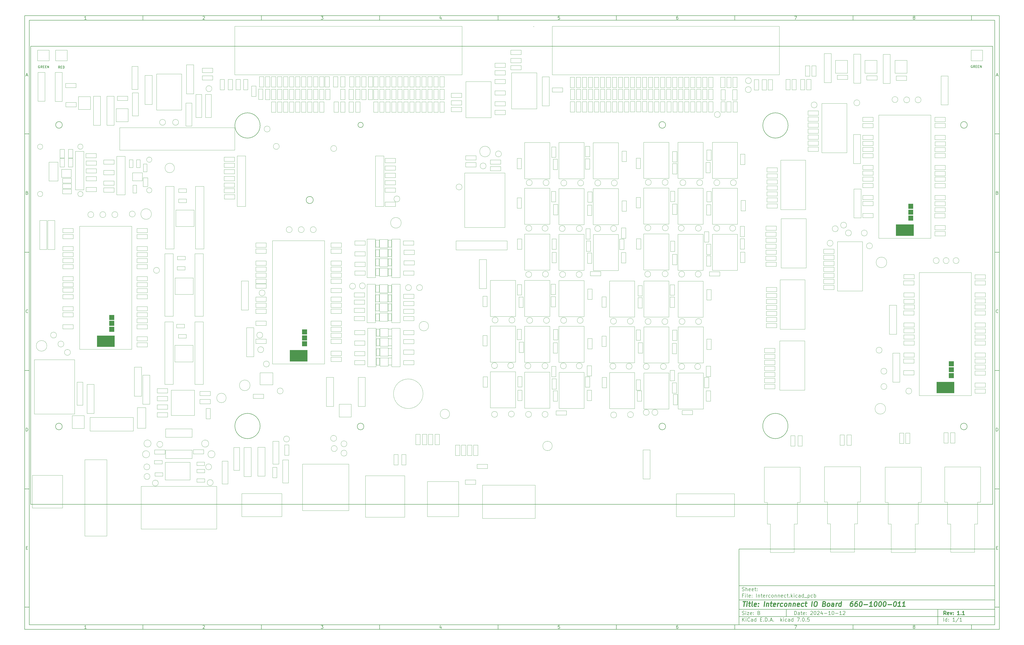
<source format=gbr>
G04 #@! TF.GenerationSoftware,KiCad,Pcbnew,7.0.5*
G04 #@! TF.CreationDate,2024-10-27T20:42:58-04:00*
G04 #@! TF.ProjectId,Interconnect,496e7465-7263-46f6-9e6e-6563742e6b69,1.1*
G04 #@! TF.SameCoordinates,Original*
G04 #@! TF.FileFunction,Other,User*
%FSLAX46Y46*%
G04 Gerber Fmt 4.6, Leading zero omitted, Abs format (unit mm)*
G04 Created by KiCad (PCBNEW 7.0.5) date 2024-10-27 20:42:58*
%MOMM*%
%LPD*%
G01*
G04 APERTURE LIST*
%ADD10C,0.100000*%
%ADD11C,0.150000*%
%ADD12C,0.300000*%
%ADD13C,0.400000*%
%ADD14C,0.050000*%
%ADD15C,0.120000*%
G04 #@! TA.AperFunction,Profile*
%ADD16C,0.100000*%
G04 #@! TD*
G04 #@! TA.AperFunction,Profile*
%ADD17C,0.160000*%
G04 #@! TD*
G04 APERTURE END LIST*
D10*
D11*
X311800000Y-235400000D02*
X419800000Y-235400000D01*
X419800000Y-267400000D01*
X311800000Y-267400000D01*
X311800000Y-235400000D01*
D10*
D11*
X10000000Y-10000000D02*
X421800000Y-10000000D01*
X421800000Y-269400000D01*
X10000000Y-269400000D01*
X10000000Y-10000000D01*
D10*
D11*
X12000000Y-12000000D02*
X419800000Y-12000000D01*
X419800000Y-267400000D01*
X12000000Y-267400000D01*
X12000000Y-12000000D01*
D10*
D11*
X60000000Y-12000000D02*
X60000000Y-10000000D01*
D10*
D11*
X110000000Y-12000000D02*
X110000000Y-10000000D01*
D10*
D11*
X160000000Y-12000000D02*
X160000000Y-10000000D01*
D10*
D11*
X210000000Y-12000000D02*
X210000000Y-10000000D01*
D10*
D11*
X260000000Y-12000000D02*
X260000000Y-10000000D01*
D10*
D11*
X310000000Y-12000000D02*
X310000000Y-10000000D01*
D10*
D11*
X360000000Y-12000000D02*
X360000000Y-10000000D01*
D10*
D11*
X410000000Y-12000000D02*
X410000000Y-10000000D01*
D10*
D11*
X36089160Y-11593604D02*
X35346303Y-11593604D01*
X35717731Y-11593604D02*
X35717731Y-10293604D01*
X35717731Y-10293604D02*
X35593922Y-10479319D01*
X35593922Y-10479319D02*
X35470112Y-10603128D01*
X35470112Y-10603128D02*
X35346303Y-10665033D01*
D10*
D11*
X85346303Y-10417414D02*
X85408207Y-10355509D01*
X85408207Y-10355509D02*
X85532017Y-10293604D01*
X85532017Y-10293604D02*
X85841541Y-10293604D01*
X85841541Y-10293604D02*
X85965350Y-10355509D01*
X85965350Y-10355509D02*
X86027255Y-10417414D01*
X86027255Y-10417414D02*
X86089160Y-10541223D01*
X86089160Y-10541223D02*
X86089160Y-10665033D01*
X86089160Y-10665033D02*
X86027255Y-10850747D01*
X86027255Y-10850747D02*
X85284398Y-11593604D01*
X85284398Y-11593604D02*
X86089160Y-11593604D01*
D10*
D11*
X135284398Y-10293604D02*
X136089160Y-10293604D01*
X136089160Y-10293604D02*
X135655826Y-10788842D01*
X135655826Y-10788842D02*
X135841541Y-10788842D01*
X135841541Y-10788842D02*
X135965350Y-10850747D01*
X135965350Y-10850747D02*
X136027255Y-10912652D01*
X136027255Y-10912652D02*
X136089160Y-11036461D01*
X136089160Y-11036461D02*
X136089160Y-11345985D01*
X136089160Y-11345985D02*
X136027255Y-11469795D01*
X136027255Y-11469795D02*
X135965350Y-11531700D01*
X135965350Y-11531700D02*
X135841541Y-11593604D01*
X135841541Y-11593604D02*
X135470112Y-11593604D01*
X135470112Y-11593604D02*
X135346303Y-11531700D01*
X135346303Y-11531700D02*
X135284398Y-11469795D01*
D10*
D11*
X185965350Y-10726938D02*
X185965350Y-11593604D01*
X185655826Y-10231700D02*
X185346303Y-11160271D01*
X185346303Y-11160271D02*
X186151064Y-11160271D01*
D10*
D11*
X236027255Y-10293604D02*
X235408207Y-10293604D01*
X235408207Y-10293604D02*
X235346303Y-10912652D01*
X235346303Y-10912652D02*
X235408207Y-10850747D01*
X235408207Y-10850747D02*
X235532017Y-10788842D01*
X235532017Y-10788842D02*
X235841541Y-10788842D01*
X235841541Y-10788842D02*
X235965350Y-10850747D01*
X235965350Y-10850747D02*
X236027255Y-10912652D01*
X236027255Y-10912652D02*
X236089160Y-11036461D01*
X236089160Y-11036461D02*
X236089160Y-11345985D01*
X236089160Y-11345985D02*
X236027255Y-11469795D01*
X236027255Y-11469795D02*
X235965350Y-11531700D01*
X235965350Y-11531700D02*
X235841541Y-11593604D01*
X235841541Y-11593604D02*
X235532017Y-11593604D01*
X235532017Y-11593604D02*
X235408207Y-11531700D01*
X235408207Y-11531700D02*
X235346303Y-11469795D01*
D10*
D11*
X285965350Y-10293604D02*
X285717731Y-10293604D01*
X285717731Y-10293604D02*
X285593922Y-10355509D01*
X285593922Y-10355509D02*
X285532017Y-10417414D01*
X285532017Y-10417414D02*
X285408207Y-10603128D01*
X285408207Y-10603128D02*
X285346303Y-10850747D01*
X285346303Y-10850747D02*
X285346303Y-11345985D01*
X285346303Y-11345985D02*
X285408207Y-11469795D01*
X285408207Y-11469795D02*
X285470112Y-11531700D01*
X285470112Y-11531700D02*
X285593922Y-11593604D01*
X285593922Y-11593604D02*
X285841541Y-11593604D01*
X285841541Y-11593604D02*
X285965350Y-11531700D01*
X285965350Y-11531700D02*
X286027255Y-11469795D01*
X286027255Y-11469795D02*
X286089160Y-11345985D01*
X286089160Y-11345985D02*
X286089160Y-11036461D01*
X286089160Y-11036461D02*
X286027255Y-10912652D01*
X286027255Y-10912652D02*
X285965350Y-10850747D01*
X285965350Y-10850747D02*
X285841541Y-10788842D01*
X285841541Y-10788842D02*
X285593922Y-10788842D01*
X285593922Y-10788842D02*
X285470112Y-10850747D01*
X285470112Y-10850747D02*
X285408207Y-10912652D01*
X285408207Y-10912652D02*
X285346303Y-11036461D01*
D10*
D11*
X335284398Y-10293604D02*
X336151064Y-10293604D01*
X336151064Y-10293604D02*
X335593922Y-11593604D01*
D10*
D11*
X385593922Y-10850747D02*
X385470112Y-10788842D01*
X385470112Y-10788842D02*
X385408207Y-10726938D01*
X385408207Y-10726938D02*
X385346303Y-10603128D01*
X385346303Y-10603128D02*
X385346303Y-10541223D01*
X385346303Y-10541223D02*
X385408207Y-10417414D01*
X385408207Y-10417414D02*
X385470112Y-10355509D01*
X385470112Y-10355509D02*
X385593922Y-10293604D01*
X385593922Y-10293604D02*
X385841541Y-10293604D01*
X385841541Y-10293604D02*
X385965350Y-10355509D01*
X385965350Y-10355509D02*
X386027255Y-10417414D01*
X386027255Y-10417414D02*
X386089160Y-10541223D01*
X386089160Y-10541223D02*
X386089160Y-10603128D01*
X386089160Y-10603128D02*
X386027255Y-10726938D01*
X386027255Y-10726938D02*
X385965350Y-10788842D01*
X385965350Y-10788842D02*
X385841541Y-10850747D01*
X385841541Y-10850747D02*
X385593922Y-10850747D01*
X385593922Y-10850747D02*
X385470112Y-10912652D01*
X385470112Y-10912652D02*
X385408207Y-10974557D01*
X385408207Y-10974557D02*
X385346303Y-11098366D01*
X385346303Y-11098366D02*
X385346303Y-11345985D01*
X385346303Y-11345985D02*
X385408207Y-11469795D01*
X385408207Y-11469795D02*
X385470112Y-11531700D01*
X385470112Y-11531700D02*
X385593922Y-11593604D01*
X385593922Y-11593604D02*
X385841541Y-11593604D01*
X385841541Y-11593604D02*
X385965350Y-11531700D01*
X385965350Y-11531700D02*
X386027255Y-11469795D01*
X386027255Y-11469795D02*
X386089160Y-11345985D01*
X386089160Y-11345985D02*
X386089160Y-11098366D01*
X386089160Y-11098366D02*
X386027255Y-10974557D01*
X386027255Y-10974557D02*
X385965350Y-10912652D01*
X385965350Y-10912652D02*
X385841541Y-10850747D01*
D10*
D11*
X60000000Y-267400000D02*
X60000000Y-269400000D01*
D10*
D11*
X110000000Y-267400000D02*
X110000000Y-269400000D01*
D10*
D11*
X160000000Y-267400000D02*
X160000000Y-269400000D01*
D10*
D11*
X210000000Y-267400000D02*
X210000000Y-269400000D01*
D10*
D11*
X260000000Y-267400000D02*
X260000000Y-269400000D01*
D10*
D11*
X310000000Y-267400000D02*
X310000000Y-269400000D01*
D10*
D11*
X360000000Y-267400000D02*
X360000000Y-269400000D01*
D10*
D11*
X410000000Y-267400000D02*
X410000000Y-269400000D01*
D10*
D11*
X36089160Y-268993604D02*
X35346303Y-268993604D01*
X35717731Y-268993604D02*
X35717731Y-267693604D01*
X35717731Y-267693604D02*
X35593922Y-267879319D01*
X35593922Y-267879319D02*
X35470112Y-268003128D01*
X35470112Y-268003128D02*
X35346303Y-268065033D01*
D10*
D11*
X85346303Y-267817414D02*
X85408207Y-267755509D01*
X85408207Y-267755509D02*
X85532017Y-267693604D01*
X85532017Y-267693604D02*
X85841541Y-267693604D01*
X85841541Y-267693604D02*
X85965350Y-267755509D01*
X85965350Y-267755509D02*
X86027255Y-267817414D01*
X86027255Y-267817414D02*
X86089160Y-267941223D01*
X86089160Y-267941223D02*
X86089160Y-268065033D01*
X86089160Y-268065033D02*
X86027255Y-268250747D01*
X86027255Y-268250747D02*
X85284398Y-268993604D01*
X85284398Y-268993604D02*
X86089160Y-268993604D01*
D10*
D11*
X135284398Y-267693604D02*
X136089160Y-267693604D01*
X136089160Y-267693604D02*
X135655826Y-268188842D01*
X135655826Y-268188842D02*
X135841541Y-268188842D01*
X135841541Y-268188842D02*
X135965350Y-268250747D01*
X135965350Y-268250747D02*
X136027255Y-268312652D01*
X136027255Y-268312652D02*
X136089160Y-268436461D01*
X136089160Y-268436461D02*
X136089160Y-268745985D01*
X136089160Y-268745985D02*
X136027255Y-268869795D01*
X136027255Y-268869795D02*
X135965350Y-268931700D01*
X135965350Y-268931700D02*
X135841541Y-268993604D01*
X135841541Y-268993604D02*
X135470112Y-268993604D01*
X135470112Y-268993604D02*
X135346303Y-268931700D01*
X135346303Y-268931700D02*
X135284398Y-268869795D01*
D10*
D11*
X185965350Y-268126938D02*
X185965350Y-268993604D01*
X185655826Y-267631700D02*
X185346303Y-268560271D01*
X185346303Y-268560271D02*
X186151064Y-268560271D01*
D10*
D11*
X236027255Y-267693604D02*
X235408207Y-267693604D01*
X235408207Y-267693604D02*
X235346303Y-268312652D01*
X235346303Y-268312652D02*
X235408207Y-268250747D01*
X235408207Y-268250747D02*
X235532017Y-268188842D01*
X235532017Y-268188842D02*
X235841541Y-268188842D01*
X235841541Y-268188842D02*
X235965350Y-268250747D01*
X235965350Y-268250747D02*
X236027255Y-268312652D01*
X236027255Y-268312652D02*
X236089160Y-268436461D01*
X236089160Y-268436461D02*
X236089160Y-268745985D01*
X236089160Y-268745985D02*
X236027255Y-268869795D01*
X236027255Y-268869795D02*
X235965350Y-268931700D01*
X235965350Y-268931700D02*
X235841541Y-268993604D01*
X235841541Y-268993604D02*
X235532017Y-268993604D01*
X235532017Y-268993604D02*
X235408207Y-268931700D01*
X235408207Y-268931700D02*
X235346303Y-268869795D01*
D10*
D11*
X285965350Y-267693604D02*
X285717731Y-267693604D01*
X285717731Y-267693604D02*
X285593922Y-267755509D01*
X285593922Y-267755509D02*
X285532017Y-267817414D01*
X285532017Y-267817414D02*
X285408207Y-268003128D01*
X285408207Y-268003128D02*
X285346303Y-268250747D01*
X285346303Y-268250747D02*
X285346303Y-268745985D01*
X285346303Y-268745985D02*
X285408207Y-268869795D01*
X285408207Y-268869795D02*
X285470112Y-268931700D01*
X285470112Y-268931700D02*
X285593922Y-268993604D01*
X285593922Y-268993604D02*
X285841541Y-268993604D01*
X285841541Y-268993604D02*
X285965350Y-268931700D01*
X285965350Y-268931700D02*
X286027255Y-268869795D01*
X286027255Y-268869795D02*
X286089160Y-268745985D01*
X286089160Y-268745985D02*
X286089160Y-268436461D01*
X286089160Y-268436461D02*
X286027255Y-268312652D01*
X286027255Y-268312652D02*
X285965350Y-268250747D01*
X285965350Y-268250747D02*
X285841541Y-268188842D01*
X285841541Y-268188842D02*
X285593922Y-268188842D01*
X285593922Y-268188842D02*
X285470112Y-268250747D01*
X285470112Y-268250747D02*
X285408207Y-268312652D01*
X285408207Y-268312652D02*
X285346303Y-268436461D01*
D10*
D11*
X335284398Y-267693604D02*
X336151064Y-267693604D01*
X336151064Y-267693604D02*
X335593922Y-268993604D01*
D10*
D11*
X385593922Y-268250747D02*
X385470112Y-268188842D01*
X385470112Y-268188842D02*
X385408207Y-268126938D01*
X385408207Y-268126938D02*
X385346303Y-268003128D01*
X385346303Y-268003128D02*
X385346303Y-267941223D01*
X385346303Y-267941223D02*
X385408207Y-267817414D01*
X385408207Y-267817414D02*
X385470112Y-267755509D01*
X385470112Y-267755509D02*
X385593922Y-267693604D01*
X385593922Y-267693604D02*
X385841541Y-267693604D01*
X385841541Y-267693604D02*
X385965350Y-267755509D01*
X385965350Y-267755509D02*
X386027255Y-267817414D01*
X386027255Y-267817414D02*
X386089160Y-267941223D01*
X386089160Y-267941223D02*
X386089160Y-268003128D01*
X386089160Y-268003128D02*
X386027255Y-268126938D01*
X386027255Y-268126938D02*
X385965350Y-268188842D01*
X385965350Y-268188842D02*
X385841541Y-268250747D01*
X385841541Y-268250747D02*
X385593922Y-268250747D01*
X385593922Y-268250747D02*
X385470112Y-268312652D01*
X385470112Y-268312652D02*
X385408207Y-268374557D01*
X385408207Y-268374557D02*
X385346303Y-268498366D01*
X385346303Y-268498366D02*
X385346303Y-268745985D01*
X385346303Y-268745985D02*
X385408207Y-268869795D01*
X385408207Y-268869795D02*
X385470112Y-268931700D01*
X385470112Y-268931700D02*
X385593922Y-268993604D01*
X385593922Y-268993604D02*
X385841541Y-268993604D01*
X385841541Y-268993604D02*
X385965350Y-268931700D01*
X385965350Y-268931700D02*
X386027255Y-268869795D01*
X386027255Y-268869795D02*
X386089160Y-268745985D01*
X386089160Y-268745985D02*
X386089160Y-268498366D01*
X386089160Y-268498366D02*
X386027255Y-268374557D01*
X386027255Y-268374557D02*
X385965350Y-268312652D01*
X385965350Y-268312652D02*
X385841541Y-268250747D01*
D10*
D11*
X10000000Y-60000000D02*
X12000000Y-60000000D01*
D10*
D11*
X10000000Y-110000000D02*
X12000000Y-110000000D01*
D10*
D11*
X10000000Y-160000000D02*
X12000000Y-160000000D01*
D10*
D11*
X10000000Y-210000000D02*
X12000000Y-210000000D01*
D10*
D11*
X10000000Y-260000000D02*
X12000000Y-260000000D01*
D10*
D11*
X10690476Y-35222176D02*
X11309523Y-35222176D01*
X10566666Y-35593604D02*
X10999999Y-34293604D01*
X10999999Y-34293604D02*
X11433333Y-35593604D01*
D10*
D11*
X11092857Y-84912652D02*
X11278571Y-84974557D01*
X11278571Y-84974557D02*
X11340476Y-85036461D01*
X11340476Y-85036461D02*
X11402380Y-85160271D01*
X11402380Y-85160271D02*
X11402380Y-85345985D01*
X11402380Y-85345985D02*
X11340476Y-85469795D01*
X11340476Y-85469795D02*
X11278571Y-85531700D01*
X11278571Y-85531700D02*
X11154761Y-85593604D01*
X11154761Y-85593604D02*
X10659523Y-85593604D01*
X10659523Y-85593604D02*
X10659523Y-84293604D01*
X10659523Y-84293604D02*
X11092857Y-84293604D01*
X11092857Y-84293604D02*
X11216666Y-84355509D01*
X11216666Y-84355509D02*
X11278571Y-84417414D01*
X11278571Y-84417414D02*
X11340476Y-84541223D01*
X11340476Y-84541223D02*
X11340476Y-84665033D01*
X11340476Y-84665033D02*
X11278571Y-84788842D01*
X11278571Y-84788842D02*
X11216666Y-84850747D01*
X11216666Y-84850747D02*
X11092857Y-84912652D01*
X11092857Y-84912652D02*
X10659523Y-84912652D01*
D10*
D11*
X11402380Y-135469795D02*
X11340476Y-135531700D01*
X11340476Y-135531700D02*
X11154761Y-135593604D01*
X11154761Y-135593604D02*
X11030952Y-135593604D01*
X11030952Y-135593604D02*
X10845238Y-135531700D01*
X10845238Y-135531700D02*
X10721428Y-135407890D01*
X10721428Y-135407890D02*
X10659523Y-135284080D01*
X10659523Y-135284080D02*
X10597619Y-135036461D01*
X10597619Y-135036461D02*
X10597619Y-134850747D01*
X10597619Y-134850747D02*
X10659523Y-134603128D01*
X10659523Y-134603128D02*
X10721428Y-134479319D01*
X10721428Y-134479319D02*
X10845238Y-134355509D01*
X10845238Y-134355509D02*
X11030952Y-134293604D01*
X11030952Y-134293604D02*
X11154761Y-134293604D01*
X11154761Y-134293604D02*
X11340476Y-134355509D01*
X11340476Y-134355509D02*
X11402380Y-134417414D01*
D10*
D11*
X10659523Y-185593604D02*
X10659523Y-184293604D01*
X10659523Y-184293604D02*
X10969047Y-184293604D01*
X10969047Y-184293604D02*
X11154761Y-184355509D01*
X11154761Y-184355509D02*
X11278571Y-184479319D01*
X11278571Y-184479319D02*
X11340476Y-184603128D01*
X11340476Y-184603128D02*
X11402380Y-184850747D01*
X11402380Y-184850747D02*
X11402380Y-185036461D01*
X11402380Y-185036461D02*
X11340476Y-185284080D01*
X11340476Y-185284080D02*
X11278571Y-185407890D01*
X11278571Y-185407890D02*
X11154761Y-185531700D01*
X11154761Y-185531700D02*
X10969047Y-185593604D01*
X10969047Y-185593604D02*
X10659523Y-185593604D01*
D10*
D11*
X10721428Y-234912652D02*
X11154762Y-234912652D01*
X11340476Y-235593604D02*
X10721428Y-235593604D01*
X10721428Y-235593604D02*
X10721428Y-234293604D01*
X10721428Y-234293604D02*
X11340476Y-234293604D01*
D10*
D11*
X421800000Y-60000000D02*
X419800000Y-60000000D01*
D10*
D11*
X421800000Y-110000000D02*
X419800000Y-110000000D01*
D10*
D11*
X421800000Y-160000000D02*
X419800000Y-160000000D01*
D10*
D11*
X421800000Y-210000000D02*
X419800000Y-210000000D01*
D10*
D11*
X421800000Y-260000000D02*
X419800000Y-260000000D01*
D10*
D11*
X420490476Y-35222176D02*
X421109523Y-35222176D01*
X420366666Y-35593604D02*
X420799999Y-34293604D01*
X420799999Y-34293604D02*
X421233333Y-35593604D01*
D10*
D11*
X420892857Y-84912652D02*
X421078571Y-84974557D01*
X421078571Y-84974557D02*
X421140476Y-85036461D01*
X421140476Y-85036461D02*
X421202380Y-85160271D01*
X421202380Y-85160271D02*
X421202380Y-85345985D01*
X421202380Y-85345985D02*
X421140476Y-85469795D01*
X421140476Y-85469795D02*
X421078571Y-85531700D01*
X421078571Y-85531700D02*
X420954761Y-85593604D01*
X420954761Y-85593604D02*
X420459523Y-85593604D01*
X420459523Y-85593604D02*
X420459523Y-84293604D01*
X420459523Y-84293604D02*
X420892857Y-84293604D01*
X420892857Y-84293604D02*
X421016666Y-84355509D01*
X421016666Y-84355509D02*
X421078571Y-84417414D01*
X421078571Y-84417414D02*
X421140476Y-84541223D01*
X421140476Y-84541223D02*
X421140476Y-84665033D01*
X421140476Y-84665033D02*
X421078571Y-84788842D01*
X421078571Y-84788842D02*
X421016666Y-84850747D01*
X421016666Y-84850747D02*
X420892857Y-84912652D01*
X420892857Y-84912652D02*
X420459523Y-84912652D01*
D10*
D11*
X421202380Y-135469795D02*
X421140476Y-135531700D01*
X421140476Y-135531700D02*
X420954761Y-135593604D01*
X420954761Y-135593604D02*
X420830952Y-135593604D01*
X420830952Y-135593604D02*
X420645238Y-135531700D01*
X420645238Y-135531700D02*
X420521428Y-135407890D01*
X420521428Y-135407890D02*
X420459523Y-135284080D01*
X420459523Y-135284080D02*
X420397619Y-135036461D01*
X420397619Y-135036461D02*
X420397619Y-134850747D01*
X420397619Y-134850747D02*
X420459523Y-134603128D01*
X420459523Y-134603128D02*
X420521428Y-134479319D01*
X420521428Y-134479319D02*
X420645238Y-134355509D01*
X420645238Y-134355509D02*
X420830952Y-134293604D01*
X420830952Y-134293604D02*
X420954761Y-134293604D01*
X420954761Y-134293604D02*
X421140476Y-134355509D01*
X421140476Y-134355509D02*
X421202380Y-134417414D01*
D10*
D11*
X420459523Y-185593604D02*
X420459523Y-184293604D01*
X420459523Y-184293604D02*
X420769047Y-184293604D01*
X420769047Y-184293604D02*
X420954761Y-184355509D01*
X420954761Y-184355509D02*
X421078571Y-184479319D01*
X421078571Y-184479319D02*
X421140476Y-184603128D01*
X421140476Y-184603128D02*
X421202380Y-184850747D01*
X421202380Y-184850747D02*
X421202380Y-185036461D01*
X421202380Y-185036461D02*
X421140476Y-185284080D01*
X421140476Y-185284080D02*
X421078571Y-185407890D01*
X421078571Y-185407890D02*
X420954761Y-185531700D01*
X420954761Y-185531700D02*
X420769047Y-185593604D01*
X420769047Y-185593604D02*
X420459523Y-185593604D01*
D10*
D11*
X420521428Y-234912652D02*
X420954762Y-234912652D01*
X421140476Y-235593604D02*
X420521428Y-235593604D01*
X420521428Y-235593604D02*
X420521428Y-234293604D01*
X420521428Y-234293604D02*
X421140476Y-234293604D01*
D10*
D11*
X335255826Y-263186128D02*
X335255826Y-261686128D01*
X335255826Y-261686128D02*
X335612969Y-261686128D01*
X335612969Y-261686128D02*
X335827255Y-261757557D01*
X335827255Y-261757557D02*
X335970112Y-261900414D01*
X335970112Y-261900414D02*
X336041541Y-262043271D01*
X336041541Y-262043271D02*
X336112969Y-262328985D01*
X336112969Y-262328985D02*
X336112969Y-262543271D01*
X336112969Y-262543271D02*
X336041541Y-262828985D01*
X336041541Y-262828985D02*
X335970112Y-262971842D01*
X335970112Y-262971842D02*
X335827255Y-263114700D01*
X335827255Y-263114700D02*
X335612969Y-263186128D01*
X335612969Y-263186128D02*
X335255826Y-263186128D01*
X337398684Y-263186128D02*
X337398684Y-262400414D01*
X337398684Y-262400414D02*
X337327255Y-262257557D01*
X337327255Y-262257557D02*
X337184398Y-262186128D01*
X337184398Y-262186128D02*
X336898684Y-262186128D01*
X336898684Y-262186128D02*
X336755826Y-262257557D01*
X337398684Y-263114700D02*
X337255826Y-263186128D01*
X337255826Y-263186128D02*
X336898684Y-263186128D01*
X336898684Y-263186128D02*
X336755826Y-263114700D01*
X336755826Y-263114700D02*
X336684398Y-262971842D01*
X336684398Y-262971842D02*
X336684398Y-262828985D01*
X336684398Y-262828985D02*
X336755826Y-262686128D01*
X336755826Y-262686128D02*
X336898684Y-262614700D01*
X336898684Y-262614700D02*
X337255826Y-262614700D01*
X337255826Y-262614700D02*
X337398684Y-262543271D01*
X337898684Y-262186128D02*
X338470112Y-262186128D01*
X338112969Y-261686128D02*
X338112969Y-262971842D01*
X338112969Y-262971842D02*
X338184398Y-263114700D01*
X338184398Y-263114700D02*
X338327255Y-263186128D01*
X338327255Y-263186128D02*
X338470112Y-263186128D01*
X339541541Y-263114700D02*
X339398684Y-263186128D01*
X339398684Y-263186128D02*
X339112970Y-263186128D01*
X339112970Y-263186128D02*
X338970112Y-263114700D01*
X338970112Y-263114700D02*
X338898684Y-262971842D01*
X338898684Y-262971842D02*
X338898684Y-262400414D01*
X338898684Y-262400414D02*
X338970112Y-262257557D01*
X338970112Y-262257557D02*
X339112970Y-262186128D01*
X339112970Y-262186128D02*
X339398684Y-262186128D01*
X339398684Y-262186128D02*
X339541541Y-262257557D01*
X339541541Y-262257557D02*
X339612970Y-262400414D01*
X339612970Y-262400414D02*
X339612970Y-262543271D01*
X339612970Y-262543271D02*
X338898684Y-262686128D01*
X340255826Y-263043271D02*
X340327255Y-263114700D01*
X340327255Y-263114700D02*
X340255826Y-263186128D01*
X340255826Y-263186128D02*
X340184398Y-263114700D01*
X340184398Y-263114700D02*
X340255826Y-263043271D01*
X340255826Y-263043271D02*
X340255826Y-263186128D01*
X340255826Y-262257557D02*
X340327255Y-262328985D01*
X340327255Y-262328985D02*
X340255826Y-262400414D01*
X340255826Y-262400414D02*
X340184398Y-262328985D01*
X340184398Y-262328985D02*
X340255826Y-262257557D01*
X340255826Y-262257557D02*
X340255826Y-262400414D01*
X342041541Y-261828985D02*
X342112969Y-261757557D01*
X342112969Y-261757557D02*
X342255827Y-261686128D01*
X342255827Y-261686128D02*
X342612969Y-261686128D01*
X342612969Y-261686128D02*
X342755827Y-261757557D01*
X342755827Y-261757557D02*
X342827255Y-261828985D01*
X342827255Y-261828985D02*
X342898684Y-261971842D01*
X342898684Y-261971842D02*
X342898684Y-262114700D01*
X342898684Y-262114700D02*
X342827255Y-262328985D01*
X342827255Y-262328985D02*
X341970112Y-263186128D01*
X341970112Y-263186128D02*
X342898684Y-263186128D01*
X343827255Y-261686128D02*
X343970112Y-261686128D01*
X343970112Y-261686128D02*
X344112969Y-261757557D01*
X344112969Y-261757557D02*
X344184398Y-261828985D01*
X344184398Y-261828985D02*
X344255826Y-261971842D01*
X344255826Y-261971842D02*
X344327255Y-262257557D01*
X344327255Y-262257557D02*
X344327255Y-262614700D01*
X344327255Y-262614700D02*
X344255826Y-262900414D01*
X344255826Y-262900414D02*
X344184398Y-263043271D01*
X344184398Y-263043271D02*
X344112969Y-263114700D01*
X344112969Y-263114700D02*
X343970112Y-263186128D01*
X343970112Y-263186128D02*
X343827255Y-263186128D01*
X343827255Y-263186128D02*
X343684398Y-263114700D01*
X343684398Y-263114700D02*
X343612969Y-263043271D01*
X343612969Y-263043271D02*
X343541540Y-262900414D01*
X343541540Y-262900414D02*
X343470112Y-262614700D01*
X343470112Y-262614700D02*
X343470112Y-262257557D01*
X343470112Y-262257557D02*
X343541540Y-261971842D01*
X343541540Y-261971842D02*
X343612969Y-261828985D01*
X343612969Y-261828985D02*
X343684398Y-261757557D01*
X343684398Y-261757557D02*
X343827255Y-261686128D01*
X344898683Y-261828985D02*
X344970111Y-261757557D01*
X344970111Y-261757557D02*
X345112969Y-261686128D01*
X345112969Y-261686128D02*
X345470111Y-261686128D01*
X345470111Y-261686128D02*
X345612969Y-261757557D01*
X345612969Y-261757557D02*
X345684397Y-261828985D01*
X345684397Y-261828985D02*
X345755826Y-261971842D01*
X345755826Y-261971842D02*
X345755826Y-262114700D01*
X345755826Y-262114700D02*
X345684397Y-262328985D01*
X345684397Y-262328985D02*
X344827254Y-263186128D01*
X344827254Y-263186128D02*
X345755826Y-263186128D01*
X347041540Y-262186128D02*
X347041540Y-263186128D01*
X346684397Y-261614700D02*
X346327254Y-262686128D01*
X346327254Y-262686128D02*
X347255825Y-262686128D01*
X347827253Y-262614700D02*
X348970111Y-262614700D01*
X350470111Y-263186128D02*
X349612968Y-263186128D01*
X350041539Y-263186128D02*
X350041539Y-261686128D01*
X350041539Y-261686128D02*
X349898682Y-261900414D01*
X349898682Y-261900414D02*
X349755825Y-262043271D01*
X349755825Y-262043271D02*
X349612968Y-262114700D01*
X351398682Y-261686128D02*
X351541539Y-261686128D01*
X351541539Y-261686128D02*
X351684396Y-261757557D01*
X351684396Y-261757557D02*
X351755825Y-261828985D01*
X351755825Y-261828985D02*
X351827253Y-261971842D01*
X351827253Y-261971842D02*
X351898682Y-262257557D01*
X351898682Y-262257557D02*
X351898682Y-262614700D01*
X351898682Y-262614700D02*
X351827253Y-262900414D01*
X351827253Y-262900414D02*
X351755825Y-263043271D01*
X351755825Y-263043271D02*
X351684396Y-263114700D01*
X351684396Y-263114700D02*
X351541539Y-263186128D01*
X351541539Y-263186128D02*
X351398682Y-263186128D01*
X351398682Y-263186128D02*
X351255825Y-263114700D01*
X351255825Y-263114700D02*
X351184396Y-263043271D01*
X351184396Y-263043271D02*
X351112967Y-262900414D01*
X351112967Y-262900414D02*
X351041539Y-262614700D01*
X351041539Y-262614700D02*
X351041539Y-262257557D01*
X351041539Y-262257557D02*
X351112967Y-261971842D01*
X351112967Y-261971842D02*
X351184396Y-261828985D01*
X351184396Y-261828985D02*
X351255825Y-261757557D01*
X351255825Y-261757557D02*
X351398682Y-261686128D01*
X352541538Y-262614700D02*
X353684396Y-262614700D01*
X355184396Y-263186128D02*
X354327253Y-263186128D01*
X354755824Y-263186128D02*
X354755824Y-261686128D01*
X354755824Y-261686128D02*
X354612967Y-261900414D01*
X354612967Y-261900414D02*
X354470110Y-262043271D01*
X354470110Y-262043271D02*
X354327253Y-262114700D01*
X355755824Y-261828985D02*
X355827252Y-261757557D01*
X355827252Y-261757557D02*
X355970110Y-261686128D01*
X355970110Y-261686128D02*
X356327252Y-261686128D01*
X356327252Y-261686128D02*
X356470110Y-261757557D01*
X356470110Y-261757557D02*
X356541538Y-261828985D01*
X356541538Y-261828985D02*
X356612967Y-261971842D01*
X356612967Y-261971842D02*
X356612967Y-262114700D01*
X356612967Y-262114700D02*
X356541538Y-262328985D01*
X356541538Y-262328985D02*
X355684395Y-263186128D01*
X355684395Y-263186128D02*
X356612967Y-263186128D01*
D10*
D11*
X311800000Y-263900000D02*
X419800000Y-263900000D01*
D10*
D11*
X313255826Y-265986128D02*
X313255826Y-264486128D01*
X314112969Y-265986128D02*
X313470112Y-265128985D01*
X314112969Y-264486128D02*
X313255826Y-265343271D01*
X314755826Y-265986128D02*
X314755826Y-264986128D01*
X314755826Y-264486128D02*
X314684398Y-264557557D01*
X314684398Y-264557557D02*
X314755826Y-264628985D01*
X314755826Y-264628985D02*
X314827255Y-264557557D01*
X314827255Y-264557557D02*
X314755826Y-264486128D01*
X314755826Y-264486128D02*
X314755826Y-264628985D01*
X316327255Y-265843271D02*
X316255827Y-265914700D01*
X316255827Y-265914700D02*
X316041541Y-265986128D01*
X316041541Y-265986128D02*
X315898684Y-265986128D01*
X315898684Y-265986128D02*
X315684398Y-265914700D01*
X315684398Y-265914700D02*
X315541541Y-265771842D01*
X315541541Y-265771842D02*
X315470112Y-265628985D01*
X315470112Y-265628985D02*
X315398684Y-265343271D01*
X315398684Y-265343271D02*
X315398684Y-265128985D01*
X315398684Y-265128985D02*
X315470112Y-264843271D01*
X315470112Y-264843271D02*
X315541541Y-264700414D01*
X315541541Y-264700414D02*
X315684398Y-264557557D01*
X315684398Y-264557557D02*
X315898684Y-264486128D01*
X315898684Y-264486128D02*
X316041541Y-264486128D01*
X316041541Y-264486128D02*
X316255827Y-264557557D01*
X316255827Y-264557557D02*
X316327255Y-264628985D01*
X317612970Y-265986128D02*
X317612970Y-265200414D01*
X317612970Y-265200414D02*
X317541541Y-265057557D01*
X317541541Y-265057557D02*
X317398684Y-264986128D01*
X317398684Y-264986128D02*
X317112970Y-264986128D01*
X317112970Y-264986128D02*
X316970112Y-265057557D01*
X317612970Y-265914700D02*
X317470112Y-265986128D01*
X317470112Y-265986128D02*
X317112970Y-265986128D01*
X317112970Y-265986128D02*
X316970112Y-265914700D01*
X316970112Y-265914700D02*
X316898684Y-265771842D01*
X316898684Y-265771842D02*
X316898684Y-265628985D01*
X316898684Y-265628985D02*
X316970112Y-265486128D01*
X316970112Y-265486128D02*
X317112970Y-265414700D01*
X317112970Y-265414700D02*
X317470112Y-265414700D01*
X317470112Y-265414700D02*
X317612970Y-265343271D01*
X318970113Y-265986128D02*
X318970113Y-264486128D01*
X318970113Y-265914700D02*
X318827255Y-265986128D01*
X318827255Y-265986128D02*
X318541541Y-265986128D01*
X318541541Y-265986128D02*
X318398684Y-265914700D01*
X318398684Y-265914700D02*
X318327255Y-265843271D01*
X318327255Y-265843271D02*
X318255827Y-265700414D01*
X318255827Y-265700414D02*
X318255827Y-265271842D01*
X318255827Y-265271842D02*
X318327255Y-265128985D01*
X318327255Y-265128985D02*
X318398684Y-265057557D01*
X318398684Y-265057557D02*
X318541541Y-264986128D01*
X318541541Y-264986128D02*
X318827255Y-264986128D01*
X318827255Y-264986128D02*
X318970113Y-265057557D01*
X320827255Y-265200414D02*
X321327255Y-265200414D01*
X321541541Y-265986128D02*
X320827255Y-265986128D01*
X320827255Y-265986128D02*
X320827255Y-264486128D01*
X320827255Y-264486128D02*
X321541541Y-264486128D01*
X322184398Y-265843271D02*
X322255827Y-265914700D01*
X322255827Y-265914700D02*
X322184398Y-265986128D01*
X322184398Y-265986128D02*
X322112970Y-265914700D01*
X322112970Y-265914700D02*
X322184398Y-265843271D01*
X322184398Y-265843271D02*
X322184398Y-265986128D01*
X322898684Y-265986128D02*
X322898684Y-264486128D01*
X322898684Y-264486128D02*
X323255827Y-264486128D01*
X323255827Y-264486128D02*
X323470113Y-264557557D01*
X323470113Y-264557557D02*
X323612970Y-264700414D01*
X323612970Y-264700414D02*
X323684399Y-264843271D01*
X323684399Y-264843271D02*
X323755827Y-265128985D01*
X323755827Y-265128985D02*
X323755827Y-265343271D01*
X323755827Y-265343271D02*
X323684399Y-265628985D01*
X323684399Y-265628985D02*
X323612970Y-265771842D01*
X323612970Y-265771842D02*
X323470113Y-265914700D01*
X323470113Y-265914700D02*
X323255827Y-265986128D01*
X323255827Y-265986128D02*
X322898684Y-265986128D01*
X324398684Y-265843271D02*
X324470113Y-265914700D01*
X324470113Y-265914700D02*
X324398684Y-265986128D01*
X324398684Y-265986128D02*
X324327256Y-265914700D01*
X324327256Y-265914700D02*
X324398684Y-265843271D01*
X324398684Y-265843271D02*
X324398684Y-265986128D01*
X325041542Y-265557557D02*
X325755828Y-265557557D01*
X324898685Y-265986128D02*
X325398685Y-264486128D01*
X325398685Y-264486128D02*
X325898685Y-265986128D01*
X326398684Y-265843271D02*
X326470113Y-265914700D01*
X326470113Y-265914700D02*
X326398684Y-265986128D01*
X326398684Y-265986128D02*
X326327256Y-265914700D01*
X326327256Y-265914700D02*
X326398684Y-265843271D01*
X326398684Y-265843271D02*
X326398684Y-265986128D01*
X329398684Y-265986128D02*
X329398684Y-264486128D01*
X329541542Y-265414700D02*
X329970113Y-265986128D01*
X329970113Y-264986128D02*
X329398684Y-265557557D01*
X330612970Y-265986128D02*
X330612970Y-264986128D01*
X330612970Y-264486128D02*
X330541542Y-264557557D01*
X330541542Y-264557557D02*
X330612970Y-264628985D01*
X330612970Y-264628985D02*
X330684399Y-264557557D01*
X330684399Y-264557557D02*
X330612970Y-264486128D01*
X330612970Y-264486128D02*
X330612970Y-264628985D01*
X331970114Y-265914700D02*
X331827256Y-265986128D01*
X331827256Y-265986128D02*
X331541542Y-265986128D01*
X331541542Y-265986128D02*
X331398685Y-265914700D01*
X331398685Y-265914700D02*
X331327256Y-265843271D01*
X331327256Y-265843271D02*
X331255828Y-265700414D01*
X331255828Y-265700414D02*
X331255828Y-265271842D01*
X331255828Y-265271842D02*
X331327256Y-265128985D01*
X331327256Y-265128985D02*
X331398685Y-265057557D01*
X331398685Y-265057557D02*
X331541542Y-264986128D01*
X331541542Y-264986128D02*
X331827256Y-264986128D01*
X331827256Y-264986128D02*
X331970114Y-265057557D01*
X333255828Y-265986128D02*
X333255828Y-265200414D01*
X333255828Y-265200414D02*
X333184399Y-265057557D01*
X333184399Y-265057557D02*
X333041542Y-264986128D01*
X333041542Y-264986128D02*
X332755828Y-264986128D01*
X332755828Y-264986128D02*
X332612970Y-265057557D01*
X333255828Y-265914700D02*
X333112970Y-265986128D01*
X333112970Y-265986128D02*
X332755828Y-265986128D01*
X332755828Y-265986128D02*
X332612970Y-265914700D01*
X332612970Y-265914700D02*
X332541542Y-265771842D01*
X332541542Y-265771842D02*
X332541542Y-265628985D01*
X332541542Y-265628985D02*
X332612970Y-265486128D01*
X332612970Y-265486128D02*
X332755828Y-265414700D01*
X332755828Y-265414700D02*
X333112970Y-265414700D01*
X333112970Y-265414700D02*
X333255828Y-265343271D01*
X334612971Y-265986128D02*
X334612971Y-264486128D01*
X334612971Y-265914700D02*
X334470113Y-265986128D01*
X334470113Y-265986128D02*
X334184399Y-265986128D01*
X334184399Y-265986128D02*
X334041542Y-265914700D01*
X334041542Y-265914700D02*
X333970113Y-265843271D01*
X333970113Y-265843271D02*
X333898685Y-265700414D01*
X333898685Y-265700414D02*
X333898685Y-265271842D01*
X333898685Y-265271842D02*
X333970113Y-265128985D01*
X333970113Y-265128985D02*
X334041542Y-265057557D01*
X334041542Y-265057557D02*
X334184399Y-264986128D01*
X334184399Y-264986128D02*
X334470113Y-264986128D01*
X334470113Y-264986128D02*
X334612971Y-265057557D01*
X336327256Y-264486128D02*
X337327256Y-264486128D01*
X337327256Y-264486128D02*
X336684399Y-265986128D01*
X337898684Y-265843271D02*
X337970113Y-265914700D01*
X337970113Y-265914700D02*
X337898684Y-265986128D01*
X337898684Y-265986128D02*
X337827256Y-265914700D01*
X337827256Y-265914700D02*
X337898684Y-265843271D01*
X337898684Y-265843271D02*
X337898684Y-265986128D01*
X338898685Y-264486128D02*
X339041542Y-264486128D01*
X339041542Y-264486128D02*
X339184399Y-264557557D01*
X339184399Y-264557557D02*
X339255828Y-264628985D01*
X339255828Y-264628985D02*
X339327256Y-264771842D01*
X339327256Y-264771842D02*
X339398685Y-265057557D01*
X339398685Y-265057557D02*
X339398685Y-265414700D01*
X339398685Y-265414700D02*
X339327256Y-265700414D01*
X339327256Y-265700414D02*
X339255828Y-265843271D01*
X339255828Y-265843271D02*
X339184399Y-265914700D01*
X339184399Y-265914700D02*
X339041542Y-265986128D01*
X339041542Y-265986128D02*
X338898685Y-265986128D01*
X338898685Y-265986128D02*
X338755828Y-265914700D01*
X338755828Y-265914700D02*
X338684399Y-265843271D01*
X338684399Y-265843271D02*
X338612970Y-265700414D01*
X338612970Y-265700414D02*
X338541542Y-265414700D01*
X338541542Y-265414700D02*
X338541542Y-265057557D01*
X338541542Y-265057557D02*
X338612970Y-264771842D01*
X338612970Y-264771842D02*
X338684399Y-264628985D01*
X338684399Y-264628985D02*
X338755828Y-264557557D01*
X338755828Y-264557557D02*
X338898685Y-264486128D01*
X340041541Y-265843271D02*
X340112970Y-265914700D01*
X340112970Y-265914700D02*
X340041541Y-265986128D01*
X340041541Y-265986128D02*
X339970113Y-265914700D01*
X339970113Y-265914700D02*
X340041541Y-265843271D01*
X340041541Y-265843271D02*
X340041541Y-265986128D01*
X341470113Y-264486128D02*
X340755827Y-264486128D01*
X340755827Y-264486128D02*
X340684399Y-265200414D01*
X340684399Y-265200414D02*
X340755827Y-265128985D01*
X340755827Y-265128985D02*
X340898685Y-265057557D01*
X340898685Y-265057557D02*
X341255827Y-265057557D01*
X341255827Y-265057557D02*
X341398685Y-265128985D01*
X341398685Y-265128985D02*
X341470113Y-265200414D01*
X341470113Y-265200414D02*
X341541542Y-265343271D01*
X341541542Y-265343271D02*
X341541542Y-265700414D01*
X341541542Y-265700414D02*
X341470113Y-265843271D01*
X341470113Y-265843271D02*
X341398685Y-265914700D01*
X341398685Y-265914700D02*
X341255827Y-265986128D01*
X341255827Y-265986128D02*
X340898685Y-265986128D01*
X340898685Y-265986128D02*
X340755827Y-265914700D01*
X340755827Y-265914700D02*
X340684399Y-265843271D01*
D10*
D11*
X311800000Y-260900000D02*
X419800000Y-260900000D01*
D10*
D12*
X399211653Y-263178328D02*
X398711653Y-262464042D01*
X398354510Y-263178328D02*
X398354510Y-261678328D01*
X398354510Y-261678328D02*
X398925939Y-261678328D01*
X398925939Y-261678328D02*
X399068796Y-261749757D01*
X399068796Y-261749757D02*
X399140225Y-261821185D01*
X399140225Y-261821185D02*
X399211653Y-261964042D01*
X399211653Y-261964042D02*
X399211653Y-262178328D01*
X399211653Y-262178328D02*
X399140225Y-262321185D01*
X399140225Y-262321185D02*
X399068796Y-262392614D01*
X399068796Y-262392614D02*
X398925939Y-262464042D01*
X398925939Y-262464042D02*
X398354510Y-262464042D01*
X400425939Y-263106900D02*
X400283082Y-263178328D01*
X400283082Y-263178328D02*
X399997368Y-263178328D01*
X399997368Y-263178328D02*
X399854510Y-263106900D01*
X399854510Y-263106900D02*
X399783082Y-262964042D01*
X399783082Y-262964042D02*
X399783082Y-262392614D01*
X399783082Y-262392614D02*
X399854510Y-262249757D01*
X399854510Y-262249757D02*
X399997368Y-262178328D01*
X399997368Y-262178328D02*
X400283082Y-262178328D01*
X400283082Y-262178328D02*
X400425939Y-262249757D01*
X400425939Y-262249757D02*
X400497368Y-262392614D01*
X400497368Y-262392614D02*
X400497368Y-262535471D01*
X400497368Y-262535471D02*
X399783082Y-262678328D01*
X400997367Y-262178328D02*
X401354510Y-263178328D01*
X401354510Y-263178328D02*
X401711653Y-262178328D01*
X402283081Y-263035471D02*
X402354510Y-263106900D01*
X402354510Y-263106900D02*
X402283081Y-263178328D01*
X402283081Y-263178328D02*
X402211653Y-263106900D01*
X402211653Y-263106900D02*
X402283081Y-263035471D01*
X402283081Y-263035471D02*
X402283081Y-263178328D01*
X402283081Y-262249757D02*
X402354510Y-262321185D01*
X402354510Y-262321185D02*
X402283081Y-262392614D01*
X402283081Y-262392614D02*
X402211653Y-262321185D01*
X402211653Y-262321185D02*
X402283081Y-262249757D01*
X402283081Y-262249757D02*
X402283081Y-262392614D01*
X404925939Y-263178328D02*
X404068796Y-263178328D01*
X404497367Y-263178328D02*
X404497367Y-261678328D01*
X404497367Y-261678328D02*
X404354510Y-261892614D01*
X404354510Y-261892614D02*
X404211653Y-262035471D01*
X404211653Y-262035471D02*
X404068796Y-262106900D01*
X405568795Y-263035471D02*
X405640224Y-263106900D01*
X405640224Y-263106900D02*
X405568795Y-263178328D01*
X405568795Y-263178328D02*
X405497367Y-263106900D01*
X405497367Y-263106900D02*
X405568795Y-263035471D01*
X405568795Y-263035471D02*
X405568795Y-263178328D01*
X407068796Y-263178328D02*
X406211653Y-263178328D01*
X406640224Y-263178328D02*
X406640224Y-261678328D01*
X406640224Y-261678328D02*
X406497367Y-261892614D01*
X406497367Y-261892614D02*
X406354510Y-262035471D01*
X406354510Y-262035471D02*
X406211653Y-262106900D01*
D10*
D11*
X313184398Y-263114700D02*
X313398684Y-263186128D01*
X313398684Y-263186128D02*
X313755826Y-263186128D01*
X313755826Y-263186128D02*
X313898684Y-263114700D01*
X313898684Y-263114700D02*
X313970112Y-263043271D01*
X313970112Y-263043271D02*
X314041541Y-262900414D01*
X314041541Y-262900414D02*
X314041541Y-262757557D01*
X314041541Y-262757557D02*
X313970112Y-262614700D01*
X313970112Y-262614700D02*
X313898684Y-262543271D01*
X313898684Y-262543271D02*
X313755826Y-262471842D01*
X313755826Y-262471842D02*
X313470112Y-262400414D01*
X313470112Y-262400414D02*
X313327255Y-262328985D01*
X313327255Y-262328985D02*
X313255826Y-262257557D01*
X313255826Y-262257557D02*
X313184398Y-262114700D01*
X313184398Y-262114700D02*
X313184398Y-261971842D01*
X313184398Y-261971842D02*
X313255826Y-261828985D01*
X313255826Y-261828985D02*
X313327255Y-261757557D01*
X313327255Y-261757557D02*
X313470112Y-261686128D01*
X313470112Y-261686128D02*
X313827255Y-261686128D01*
X313827255Y-261686128D02*
X314041541Y-261757557D01*
X314684397Y-263186128D02*
X314684397Y-262186128D01*
X314684397Y-261686128D02*
X314612969Y-261757557D01*
X314612969Y-261757557D02*
X314684397Y-261828985D01*
X314684397Y-261828985D02*
X314755826Y-261757557D01*
X314755826Y-261757557D02*
X314684397Y-261686128D01*
X314684397Y-261686128D02*
X314684397Y-261828985D01*
X315255826Y-262186128D02*
X316041541Y-262186128D01*
X316041541Y-262186128D02*
X315255826Y-263186128D01*
X315255826Y-263186128D02*
X316041541Y-263186128D01*
X317184398Y-263114700D02*
X317041541Y-263186128D01*
X317041541Y-263186128D02*
X316755827Y-263186128D01*
X316755827Y-263186128D02*
X316612969Y-263114700D01*
X316612969Y-263114700D02*
X316541541Y-262971842D01*
X316541541Y-262971842D02*
X316541541Y-262400414D01*
X316541541Y-262400414D02*
X316612969Y-262257557D01*
X316612969Y-262257557D02*
X316755827Y-262186128D01*
X316755827Y-262186128D02*
X317041541Y-262186128D01*
X317041541Y-262186128D02*
X317184398Y-262257557D01*
X317184398Y-262257557D02*
X317255827Y-262400414D01*
X317255827Y-262400414D02*
X317255827Y-262543271D01*
X317255827Y-262543271D02*
X316541541Y-262686128D01*
X317898683Y-263043271D02*
X317970112Y-263114700D01*
X317970112Y-263114700D02*
X317898683Y-263186128D01*
X317898683Y-263186128D02*
X317827255Y-263114700D01*
X317827255Y-263114700D02*
X317898683Y-263043271D01*
X317898683Y-263043271D02*
X317898683Y-263186128D01*
X317898683Y-262257557D02*
X317970112Y-262328985D01*
X317970112Y-262328985D02*
X317898683Y-262400414D01*
X317898683Y-262400414D02*
X317827255Y-262328985D01*
X317827255Y-262328985D02*
X317898683Y-262257557D01*
X317898683Y-262257557D02*
X317898683Y-262400414D01*
X320255826Y-262400414D02*
X320470112Y-262471842D01*
X320470112Y-262471842D02*
X320541541Y-262543271D01*
X320541541Y-262543271D02*
X320612969Y-262686128D01*
X320612969Y-262686128D02*
X320612969Y-262900414D01*
X320612969Y-262900414D02*
X320541541Y-263043271D01*
X320541541Y-263043271D02*
X320470112Y-263114700D01*
X320470112Y-263114700D02*
X320327255Y-263186128D01*
X320327255Y-263186128D02*
X319755826Y-263186128D01*
X319755826Y-263186128D02*
X319755826Y-261686128D01*
X319755826Y-261686128D02*
X320255826Y-261686128D01*
X320255826Y-261686128D02*
X320398684Y-261757557D01*
X320398684Y-261757557D02*
X320470112Y-261828985D01*
X320470112Y-261828985D02*
X320541541Y-261971842D01*
X320541541Y-261971842D02*
X320541541Y-262114700D01*
X320541541Y-262114700D02*
X320470112Y-262257557D01*
X320470112Y-262257557D02*
X320398684Y-262328985D01*
X320398684Y-262328985D02*
X320255826Y-262400414D01*
X320255826Y-262400414D02*
X319755826Y-262400414D01*
D10*
D11*
X398255826Y-265986128D02*
X398255826Y-264486128D01*
X399612970Y-265986128D02*
X399612970Y-264486128D01*
X399612970Y-265914700D02*
X399470112Y-265986128D01*
X399470112Y-265986128D02*
X399184398Y-265986128D01*
X399184398Y-265986128D02*
X399041541Y-265914700D01*
X399041541Y-265914700D02*
X398970112Y-265843271D01*
X398970112Y-265843271D02*
X398898684Y-265700414D01*
X398898684Y-265700414D02*
X398898684Y-265271842D01*
X398898684Y-265271842D02*
X398970112Y-265128985D01*
X398970112Y-265128985D02*
X399041541Y-265057557D01*
X399041541Y-265057557D02*
X399184398Y-264986128D01*
X399184398Y-264986128D02*
X399470112Y-264986128D01*
X399470112Y-264986128D02*
X399612970Y-265057557D01*
X400327255Y-265843271D02*
X400398684Y-265914700D01*
X400398684Y-265914700D02*
X400327255Y-265986128D01*
X400327255Y-265986128D02*
X400255827Y-265914700D01*
X400255827Y-265914700D02*
X400327255Y-265843271D01*
X400327255Y-265843271D02*
X400327255Y-265986128D01*
X400327255Y-265057557D02*
X400398684Y-265128985D01*
X400398684Y-265128985D02*
X400327255Y-265200414D01*
X400327255Y-265200414D02*
X400255827Y-265128985D01*
X400255827Y-265128985D02*
X400327255Y-265057557D01*
X400327255Y-265057557D02*
X400327255Y-265200414D01*
X402970113Y-265986128D02*
X402112970Y-265986128D01*
X402541541Y-265986128D02*
X402541541Y-264486128D01*
X402541541Y-264486128D02*
X402398684Y-264700414D01*
X402398684Y-264700414D02*
X402255827Y-264843271D01*
X402255827Y-264843271D02*
X402112970Y-264914700D01*
X404684398Y-264414700D02*
X403398684Y-266343271D01*
X405970113Y-265986128D02*
X405112970Y-265986128D01*
X405541541Y-265986128D02*
X405541541Y-264486128D01*
X405541541Y-264486128D02*
X405398684Y-264700414D01*
X405398684Y-264700414D02*
X405255827Y-264843271D01*
X405255827Y-264843271D02*
X405112970Y-264914700D01*
D10*
D11*
X311800000Y-256900000D02*
X419800000Y-256900000D01*
D10*
D13*
X313491728Y-257604438D02*
X314634585Y-257604438D01*
X313813157Y-259604438D02*
X314063157Y-257604438D01*
X315051252Y-259604438D02*
X315217919Y-258271104D01*
X315301252Y-257604438D02*
X315194109Y-257699676D01*
X315194109Y-257699676D02*
X315277443Y-257794914D01*
X315277443Y-257794914D02*
X315384586Y-257699676D01*
X315384586Y-257699676D02*
X315301252Y-257604438D01*
X315301252Y-257604438D02*
X315277443Y-257794914D01*
X315884586Y-258271104D02*
X316646490Y-258271104D01*
X316253633Y-257604438D02*
X316039348Y-259318723D01*
X316039348Y-259318723D02*
X316110776Y-259509200D01*
X316110776Y-259509200D02*
X316289348Y-259604438D01*
X316289348Y-259604438D02*
X316479824Y-259604438D01*
X317432205Y-259604438D02*
X317253633Y-259509200D01*
X317253633Y-259509200D02*
X317182205Y-259318723D01*
X317182205Y-259318723D02*
X317396490Y-257604438D01*
X318967919Y-259509200D02*
X318765538Y-259604438D01*
X318765538Y-259604438D02*
X318384585Y-259604438D01*
X318384585Y-259604438D02*
X318206014Y-259509200D01*
X318206014Y-259509200D02*
X318134585Y-259318723D01*
X318134585Y-259318723D02*
X318229824Y-258556819D01*
X318229824Y-258556819D02*
X318348871Y-258366342D01*
X318348871Y-258366342D02*
X318551252Y-258271104D01*
X318551252Y-258271104D02*
X318932204Y-258271104D01*
X318932204Y-258271104D02*
X319110776Y-258366342D01*
X319110776Y-258366342D02*
X319182204Y-258556819D01*
X319182204Y-258556819D02*
X319158395Y-258747295D01*
X319158395Y-258747295D02*
X318182204Y-258937771D01*
X319932205Y-259413961D02*
X320015538Y-259509200D01*
X320015538Y-259509200D02*
X319908395Y-259604438D01*
X319908395Y-259604438D02*
X319825062Y-259509200D01*
X319825062Y-259509200D02*
X319932205Y-259413961D01*
X319932205Y-259413961D02*
X319908395Y-259604438D01*
X320063157Y-258366342D02*
X320146490Y-258461580D01*
X320146490Y-258461580D02*
X320039348Y-258556819D01*
X320039348Y-258556819D02*
X319956014Y-258461580D01*
X319956014Y-258461580D02*
X320063157Y-258366342D01*
X320063157Y-258366342D02*
X320039348Y-258556819D01*
X322384586Y-259604438D02*
X322634586Y-257604438D01*
X323503634Y-258271104D02*
X323336967Y-259604438D01*
X323479824Y-258461580D02*
X323586967Y-258366342D01*
X323586967Y-258366342D02*
X323789348Y-258271104D01*
X323789348Y-258271104D02*
X324075062Y-258271104D01*
X324075062Y-258271104D02*
X324253634Y-258366342D01*
X324253634Y-258366342D02*
X324325062Y-258556819D01*
X324325062Y-258556819D02*
X324194110Y-259604438D01*
X325027444Y-258271104D02*
X325789348Y-258271104D01*
X325396491Y-257604438D02*
X325182206Y-259318723D01*
X325182206Y-259318723D02*
X325253634Y-259509200D01*
X325253634Y-259509200D02*
X325432206Y-259604438D01*
X325432206Y-259604438D02*
X325622682Y-259604438D01*
X327063158Y-259509200D02*
X326860777Y-259604438D01*
X326860777Y-259604438D02*
X326479824Y-259604438D01*
X326479824Y-259604438D02*
X326301253Y-259509200D01*
X326301253Y-259509200D02*
X326229824Y-259318723D01*
X326229824Y-259318723D02*
X326325063Y-258556819D01*
X326325063Y-258556819D02*
X326444110Y-258366342D01*
X326444110Y-258366342D02*
X326646491Y-258271104D01*
X326646491Y-258271104D02*
X327027443Y-258271104D01*
X327027443Y-258271104D02*
X327206015Y-258366342D01*
X327206015Y-258366342D02*
X327277443Y-258556819D01*
X327277443Y-258556819D02*
X327253634Y-258747295D01*
X327253634Y-258747295D02*
X326277443Y-258937771D01*
X328003634Y-259604438D02*
X328170301Y-258271104D01*
X328122682Y-258652057D02*
X328241729Y-258461580D01*
X328241729Y-258461580D02*
X328348872Y-258366342D01*
X328348872Y-258366342D02*
X328551253Y-258271104D01*
X328551253Y-258271104D02*
X328741729Y-258271104D01*
X330110777Y-259509200D02*
X329908396Y-259604438D01*
X329908396Y-259604438D02*
X329527444Y-259604438D01*
X329527444Y-259604438D02*
X329348872Y-259509200D01*
X329348872Y-259509200D02*
X329265539Y-259413961D01*
X329265539Y-259413961D02*
X329194110Y-259223485D01*
X329194110Y-259223485D02*
X329265539Y-258652057D01*
X329265539Y-258652057D02*
X329384586Y-258461580D01*
X329384586Y-258461580D02*
X329491729Y-258366342D01*
X329491729Y-258366342D02*
X329694110Y-258271104D01*
X329694110Y-258271104D02*
X330075063Y-258271104D01*
X330075063Y-258271104D02*
X330253634Y-258366342D01*
X331241730Y-259604438D02*
X331063158Y-259509200D01*
X331063158Y-259509200D02*
X330979825Y-259413961D01*
X330979825Y-259413961D02*
X330908396Y-259223485D01*
X330908396Y-259223485D02*
X330979825Y-258652057D01*
X330979825Y-258652057D02*
X331098872Y-258461580D01*
X331098872Y-258461580D02*
X331206015Y-258366342D01*
X331206015Y-258366342D02*
X331408396Y-258271104D01*
X331408396Y-258271104D02*
X331694110Y-258271104D01*
X331694110Y-258271104D02*
X331872682Y-258366342D01*
X331872682Y-258366342D02*
X331956015Y-258461580D01*
X331956015Y-258461580D02*
X332027444Y-258652057D01*
X332027444Y-258652057D02*
X331956015Y-259223485D01*
X331956015Y-259223485D02*
X331836968Y-259413961D01*
X331836968Y-259413961D02*
X331729825Y-259509200D01*
X331729825Y-259509200D02*
X331527444Y-259604438D01*
X331527444Y-259604438D02*
X331241730Y-259604438D01*
X332932206Y-258271104D02*
X332765539Y-259604438D01*
X332908396Y-258461580D02*
X333015539Y-258366342D01*
X333015539Y-258366342D02*
X333217920Y-258271104D01*
X333217920Y-258271104D02*
X333503634Y-258271104D01*
X333503634Y-258271104D02*
X333682206Y-258366342D01*
X333682206Y-258366342D02*
X333753634Y-258556819D01*
X333753634Y-258556819D02*
X333622682Y-259604438D01*
X334741730Y-258271104D02*
X334575063Y-259604438D01*
X334717920Y-258461580D02*
X334825063Y-258366342D01*
X334825063Y-258366342D02*
X335027444Y-258271104D01*
X335027444Y-258271104D02*
X335313158Y-258271104D01*
X335313158Y-258271104D02*
X335491730Y-258366342D01*
X335491730Y-258366342D02*
X335563158Y-258556819D01*
X335563158Y-258556819D02*
X335432206Y-259604438D01*
X337158397Y-259509200D02*
X336956016Y-259604438D01*
X336956016Y-259604438D02*
X336575063Y-259604438D01*
X336575063Y-259604438D02*
X336396492Y-259509200D01*
X336396492Y-259509200D02*
X336325063Y-259318723D01*
X336325063Y-259318723D02*
X336420302Y-258556819D01*
X336420302Y-258556819D02*
X336539349Y-258366342D01*
X336539349Y-258366342D02*
X336741730Y-258271104D01*
X336741730Y-258271104D02*
X337122682Y-258271104D01*
X337122682Y-258271104D02*
X337301254Y-258366342D01*
X337301254Y-258366342D02*
X337372682Y-258556819D01*
X337372682Y-258556819D02*
X337348873Y-258747295D01*
X337348873Y-258747295D02*
X336372682Y-258937771D01*
X338967921Y-259509200D02*
X338765540Y-259604438D01*
X338765540Y-259604438D02*
X338384588Y-259604438D01*
X338384588Y-259604438D02*
X338206016Y-259509200D01*
X338206016Y-259509200D02*
X338122683Y-259413961D01*
X338122683Y-259413961D02*
X338051254Y-259223485D01*
X338051254Y-259223485D02*
X338122683Y-258652057D01*
X338122683Y-258652057D02*
X338241730Y-258461580D01*
X338241730Y-258461580D02*
X338348873Y-258366342D01*
X338348873Y-258366342D02*
X338551254Y-258271104D01*
X338551254Y-258271104D02*
X338932207Y-258271104D01*
X338932207Y-258271104D02*
X339110778Y-258366342D01*
X339694112Y-258271104D02*
X340456016Y-258271104D01*
X340063159Y-257604438D02*
X339848874Y-259318723D01*
X339848874Y-259318723D02*
X339920302Y-259509200D01*
X339920302Y-259509200D02*
X340098874Y-259604438D01*
X340098874Y-259604438D02*
X340289350Y-259604438D01*
X342479826Y-259604438D02*
X342729826Y-257604438D01*
X344063160Y-257604438D02*
X344444112Y-257604438D01*
X344444112Y-257604438D02*
X344622683Y-257699676D01*
X344622683Y-257699676D02*
X344789350Y-257890152D01*
X344789350Y-257890152D02*
X344836969Y-258271104D01*
X344836969Y-258271104D02*
X344753636Y-258937771D01*
X344753636Y-258937771D02*
X344610779Y-259318723D01*
X344610779Y-259318723D02*
X344396493Y-259509200D01*
X344396493Y-259509200D02*
X344194112Y-259604438D01*
X344194112Y-259604438D02*
X343813160Y-259604438D01*
X343813160Y-259604438D02*
X343634588Y-259509200D01*
X343634588Y-259509200D02*
X343467922Y-259318723D01*
X343467922Y-259318723D02*
X343420302Y-258937771D01*
X343420302Y-258937771D02*
X343503636Y-258271104D01*
X343503636Y-258271104D02*
X343646493Y-257890152D01*
X343646493Y-257890152D02*
X343860779Y-257699676D01*
X343860779Y-257699676D02*
X344063160Y-257604438D01*
X347848874Y-258556819D02*
X348122684Y-258652057D01*
X348122684Y-258652057D02*
X348206017Y-258747295D01*
X348206017Y-258747295D02*
X348277446Y-258937771D01*
X348277446Y-258937771D02*
X348241731Y-259223485D01*
X348241731Y-259223485D02*
X348122684Y-259413961D01*
X348122684Y-259413961D02*
X348015541Y-259509200D01*
X348015541Y-259509200D02*
X347813160Y-259604438D01*
X347813160Y-259604438D02*
X347051255Y-259604438D01*
X347051255Y-259604438D02*
X347301255Y-257604438D01*
X347301255Y-257604438D02*
X347967922Y-257604438D01*
X347967922Y-257604438D02*
X348146493Y-257699676D01*
X348146493Y-257699676D02*
X348229827Y-257794914D01*
X348229827Y-257794914D02*
X348301255Y-257985390D01*
X348301255Y-257985390D02*
X348277446Y-258175866D01*
X348277446Y-258175866D02*
X348158398Y-258366342D01*
X348158398Y-258366342D02*
X348051255Y-258461580D01*
X348051255Y-258461580D02*
X347848874Y-258556819D01*
X347848874Y-258556819D02*
X347182208Y-258556819D01*
X349336970Y-259604438D02*
X349158398Y-259509200D01*
X349158398Y-259509200D02*
X349075065Y-259413961D01*
X349075065Y-259413961D02*
X349003636Y-259223485D01*
X349003636Y-259223485D02*
X349075065Y-258652057D01*
X349075065Y-258652057D02*
X349194112Y-258461580D01*
X349194112Y-258461580D02*
X349301255Y-258366342D01*
X349301255Y-258366342D02*
X349503636Y-258271104D01*
X349503636Y-258271104D02*
X349789350Y-258271104D01*
X349789350Y-258271104D02*
X349967922Y-258366342D01*
X349967922Y-258366342D02*
X350051255Y-258461580D01*
X350051255Y-258461580D02*
X350122684Y-258652057D01*
X350122684Y-258652057D02*
X350051255Y-259223485D01*
X350051255Y-259223485D02*
X349932208Y-259413961D01*
X349932208Y-259413961D02*
X349825065Y-259509200D01*
X349825065Y-259509200D02*
X349622684Y-259604438D01*
X349622684Y-259604438D02*
X349336970Y-259604438D01*
X351717922Y-259604438D02*
X351848874Y-258556819D01*
X351848874Y-258556819D02*
X351777446Y-258366342D01*
X351777446Y-258366342D02*
X351598874Y-258271104D01*
X351598874Y-258271104D02*
X351217922Y-258271104D01*
X351217922Y-258271104D02*
X351015541Y-258366342D01*
X351729827Y-259509200D02*
X351527446Y-259604438D01*
X351527446Y-259604438D02*
X351051255Y-259604438D01*
X351051255Y-259604438D02*
X350872684Y-259509200D01*
X350872684Y-259509200D02*
X350801255Y-259318723D01*
X350801255Y-259318723D02*
X350825065Y-259128247D01*
X350825065Y-259128247D02*
X350944113Y-258937771D01*
X350944113Y-258937771D02*
X351146494Y-258842533D01*
X351146494Y-258842533D02*
X351622684Y-258842533D01*
X351622684Y-258842533D02*
X351825065Y-258747295D01*
X352670303Y-259604438D02*
X352836970Y-258271104D01*
X352789351Y-258652057D02*
X352908398Y-258461580D01*
X352908398Y-258461580D02*
X353015541Y-258366342D01*
X353015541Y-258366342D02*
X353217922Y-258271104D01*
X353217922Y-258271104D02*
X353408398Y-258271104D01*
X354765541Y-259604438D02*
X355015541Y-257604438D01*
X354777446Y-259509200D02*
X354575065Y-259604438D01*
X354575065Y-259604438D02*
X354194113Y-259604438D01*
X354194113Y-259604438D02*
X354015541Y-259509200D01*
X354015541Y-259509200D02*
X353932208Y-259413961D01*
X353932208Y-259413961D02*
X353860779Y-259223485D01*
X353860779Y-259223485D02*
X353932208Y-258652057D01*
X353932208Y-258652057D02*
X354051255Y-258461580D01*
X354051255Y-258461580D02*
X354158398Y-258366342D01*
X354158398Y-258366342D02*
X354360779Y-258271104D01*
X354360779Y-258271104D02*
X354741732Y-258271104D01*
X354741732Y-258271104D02*
X354920303Y-258366342D01*
X359872685Y-257604438D02*
X359491733Y-257604438D01*
X359491733Y-257604438D02*
X359289352Y-257699676D01*
X359289352Y-257699676D02*
X359182209Y-257794914D01*
X359182209Y-257794914D02*
X358956018Y-258080628D01*
X358956018Y-258080628D02*
X358813161Y-258461580D01*
X358813161Y-258461580D02*
X358717923Y-259223485D01*
X358717923Y-259223485D02*
X358789352Y-259413961D01*
X358789352Y-259413961D02*
X358872685Y-259509200D01*
X358872685Y-259509200D02*
X359051257Y-259604438D01*
X359051257Y-259604438D02*
X359432209Y-259604438D01*
X359432209Y-259604438D02*
X359634590Y-259509200D01*
X359634590Y-259509200D02*
X359741733Y-259413961D01*
X359741733Y-259413961D02*
X359860780Y-259223485D01*
X359860780Y-259223485D02*
X359920304Y-258747295D01*
X359920304Y-258747295D02*
X359848876Y-258556819D01*
X359848876Y-258556819D02*
X359765542Y-258461580D01*
X359765542Y-258461580D02*
X359586971Y-258366342D01*
X359586971Y-258366342D02*
X359206018Y-258366342D01*
X359206018Y-258366342D02*
X359003637Y-258461580D01*
X359003637Y-258461580D02*
X358896495Y-258556819D01*
X358896495Y-258556819D02*
X358777447Y-258747295D01*
X361777447Y-257604438D02*
X361396495Y-257604438D01*
X361396495Y-257604438D02*
X361194114Y-257699676D01*
X361194114Y-257699676D02*
X361086971Y-257794914D01*
X361086971Y-257794914D02*
X360860780Y-258080628D01*
X360860780Y-258080628D02*
X360717923Y-258461580D01*
X360717923Y-258461580D02*
X360622685Y-259223485D01*
X360622685Y-259223485D02*
X360694114Y-259413961D01*
X360694114Y-259413961D02*
X360777447Y-259509200D01*
X360777447Y-259509200D02*
X360956019Y-259604438D01*
X360956019Y-259604438D02*
X361336971Y-259604438D01*
X361336971Y-259604438D02*
X361539352Y-259509200D01*
X361539352Y-259509200D02*
X361646495Y-259413961D01*
X361646495Y-259413961D02*
X361765542Y-259223485D01*
X361765542Y-259223485D02*
X361825066Y-258747295D01*
X361825066Y-258747295D02*
X361753638Y-258556819D01*
X361753638Y-258556819D02*
X361670304Y-258461580D01*
X361670304Y-258461580D02*
X361491733Y-258366342D01*
X361491733Y-258366342D02*
X361110780Y-258366342D01*
X361110780Y-258366342D02*
X360908399Y-258461580D01*
X360908399Y-258461580D02*
X360801257Y-258556819D01*
X360801257Y-258556819D02*
X360682209Y-258747295D01*
X363206019Y-257604438D02*
X363396495Y-257604438D01*
X363396495Y-257604438D02*
X363575066Y-257699676D01*
X363575066Y-257699676D02*
X363658400Y-257794914D01*
X363658400Y-257794914D02*
X363729828Y-257985390D01*
X363729828Y-257985390D02*
X363777447Y-258366342D01*
X363777447Y-258366342D02*
X363717923Y-258842533D01*
X363717923Y-258842533D02*
X363575066Y-259223485D01*
X363575066Y-259223485D02*
X363456019Y-259413961D01*
X363456019Y-259413961D02*
X363348876Y-259509200D01*
X363348876Y-259509200D02*
X363146495Y-259604438D01*
X363146495Y-259604438D02*
X362956019Y-259604438D01*
X362956019Y-259604438D02*
X362777447Y-259509200D01*
X362777447Y-259509200D02*
X362694114Y-259413961D01*
X362694114Y-259413961D02*
X362622685Y-259223485D01*
X362622685Y-259223485D02*
X362575066Y-258842533D01*
X362575066Y-258842533D02*
X362634590Y-258366342D01*
X362634590Y-258366342D02*
X362777447Y-257985390D01*
X362777447Y-257985390D02*
X362896495Y-257794914D01*
X362896495Y-257794914D02*
X363003638Y-257699676D01*
X363003638Y-257699676D02*
X363206019Y-257604438D01*
X364575066Y-258842533D02*
X366098876Y-258842533D01*
X368003637Y-259604438D02*
X366860780Y-259604438D01*
X367432209Y-259604438D02*
X367682209Y-257604438D01*
X367682209Y-257604438D02*
X367456018Y-257890152D01*
X367456018Y-257890152D02*
X367241733Y-258080628D01*
X367241733Y-258080628D02*
X367039352Y-258175866D01*
X369491733Y-257604438D02*
X369682209Y-257604438D01*
X369682209Y-257604438D02*
X369860780Y-257699676D01*
X369860780Y-257699676D02*
X369944114Y-257794914D01*
X369944114Y-257794914D02*
X370015542Y-257985390D01*
X370015542Y-257985390D02*
X370063161Y-258366342D01*
X370063161Y-258366342D02*
X370003637Y-258842533D01*
X370003637Y-258842533D02*
X369860780Y-259223485D01*
X369860780Y-259223485D02*
X369741733Y-259413961D01*
X369741733Y-259413961D02*
X369634590Y-259509200D01*
X369634590Y-259509200D02*
X369432209Y-259604438D01*
X369432209Y-259604438D02*
X369241733Y-259604438D01*
X369241733Y-259604438D02*
X369063161Y-259509200D01*
X369063161Y-259509200D02*
X368979828Y-259413961D01*
X368979828Y-259413961D02*
X368908399Y-259223485D01*
X368908399Y-259223485D02*
X368860780Y-258842533D01*
X368860780Y-258842533D02*
X368920304Y-258366342D01*
X368920304Y-258366342D02*
X369063161Y-257985390D01*
X369063161Y-257985390D02*
X369182209Y-257794914D01*
X369182209Y-257794914D02*
X369289352Y-257699676D01*
X369289352Y-257699676D02*
X369491733Y-257604438D01*
X371396495Y-257604438D02*
X371586971Y-257604438D01*
X371586971Y-257604438D02*
X371765542Y-257699676D01*
X371765542Y-257699676D02*
X371848876Y-257794914D01*
X371848876Y-257794914D02*
X371920304Y-257985390D01*
X371920304Y-257985390D02*
X371967923Y-258366342D01*
X371967923Y-258366342D02*
X371908399Y-258842533D01*
X371908399Y-258842533D02*
X371765542Y-259223485D01*
X371765542Y-259223485D02*
X371646495Y-259413961D01*
X371646495Y-259413961D02*
X371539352Y-259509200D01*
X371539352Y-259509200D02*
X371336971Y-259604438D01*
X371336971Y-259604438D02*
X371146495Y-259604438D01*
X371146495Y-259604438D02*
X370967923Y-259509200D01*
X370967923Y-259509200D02*
X370884590Y-259413961D01*
X370884590Y-259413961D02*
X370813161Y-259223485D01*
X370813161Y-259223485D02*
X370765542Y-258842533D01*
X370765542Y-258842533D02*
X370825066Y-258366342D01*
X370825066Y-258366342D02*
X370967923Y-257985390D01*
X370967923Y-257985390D02*
X371086971Y-257794914D01*
X371086971Y-257794914D02*
X371194114Y-257699676D01*
X371194114Y-257699676D02*
X371396495Y-257604438D01*
X373301257Y-257604438D02*
X373491733Y-257604438D01*
X373491733Y-257604438D02*
X373670304Y-257699676D01*
X373670304Y-257699676D02*
X373753638Y-257794914D01*
X373753638Y-257794914D02*
X373825066Y-257985390D01*
X373825066Y-257985390D02*
X373872685Y-258366342D01*
X373872685Y-258366342D02*
X373813161Y-258842533D01*
X373813161Y-258842533D02*
X373670304Y-259223485D01*
X373670304Y-259223485D02*
X373551257Y-259413961D01*
X373551257Y-259413961D02*
X373444114Y-259509200D01*
X373444114Y-259509200D02*
X373241733Y-259604438D01*
X373241733Y-259604438D02*
X373051257Y-259604438D01*
X373051257Y-259604438D02*
X372872685Y-259509200D01*
X372872685Y-259509200D02*
X372789352Y-259413961D01*
X372789352Y-259413961D02*
X372717923Y-259223485D01*
X372717923Y-259223485D02*
X372670304Y-258842533D01*
X372670304Y-258842533D02*
X372729828Y-258366342D01*
X372729828Y-258366342D02*
X372872685Y-257985390D01*
X372872685Y-257985390D02*
X372991733Y-257794914D01*
X372991733Y-257794914D02*
X373098876Y-257699676D01*
X373098876Y-257699676D02*
X373301257Y-257604438D01*
X374670304Y-258842533D02*
X376194114Y-258842533D01*
X377682209Y-257604438D02*
X377872685Y-257604438D01*
X377872685Y-257604438D02*
X378051256Y-257699676D01*
X378051256Y-257699676D02*
X378134590Y-257794914D01*
X378134590Y-257794914D02*
X378206018Y-257985390D01*
X378206018Y-257985390D02*
X378253637Y-258366342D01*
X378253637Y-258366342D02*
X378194113Y-258842533D01*
X378194113Y-258842533D02*
X378051256Y-259223485D01*
X378051256Y-259223485D02*
X377932209Y-259413961D01*
X377932209Y-259413961D02*
X377825066Y-259509200D01*
X377825066Y-259509200D02*
X377622685Y-259604438D01*
X377622685Y-259604438D02*
X377432209Y-259604438D01*
X377432209Y-259604438D02*
X377253637Y-259509200D01*
X377253637Y-259509200D02*
X377170304Y-259413961D01*
X377170304Y-259413961D02*
X377098875Y-259223485D01*
X377098875Y-259223485D02*
X377051256Y-258842533D01*
X377051256Y-258842533D02*
X377110780Y-258366342D01*
X377110780Y-258366342D02*
X377253637Y-257985390D01*
X377253637Y-257985390D02*
X377372685Y-257794914D01*
X377372685Y-257794914D02*
X377479828Y-257699676D01*
X377479828Y-257699676D02*
X377682209Y-257604438D01*
X380003637Y-259604438D02*
X378860780Y-259604438D01*
X379432209Y-259604438D02*
X379682209Y-257604438D01*
X379682209Y-257604438D02*
X379456018Y-257890152D01*
X379456018Y-257890152D02*
X379241733Y-258080628D01*
X379241733Y-258080628D02*
X379039352Y-258175866D01*
X381908399Y-259604438D02*
X380765542Y-259604438D01*
X381336971Y-259604438D02*
X381586971Y-257604438D01*
X381586971Y-257604438D02*
X381360780Y-257890152D01*
X381360780Y-257890152D02*
X381146495Y-258080628D01*
X381146495Y-258080628D02*
X380944114Y-258175866D01*
D10*
D11*
X313755826Y-255000414D02*
X313255826Y-255000414D01*
X313255826Y-255786128D02*
X313255826Y-254286128D01*
X313255826Y-254286128D02*
X313970112Y-254286128D01*
X314541540Y-255786128D02*
X314541540Y-254786128D01*
X314541540Y-254286128D02*
X314470112Y-254357557D01*
X314470112Y-254357557D02*
X314541540Y-254428985D01*
X314541540Y-254428985D02*
X314612969Y-254357557D01*
X314612969Y-254357557D02*
X314541540Y-254286128D01*
X314541540Y-254286128D02*
X314541540Y-254428985D01*
X315470112Y-255786128D02*
X315327255Y-255714700D01*
X315327255Y-255714700D02*
X315255826Y-255571842D01*
X315255826Y-255571842D02*
X315255826Y-254286128D01*
X316612969Y-255714700D02*
X316470112Y-255786128D01*
X316470112Y-255786128D02*
X316184398Y-255786128D01*
X316184398Y-255786128D02*
X316041540Y-255714700D01*
X316041540Y-255714700D02*
X315970112Y-255571842D01*
X315970112Y-255571842D02*
X315970112Y-255000414D01*
X315970112Y-255000414D02*
X316041540Y-254857557D01*
X316041540Y-254857557D02*
X316184398Y-254786128D01*
X316184398Y-254786128D02*
X316470112Y-254786128D01*
X316470112Y-254786128D02*
X316612969Y-254857557D01*
X316612969Y-254857557D02*
X316684398Y-255000414D01*
X316684398Y-255000414D02*
X316684398Y-255143271D01*
X316684398Y-255143271D02*
X315970112Y-255286128D01*
X317327254Y-255643271D02*
X317398683Y-255714700D01*
X317398683Y-255714700D02*
X317327254Y-255786128D01*
X317327254Y-255786128D02*
X317255826Y-255714700D01*
X317255826Y-255714700D02*
X317327254Y-255643271D01*
X317327254Y-255643271D02*
X317327254Y-255786128D01*
X317327254Y-254857557D02*
X317398683Y-254928985D01*
X317398683Y-254928985D02*
X317327254Y-255000414D01*
X317327254Y-255000414D02*
X317255826Y-254928985D01*
X317255826Y-254928985D02*
X317327254Y-254857557D01*
X317327254Y-254857557D02*
X317327254Y-255000414D01*
X319184397Y-255786128D02*
X319184397Y-254286128D01*
X319898683Y-254786128D02*
X319898683Y-255786128D01*
X319898683Y-254928985D02*
X319970112Y-254857557D01*
X319970112Y-254857557D02*
X320112969Y-254786128D01*
X320112969Y-254786128D02*
X320327255Y-254786128D01*
X320327255Y-254786128D02*
X320470112Y-254857557D01*
X320470112Y-254857557D02*
X320541541Y-255000414D01*
X320541541Y-255000414D02*
X320541541Y-255786128D01*
X321041541Y-254786128D02*
X321612969Y-254786128D01*
X321255826Y-254286128D02*
X321255826Y-255571842D01*
X321255826Y-255571842D02*
X321327255Y-255714700D01*
X321327255Y-255714700D02*
X321470112Y-255786128D01*
X321470112Y-255786128D02*
X321612969Y-255786128D01*
X322684398Y-255714700D02*
X322541541Y-255786128D01*
X322541541Y-255786128D02*
X322255827Y-255786128D01*
X322255827Y-255786128D02*
X322112969Y-255714700D01*
X322112969Y-255714700D02*
X322041541Y-255571842D01*
X322041541Y-255571842D02*
X322041541Y-255000414D01*
X322041541Y-255000414D02*
X322112969Y-254857557D01*
X322112969Y-254857557D02*
X322255827Y-254786128D01*
X322255827Y-254786128D02*
X322541541Y-254786128D01*
X322541541Y-254786128D02*
X322684398Y-254857557D01*
X322684398Y-254857557D02*
X322755827Y-255000414D01*
X322755827Y-255000414D02*
X322755827Y-255143271D01*
X322755827Y-255143271D02*
X322041541Y-255286128D01*
X323398683Y-255786128D02*
X323398683Y-254786128D01*
X323398683Y-255071842D02*
X323470112Y-254928985D01*
X323470112Y-254928985D02*
X323541541Y-254857557D01*
X323541541Y-254857557D02*
X323684398Y-254786128D01*
X323684398Y-254786128D02*
X323827255Y-254786128D01*
X324970112Y-255714700D02*
X324827254Y-255786128D01*
X324827254Y-255786128D02*
X324541540Y-255786128D01*
X324541540Y-255786128D02*
X324398683Y-255714700D01*
X324398683Y-255714700D02*
X324327254Y-255643271D01*
X324327254Y-255643271D02*
X324255826Y-255500414D01*
X324255826Y-255500414D02*
X324255826Y-255071842D01*
X324255826Y-255071842D02*
X324327254Y-254928985D01*
X324327254Y-254928985D02*
X324398683Y-254857557D01*
X324398683Y-254857557D02*
X324541540Y-254786128D01*
X324541540Y-254786128D02*
X324827254Y-254786128D01*
X324827254Y-254786128D02*
X324970112Y-254857557D01*
X325827254Y-255786128D02*
X325684397Y-255714700D01*
X325684397Y-255714700D02*
X325612968Y-255643271D01*
X325612968Y-255643271D02*
X325541540Y-255500414D01*
X325541540Y-255500414D02*
X325541540Y-255071842D01*
X325541540Y-255071842D02*
X325612968Y-254928985D01*
X325612968Y-254928985D02*
X325684397Y-254857557D01*
X325684397Y-254857557D02*
X325827254Y-254786128D01*
X325827254Y-254786128D02*
X326041540Y-254786128D01*
X326041540Y-254786128D02*
X326184397Y-254857557D01*
X326184397Y-254857557D02*
X326255826Y-254928985D01*
X326255826Y-254928985D02*
X326327254Y-255071842D01*
X326327254Y-255071842D02*
X326327254Y-255500414D01*
X326327254Y-255500414D02*
X326255826Y-255643271D01*
X326255826Y-255643271D02*
X326184397Y-255714700D01*
X326184397Y-255714700D02*
X326041540Y-255786128D01*
X326041540Y-255786128D02*
X325827254Y-255786128D01*
X326970111Y-254786128D02*
X326970111Y-255786128D01*
X326970111Y-254928985D02*
X327041540Y-254857557D01*
X327041540Y-254857557D02*
X327184397Y-254786128D01*
X327184397Y-254786128D02*
X327398683Y-254786128D01*
X327398683Y-254786128D02*
X327541540Y-254857557D01*
X327541540Y-254857557D02*
X327612969Y-255000414D01*
X327612969Y-255000414D02*
X327612969Y-255786128D01*
X328327254Y-254786128D02*
X328327254Y-255786128D01*
X328327254Y-254928985D02*
X328398683Y-254857557D01*
X328398683Y-254857557D02*
X328541540Y-254786128D01*
X328541540Y-254786128D02*
X328755826Y-254786128D01*
X328755826Y-254786128D02*
X328898683Y-254857557D01*
X328898683Y-254857557D02*
X328970112Y-255000414D01*
X328970112Y-255000414D02*
X328970112Y-255786128D01*
X330255826Y-255714700D02*
X330112969Y-255786128D01*
X330112969Y-255786128D02*
X329827255Y-255786128D01*
X329827255Y-255786128D02*
X329684397Y-255714700D01*
X329684397Y-255714700D02*
X329612969Y-255571842D01*
X329612969Y-255571842D02*
X329612969Y-255000414D01*
X329612969Y-255000414D02*
X329684397Y-254857557D01*
X329684397Y-254857557D02*
X329827255Y-254786128D01*
X329827255Y-254786128D02*
X330112969Y-254786128D01*
X330112969Y-254786128D02*
X330255826Y-254857557D01*
X330255826Y-254857557D02*
X330327255Y-255000414D01*
X330327255Y-255000414D02*
X330327255Y-255143271D01*
X330327255Y-255143271D02*
X329612969Y-255286128D01*
X331612969Y-255714700D02*
X331470111Y-255786128D01*
X331470111Y-255786128D02*
X331184397Y-255786128D01*
X331184397Y-255786128D02*
X331041540Y-255714700D01*
X331041540Y-255714700D02*
X330970111Y-255643271D01*
X330970111Y-255643271D02*
X330898683Y-255500414D01*
X330898683Y-255500414D02*
X330898683Y-255071842D01*
X330898683Y-255071842D02*
X330970111Y-254928985D01*
X330970111Y-254928985D02*
X331041540Y-254857557D01*
X331041540Y-254857557D02*
X331184397Y-254786128D01*
X331184397Y-254786128D02*
X331470111Y-254786128D01*
X331470111Y-254786128D02*
X331612969Y-254857557D01*
X332041540Y-254786128D02*
X332612968Y-254786128D01*
X332255825Y-254286128D02*
X332255825Y-255571842D01*
X332255825Y-255571842D02*
X332327254Y-255714700D01*
X332327254Y-255714700D02*
X332470111Y-255786128D01*
X332470111Y-255786128D02*
X332612968Y-255786128D01*
X333112968Y-255643271D02*
X333184397Y-255714700D01*
X333184397Y-255714700D02*
X333112968Y-255786128D01*
X333112968Y-255786128D02*
X333041540Y-255714700D01*
X333041540Y-255714700D02*
X333112968Y-255643271D01*
X333112968Y-255643271D02*
X333112968Y-255786128D01*
X333827254Y-255786128D02*
X333827254Y-254286128D01*
X333970112Y-255214700D02*
X334398683Y-255786128D01*
X334398683Y-254786128D02*
X333827254Y-255357557D01*
X335041540Y-255786128D02*
X335041540Y-254786128D01*
X335041540Y-254286128D02*
X334970112Y-254357557D01*
X334970112Y-254357557D02*
X335041540Y-254428985D01*
X335041540Y-254428985D02*
X335112969Y-254357557D01*
X335112969Y-254357557D02*
X335041540Y-254286128D01*
X335041540Y-254286128D02*
X335041540Y-254428985D01*
X336398684Y-255714700D02*
X336255826Y-255786128D01*
X336255826Y-255786128D02*
X335970112Y-255786128D01*
X335970112Y-255786128D02*
X335827255Y-255714700D01*
X335827255Y-255714700D02*
X335755826Y-255643271D01*
X335755826Y-255643271D02*
X335684398Y-255500414D01*
X335684398Y-255500414D02*
X335684398Y-255071842D01*
X335684398Y-255071842D02*
X335755826Y-254928985D01*
X335755826Y-254928985D02*
X335827255Y-254857557D01*
X335827255Y-254857557D02*
X335970112Y-254786128D01*
X335970112Y-254786128D02*
X336255826Y-254786128D01*
X336255826Y-254786128D02*
X336398684Y-254857557D01*
X337684398Y-255786128D02*
X337684398Y-255000414D01*
X337684398Y-255000414D02*
X337612969Y-254857557D01*
X337612969Y-254857557D02*
X337470112Y-254786128D01*
X337470112Y-254786128D02*
X337184398Y-254786128D01*
X337184398Y-254786128D02*
X337041540Y-254857557D01*
X337684398Y-255714700D02*
X337541540Y-255786128D01*
X337541540Y-255786128D02*
X337184398Y-255786128D01*
X337184398Y-255786128D02*
X337041540Y-255714700D01*
X337041540Y-255714700D02*
X336970112Y-255571842D01*
X336970112Y-255571842D02*
X336970112Y-255428985D01*
X336970112Y-255428985D02*
X337041540Y-255286128D01*
X337041540Y-255286128D02*
X337184398Y-255214700D01*
X337184398Y-255214700D02*
X337541540Y-255214700D01*
X337541540Y-255214700D02*
X337684398Y-255143271D01*
X339041541Y-255786128D02*
X339041541Y-254286128D01*
X339041541Y-255714700D02*
X338898683Y-255786128D01*
X338898683Y-255786128D02*
X338612969Y-255786128D01*
X338612969Y-255786128D02*
X338470112Y-255714700D01*
X338470112Y-255714700D02*
X338398683Y-255643271D01*
X338398683Y-255643271D02*
X338327255Y-255500414D01*
X338327255Y-255500414D02*
X338327255Y-255071842D01*
X338327255Y-255071842D02*
X338398683Y-254928985D01*
X338398683Y-254928985D02*
X338470112Y-254857557D01*
X338470112Y-254857557D02*
X338612969Y-254786128D01*
X338612969Y-254786128D02*
X338898683Y-254786128D01*
X338898683Y-254786128D02*
X339041541Y-254857557D01*
X339398684Y-255928985D02*
X340541541Y-255928985D01*
X340898683Y-254786128D02*
X340898683Y-256286128D01*
X340898683Y-254857557D02*
X341041541Y-254786128D01*
X341041541Y-254786128D02*
X341327255Y-254786128D01*
X341327255Y-254786128D02*
X341470112Y-254857557D01*
X341470112Y-254857557D02*
X341541541Y-254928985D01*
X341541541Y-254928985D02*
X341612969Y-255071842D01*
X341612969Y-255071842D02*
X341612969Y-255500414D01*
X341612969Y-255500414D02*
X341541541Y-255643271D01*
X341541541Y-255643271D02*
X341470112Y-255714700D01*
X341470112Y-255714700D02*
X341327255Y-255786128D01*
X341327255Y-255786128D02*
X341041541Y-255786128D01*
X341041541Y-255786128D02*
X340898683Y-255714700D01*
X342898684Y-255714700D02*
X342755826Y-255786128D01*
X342755826Y-255786128D02*
X342470112Y-255786128D01*
X342470112Y-255786128D02*
X342327255Y-255714700D01*
X342327255Y-255714700D02*
X342255826Y-255643271D01*
X342255826Y-255643271D02*
X342184398Y-255500414D01*
X342184398Y-255500414D02*
X342184398Y-255071842D01*
X342184398Y-255071842D02*
X342255826Y-254928985D01*
X342255826Y-254928985D02*
X342327255Y-254857557D01*
X342327255Y-254857557D02*
X342470112Y-254786128D01*
X342470112Y-254786128D02*
X342755826Y-254786128D01*
X342755826Y-254786128D02*
X342898684Y-254857557D01*
X343541540Y-255786128D02*
X343541540Y-254286128D01*
X343541540Y-254857557D02*
X343684398Y-254786128D01*
X343684398Y-254786128D02*
X343970112Y-254786128D01*
X343970112Y-254786128D02*
X344112969Y-254857557D01*
X344112969Y-254857557D02*
X344184398Y-254928985D01*
X344184398Y-254928985D02*
X344255826Y-255071842D01*
X344255826Y-255071842D02*
X344255826Y-255500414D01*
X344255826Y-255500414D02*
X344184398Y-255643271D01*
X344184398Y-255643271D02*
X344112969Y-255714700D01*
X344112969Y-255714700D02*
X343970112Y-255786128D01*
X343970112Y-255786128D02*
X343684398Y-255786128D01*
X343684398Y-255786128D02*
X343541540Y-255714700D01*
D10*
D11*
X311800000Y-250900000D02*
X419800000Y-250900000D01*
D10*
D11*
X313184398Y-253014700D02*
X313398684Y-253086128D01*
X313398684Y-253086128D02*
X313755826Y-253086128D01*
X313755826Y-253086128D02*
X313898684Y-253014700D01*
X313898684Y-253014700D02*
X313970112Y-252943271D01*
X313970112Y-252943271D02*
X314041541Y-252800414D01*
X314041541Y-252800414D02*
X314041541Y-252657557D01*
X314041541Y-252657557D02*
X313970112Y-252514700D01*
X313970112Y-252514700D02*
X313898684Y-252443271D01*
X313898684Y-252443271D02*
X313755826Y-252371842D01*
X313755826Y-252371842D02*
X313470112Y-252300414D01*
X313470112Y-252300414D02*
X313327255Y-252228985D01*
X313327255Y-252228985D02*
X313255826Y-252157557D01*
X313255826Y-252157557D02*
X313184398Y-252014700D01*
X313184398Y-252014700D02*
X313184398Y-251871842D01*
X313184398Y-251871842D02*
X313255826Y-251728985D01*
X313255826Y-251728985D02*
X313327255Y-251657557D01*
X313327255Y-251657557D02*
X313470112Y-251586128D01*
X313470112Y-251586128D02*
X313827255Y-251586128D01*
X313827255Y-251586128D02*
X314041541Y-251657557D01*
X314684397Y-253086128D02*
X314684397Y-251586128D01*
X315327255Y-253086128D02*
X315327255Y-252300414D01*
X315327255Y-252300414D02*
X315255826Y-252157557D01*
X315255826Y-252157557D02*
X315112969Y-252086128D01*
X315112969Y-252086128D02*
X314898683Y-252086128D01*
X314898683Y-252086128D02*
X314755826Y-252157557D01*
X314755826Y-252157557D02*
X314684397Y-252228985D01*
X316612969Y-253014700D02*
X316470112Y-253086128D01*
X316470112Y-253086128D02*
X316184398Y-253086128D01*
X316184398Y-253086128D02*
X316041540Y-253014700D01*
X316041540Y-253014700D02*
X315970112Y-252871842D01*
X315970112Y-252871842D02*
X315970112Y-252300414D01*
X315970112Y-252300414D02*
X316041540Y-252157557D01*
X316041540Y-252157557D02*
X316184398Y-252086128D01*
X316184398Y-252086128D02*
X316470112Y-252086128D01*
X316470112Y-252086128D02*
X316612969Y-252157557D01*
X316612969Y-252157557D02*
X316684398Y-252300414D01*
X316684398Y-252300414D02*
X316684398Y-252443271D01*
X316684398Y-252443271D02*
X315970112Y-252586128D01*
X317898683Y-253014700D02*
X317755826Y-253086128D01*
X317755826Y-253086128D02*
X317470112Y-253086128D01*
X317470112Y-253086128D02*
X317327254Y-253014700D01*
X317327254Y-253014700D02*
X317255826Y-252871842D01*
X317255826Y-252871842D02*
X317255826Y-252300414D01*
X317255826Y-252300414D02*
X317327254Y-252157557D01*
X317327254Y-252157557D02*
X317470112Y-252086128D01*
X317470112Y-252086128D02*
X317755826Y-252086128D01*
X317755826Y-252086128D02*
X317898683Y-252157557D01*
X317898683Y-252157557D02*
X317970112Y-252300414D01*
X317970112Y-252300414D02*
X317970112Y-252443271D01*
X317970112Y-252443271D02*
X317255826Y-252586128D01*
X318398683Y-252086128D02*
X318970111Y-252086128D01*
X318612968Y-251586128D02*
X318612968Y-252871842D01*
X318612968Y-252871842D02*
X318684397Y-253014700D01*
X318684397Y-253014700D02*
X318827254Y-253086128D01*
X318827254Y-253086128D02*
X318970111Y-253086128D01*
X319470111Y-252943271D02*
X319541540Y-253014700D01*
X319541540Y-253014700D02*
X319470111Y-253086128D01*
X319470111Y-253086128D02*
X319398683Y-253014700D01*
X319398683Y-253014700D02*
X319470111Y-252943271D01*
X319470111Y-252943271D02*
X319470111Y-253086128D01*
X319470111Y-252157557D02*
X319541540Y-252228985D01*
X319541540Y-252228985D02*
X319470111Y-252300414D01*
X319470111Y-252300414D02*
X319398683Y-252228985D01*
X319398683Y-252228985D02*
X319470111Y-252157557D01*
X319470111Y-252157557D02*
X319470111Y-252300414D01*
D10*
D12*
D10*
D11*
D10*
D11*
D10*
D11*
D10*
D11*
D10*
D11*
X331800000Y-260900000D02*
X331800000Y-263900000D01*
D10*
D11*
X395800000Y-260900000D02*
X395800000Y-267400000D01*
D14*
X158313000Y-119839135D02*
X158313000Y-116879135D01*
X159773000Y-119839135D02*
X158313000Y-119839135D01*
X158313000Y-116879135D02*
X159773000Y-116879135D01*
X159773000Y-116879135D02*
X159773000Y-119839135D01*
X134609000Y-50843135D02*
X134609000Y-46443135D01*
X136409000Y-50843135D02*
X134609000Y-50843135D01*
X134609000Y-46443135D02*
X136409000Y-46443135D01*
X136409000Y-46443135D02*
X136409000Y-50843135D01*
X193350000Y-221727500D02*
X193350000Y-206872500D01*
X193350000Y-206872500D02*
X180150000Y-206872500D01*
X180150000Y-221727500D02*
X193350000Y-221727500D01*
X180150000Y-206872500D02*
X180150000Y-221727500D01*
X290587000Y-36029135D02*
X290587000Y-40429135D01*
X288787000Y-36029135D02*
X290587000Y-36029135D01*
X290587000Y-40429135D02*
X288787000Y-40429135D01*
X288787000Y-40429135D02*
X288787000Y-36029135D01*
X381370000Y-119419800D02*
X385770000Y-119419800D01*
X381370000Y-121219800D02*
X381370000Y-119419800D01*
X385770000Y-119419800D02*
X385770000Y-121219800D01*
X385770000Y-121219800D02*
X381370000Y-121219800D01*
X327970000Y-81166135D02*
X323570000Y-81166135D01*
X327970000Y-79366135D02*
X327970000Y-81166135D01*
X323570000Y-81166135D02*
X323570000Y-79366135D01*
X323570000Y-79366135D02*
X327970000Y-79366135D01*
X262647000Y-46316135D02*
X262647000Y-50716135D01*
X260847000Y-46316135D02*
X262647000Y-46316135D01*
X262647000Y-50716135D02*
X260847000Y-50716135D01*
X260847000Y-50716135D02*
X260847000Y-46316135D01*
X172709000Y-50843135D02*
X172709000Y-46443135D01*
X174509000Y-50843135D02*
X172709000Y-50843135D01*
X172709000Y-46443135D02*
X174509000Y-46443135D01*
X174509000Y-46443135D02*
X174509000Y-50843135D01*
X384769200Y-168656000D02*
G75*
G03*
X384769200Y-168656000I-1250000J0D01*
G01*
X167629000Y-45509135D02*
X167629000Y-41109135D01*
X169429000Y-45509135D02*
X167629000Y-45509135D01*
X167629000Y-41109135D02*
X169429000Y-41109135D01*
X169429000Y-41109135D02*
X169429000Y-45509135D01*
X143820744Y-148505879D02*
X139420744Y-148505879D01*
X143820744Y-146705879D02*
X143820744Y-148505879D01*
X139420744Y-148505879D02*
X139420744Y-146705879D01*
X139420744Y-146705879D02*
X143820744Y-146705879D01*
X30491000Y-137291135D02*
X26091000Y-137291135D01*
X30491000Y-135491135D02*
X30491000Y-137291135D01*
X26091000Y-137291135D02*
X26091000Y-135491135D01*
X26091000Y-135491135D02*
X30491000Y-135491135D01*
X50130000Y-57370000D02*
X50130000Y-66870000D01*
X50130000Y-66870000D02*
X98750000Y-66870000D01*
X98750000Y-57370000D02*
X50130000Y-57370000D01*
X98750000Y-66870000D02*
X98750000Y-57370000D01*
X160043278Y-150432880D02*
X163593278Y-150432880D01*
X160043278Y-153912880D02*
X160043278Y-150432880D01*
X163593278Y-150432880D02*
X163593278Y-153912880D01*
X163593278Y-153912880D02*
X160043278Y-153912880D01*
X398922600Y-67549600D02*
X394522600Y-67549600D01*
X398922600Y-65749600D02*
X398922600Y-67549600D01*
X394522600Y-67549600D02*
X394522600Y-65749600D01*
X394522600Y-65749600D02*
X398922600Y-65749600D01*
X110993744Y-151161879D02*
G75*
G03*
X110993744Y-151161879I-1250000J0D01*
G01*
X357319000Y-67958135D02*
X357319000Y-47108135D01*
X357319000Y-47108135D02*
X346769000Y-47108135D01*
X346769000Y-67958135D02*
X357319000Y-67958135D01*
X346769000Y-47108135D02*
X346769000Y-67958135D01*
X248677000Y-65269135D02*
X248677000Y-69669135D01*
X246877000Y-65269135D02*
X248677000Y-65269135D01*
X248677000Y-69669135D02*
X246877000Y-69669135D01*
X246877000Y-69669135D02*
X246877000Y-65269135D01*
X265187000Y-46316135D02*
X265187000Y-50716135D01*
X263387000Y-46316135D02*
X265187000Y-46316135D01*
X265187000Y-50716135D02*
X263387000Y-50716135D01*
X263387000Y-50716135D02*
X263387000Y-46316135D01*
X177789000Y-40175135D02*
X177789000Y-35775135D01*
X179589000Y-40175135D02*
X177789000Y-40175135D01*
X177789000Y-35775135D02*
X179589000Y-35775135D01*
X179589000Y-35775135D02*
X179589000Y-40175135D01*
X375642000Y-26384135D02*
X372642000Y-26384135D01*
X372642000Y-26384135D02*
X372642000Y-38644135D01*
X375642000Y-38644135D02*
X375642000Y-26384135D01*
X372642000Y-38644135D02*
X375642000Y-38644135D01*
X285505587Y-36029135D02*
X285505587Y-40429135D01*
X283705587Y-36029135D02*
X285505587Y-36029135D01*
X285505587Y-40429135D02*
X283705587Y-40429135D01*
X283705587Y-40429135D02*
X283705587Y-36029135D01*
X231878000Y-98194895D02*
X221228000Y-98194895D01*
X231878000Y-82944895D02*
X231878000Y-98194895D01*
X221228000Y-98194895D02*
X221228000Y-82944895D01*
X221228000Y-82944895D02*
X231878000Y-82944895D01*
X219751000Y-26429135D02*
X215351000Y-26429135D01*
X219751000Y-24629135D02*
X219751000Y-26429135D01*
X215351000Y-26429135D02*
X215351000Y-24629135D01*
X215351000Y-24629135D02*
X219751000Y-24629135D01*
X282193300Y-176199895D02*
X271543300Y-176199895D01*
X282193300Y-160949895D02*
X282193300Y-176199895D01*
X271543300Y-176199895D02*
X271543300Y-160949895D01*
X271543300Y-160949895D02*
X282193300Y-160949895D01*
X48873000Y-69449135D02*
X52423000Y-69449135D01*
X48873000Y-85699135D02*
X48873000Y-69449135D01*
X52423000Y-69449135D02*
X52423000Y-85699135D01*
X52423000Y-85699135D02*
X48873000Y-85699135D01*
X99800000Y-69320000D02*
X103350000Y-69320000D01*
X99800000Y-90670000D02*
X99800000Y-69320000D01*
X103350000Y-69320000D02*
X103350000Y-90670000D01*
X103350000Y-90670000D02*
X99800000Y-90670000D01*
X247430190Y-41139135D02*
X247430190Y-45539135D01*
X245630190Y-41139135D02*
X247430190Y-41139135D01*
X247430190Y-45539135D02*
X245630190Y-45539135D01*
X245630190Y-45539135D02*
X245630190Y-41139135D01*
X246356000Y-117679615D02*
X235706000Y-117679615D01*
X246356000Y-102429615D02*
X246356000Y-117679615D01*
X235706000Y-117679615D02*
X235706000Y-102429615D01*
X235706000Y-102429615D02*
X246356000Y-102429615D01*
X61860000Y-114431135D02*
X57460000Y-114431135D01*
X61860000Y-112631135D02*
X61860000Y-114431135D01*
X57460000Y-114431135D02*
X57460000Y-112631135D01*
X57460000Y-112631135D02*
X61860000Y-112631135D01*
X61860000Y-116980135D02*
X57460000Y-116980135D01*
X61860000Y-115180135D02*
X61860000Y-116980135D01*
X57460000Y-116980135D02*
X57460000Y-115180135D01*
X57460000Y-115180135D02*
X61860000Y-115180135D01*
X233288000Y-172895135D02*
X233288000Y-168495135D01*
X235088000Y-172895135D02*
X233288000Y-172895135D01*
X233288000Y-168495135D02*
X235088000Y-168495135D01*
X235088000Y-168495135D02*
X235088000Y-172895135D01*
X162549000Y-50843135D02*
X162549000Y-46443135D01*
X164349000Y-50843135D02*
X162549000Y-50843135D01*
X162549000Y-46443135D02*
X164349000Y-46443135D01*
X164349000Y-46443135D02*
X164349000Y-50843135D01*
X335431000Y-187469000D02*
X335431000Y-191869000D01*
X333631000Y-187469000D02*
X335431000Y-187469000D01*
X335431000Y-191869000D02*
X333631000Y-191869000D01*
X333631000Y-191869000D02*
X333631000Y-187469000D01*
X143820744Y-110405879D02*
X139420744Y-110405879D01*
X143820744Y-108605879D02*
X143820744Y-110405879D01*
X139420744Y-110405879D02*
X139420744Y-108605879D01*
X139420744Y-108605879D02*
X143820744Y-108605879D01*
X26041900Y-83332285D02*
X29801900Y-83332285D01*
X26041900Y-85292285D02*
X26041900Y-83332285D01*
X29801900Y-83332285D02*
X29801900Y-85292285D01*
X29801900Y-85292285D02*
X26041900Y-85292285D01*
X57309000Y-74169135D02*
X57309000Y-70869135D01*
X58769000Y-74169135D02*
X57309000Y-74169135D01*
X57309000Y-70869135D02*
X58769000Y-70869135D01*
X58769000Y-70869135D02*
X58769000Y-74169135D01*
X149237278Y-127088880D02*
X153637278Y-127088880D01*
X149237278Y-128888880D02*
X149237278Y-127088880D01*
X153637278Y-127088880D02*
X153637278Y-128888880D01*
X153637278Y-128888880D02*
X149237278Y-128888880D01*
X73874000Y-92133135D02*
X73874000Y-99133135D01*
X73874000Y-99133135D02*
X81574000Y-99133135D01*
X81574000Y-92133135D02*
X73874000Y-92133135D01*
X81574000Y-99133135D02*
X81574000Y-92133135D01*
X415869000Y-169556000D02*
X411469000Y-169556000D01*
X415869000Y-167756000D02*
X415869000Y-169556000D01*
X411469000Y-169556000D02*
X411469000Y-167756000D01*
X411469000Y-167756000D02*
X415869000Y-167756000D01*
X273868200Y-158294935D02*
G75*
G03*
X273868200Y-158294935I-1250000J0D01*
G01*
X29750400Y-82976285D02*
X26050400Y-82976285D01*
X29750400Y-81076285D02*
X29750400Y-82976285D01*
X26050400Y-82976285D02*
X26050400Y-81076285D01*
X26050400Y-81076285D02*
X29750400Y-81076285D01*
X376736000Y-164880000D02*
X379736000Y-164880000D01*
X379736000Y-164880000D02*
X379736000Y-152620000D01*
X376736000Y-152620000D02*
X376736000Y-164880000D01*
X379736000Y-152620000D02*
X376736000Y-152620000D01*
X75050000Y-55100000D02*
G75*
G03*
X75050000Y-55100000I-1250000J0D01*
G01*
X149491278Y-109752391D02*
X153891278Y-109752391D01*
X149491278Y-111552391D02*
X149491278Y-109752391D01*
X153891278Y-109752391D02*
X153891278Y-111552391D01*
X153891278Y-111552391D02*
X149491278Y-111552391D01*
X82743482Y-205678000D02*
X86043482Y-205678000D01*
X82743482Y-207138000D02*
X82743482Y-205678000D01*
X86043482Y-205678000D02*
X86043482Y-207138000D01*
X86043482Y-207138000D02*
X82743482Y-207138000D01*
X247384422Y-36029135D02*
X247384422Y-40429135D01*
X245584422Y-36029135D02*
X247384422Y-36029135D01*
X247384422Y-40429135D02*
X245584422Y-40429135D01*
X245584422Y-40429135D02*
X245584422Y-36029135D01*
X260091477Y-36029135D02*
X260091477Y-40429135D01*
X258291477Y-36029135D02*
X260091477Y-36029135D01*
X260091477Y-40429135D02*
X258291477Y-40429135D01*
X258291477Y-40429135D02*
X258291477Y-36029135D01*
X32760000Y-49660000D02*
X37820000Y-49660000D01*
X32760000Y-49660000D02*
X32760000Y-44200000D01*
X37820000Y-44200000D02*
X37820000Y-49660000D01*
X37820000Y-44200000D02*
X32760000Y-44200000D01*
X220087000Y-168241135D02*
X220087000Y-172641135D01*
X218287000Y-168241135D02*
X220087000Y-168241135D01*
X220087000Y-172641135D02*
X218287000Y-172641135D01*
X218287000Y-172641135D02*
X218287000Y-168241135D01*
X309850000Y-221730000D02*
X309850000Y-212030000D01*
X309850000Y-212030000D02*
X285300000Y-212030000D01*
X285300000Y-221730000D02*
X309850000Y-221730000D01*
X285300000Y-212030000D02*
X285300000Y-221730000D01*
X196301000Y-69206135D02*
X200701000Y-69206135D01*
X196301000Y-71006135D02*
X196301000Y-69206135D01*
X200701000Y-69206135D02*
X200701000Y-71006135D01*
X200701000Y-71006135D02*
X196301000Y-71006135D01*
X228650000Y-48130000D02*
X231650000Y-48130000D01*
X231650000Y-48130000D02*
X231650000Y-35870000D01*
X228650000Y-35870000D02*
X228650000Y-48130000D01*
X231650000Y-35870000D02*
X228650000Y-35870000D01*
X111749000Y-45509135D02*
X111749000Y-41109135D01*
X113549000Y-45509135D02*
X111749000Y-45509135D01*
X111749000Y-41109135D02*
X113549000Y-41109135D01*
X113549000Y-41109135D02*
X113549000Y-45509135D01*
X266629200Y-158162455D02*
G75*
G03*
X266629200Y-158162455I-1250000J0D01*
G01*
X114289000Y-45509135D02*
X114289000Y-41109135D01*
X116089000Y-45509135D02*
X114289000Y-45509135D01*
X114289000Y-41109135D02*
X116089000Y-41109135D01*
X116089000Y-41109135D02*
X116089000Y-45509135D01*
X20265400Y-79884535D02*
X20265400Y-71884535D01*
X24105400Y-79884535D02*
X20265400Y-79884535D01*
X20265400Y-71884535D02*
X24105400Y-71884535D01*
X24105400Y-71884535D02*
X24105400Y-79884535D01*
X290591405Y-41139135D02*
X290591405Y-45539135D01*
X288791405Y-41139135D02*
X290591405Y-41139135D01*
X290591405Y-45539135D02*
X288791405Y-45539135D01*
X288791405Y-45539135D02*
X288791405Y-41139135D01*
X140451000Y-40175135D02*
X140451000Y-35775135D01*
X142251000Y-40175135D02*
X140451000Y-40175135D01*
X140451000Y-35775135D02*
X142251000Y-35775135D01*
X142251000Y-35775135D02*
X142251000Y-40175135D01*
X43393000Y-70968135D02*
X47793000Y-70968135D01*
X43393000Y-72768135D02*
X43393000Y-70968135D01*
X47793000Y-70968135D02*
X47793000Y-72768135D01*
X47793000Y-72768135D02*
X43393000Y-72768135D01*
X159883778Y-135700880D02*
X163433778Y-135700880D01*
X159883778Y-139180880D02*
X159883778Y-135700880D01*
X163433778Y-135700880D02*
X163433778Y-139180880D01*
X163433778Y-139180880D02*
X159883778Y-139180880D01*
X42050000Y-44040000D02*
X39050000Y-44040000D01*
X39050000Y-44040000D02*
X39050000Y-56300000D01*
X42050000Y-56300000D02*
X42050000Y-44040000D01*
X39050000Y-56300000D02*
X42050000Y-56300000D01*
X209758600Y-157883055D02*
G75*
G03*
X209758600Y-157883055I-1250000J0D01*
G01*
X108828000Y-45382135D02*
X108828000Y-40982135D01*
X110628000Y-45382135D02*
X108828000Y-45382135D01*
X108828000Y-40982135D02*
X110628000Y-40982135D01*
X110628000Y-40982135D02*
X110628000Y-45382135D01*
X385719200Y-156856000D02*
X381319200Y-156856000D01*
X385719200Y-155056000D02*
X385719200Y-156856000D01*
X381319200Y-156856000D02*
X381319200Y-155056000D01*
X381319200Y-155056000D02*
X385719200Y-155056000D01*
X70399000Y-179591135D02*
X65999000Y-179591135D01*
X70399000Y-177791135D02*
X70399000Y-179591135D01*
X65999000Y-179591135D02*
X65999000Y-177791135D01*
X65999000Y-177791135D02*
X70399000Y-177791135D01*
X80625000Y-46956000D02*
X78125000Y-46956000D01*
X78125000Y-46956000D02*
X78125000Y-56676000D01*
X80625000Y-56676000D02*
X80625000Y-46956000D01*
X78125000Y-56676000D02*
X80625000Y-56676000D01*
X327970000Y-76086135D02*
X323570000Y-76086135D01*
X327970000Y-74286135D02*
X327970000Y-76086135D01*
X323570000Y-76086135D02*
X323570000Y-74286135D01*
X323570000Y-74286135D02*
X327970000Y-74286135D01*
X415869000Y-144156000D02*
X411469000Y-144156000D01*
X415869000Y-142356000D02*
X415869000Y-144156000D01*
X411469000Y-144156000D02*
X411469000Y-142356000D01*
X411469000Y-142356000D02*
X415869000Y-142356000D01*
X364975000Y-34355135D02*
X370035000Y-34355135D01*
X364975000Y-34355135D02*
X364975000Y-28895135D01*
X370035000Y-28895135D02*
X370035000Y-34355135D01*
X370035000Y-28895135D02*
X364975000Y-28895135D01*
X177789000Y-45509135D02*
X177789000Y-41109135D01*
X179589000Y-45509135D02*
X177789000Y-45509135D01*
X177789000Y-41109135D02*
X179589000Y-41109135D01*
X179589000Y-41109135D02*
X179589000Y-45509135D01*
X415869000Y-146696000D02*
X411469000Y-146696000D01*
X415869000Y-144896000D02*
X415869000Y-146696000D01*
X411469000Y-146696000D02*
X411469000Y-144896000D01*
X411469000Y-144896000D02*
X415869000Y-144896000D01*
X105907000Y-44112135D02*
X105907000Y-39712135D01*
X107707000Y-44112135D02*
X105907000Y-44112135D01*
X105907000Y-39712135D02*
X107707000Y-39712135D01*
X107707000Y-39712135D02*
X107707000Y-44112135D01*
X326939000Y-167653135D02*
X322539000Y-167653135D01*
X326939000Y-165853135D02*
X326939000Y-167653135D01*
X322539000Y-167653135D02*
X322539000Y-165853135D01*
X322539000Y-165853135D02*
X326939000Y-165853135D01*
X143820744Y-153585879D02*
X139420744Y-153585879D01*
X143820744Y-151785879D02*
X143820744Y-153585879D01*
X139420744Y-153585879D02*
X139420744Y-151785879D01*
X139420744Y-151785879D02*
X143820744Y-151785879D01*
X364042600Y-52948000D02*
X368442600Y-52948000D01*
X364042600Y-54748000D02*
X364042600Y-52948000D01*
X368442600Y-52948000D02*
X368442600Y-54748000D01*
X368442600Y-54748000D02*
X364042600Y-54748000D01*
X257550066Y-36029135D02*
X257550066Y-40429135D01*
X255750066Y-36029135D02*
X257550066Y-36029135D01*
X257550066Y-40429135D02*
X255750066Y-40429135D01*
X255750066Y-40429135D02*
X255750066Y-36029135D01*
X128123000Y-100459135D02*
G75*
G03*
X128123000Y-100459135I-1250000J0D01*
G01*
X253345000Y-99976535D02*
G75*
G03*
X253345000Y-99976535I-1250000J0D01*
G01*
X53580000Y-45830000D02*
X49180000Y-45830000D01*
X53580000Y-44030000D02*
X53580000Y-45830000D01*
X49180000Y-45830000D02*
X49180000Y-44030000D01*
X49180000Y-44030000D02*
X53580000Y-44030000D01*
X26091000Y-132960135D02*
X30491000Y-132960135D01*
X26091000Y-134760135D02*
X26091000Y-132960135D01*
X30491000Y-132960135D02*
X30491000Y-134760135D01*
X30491000Y-134760135D02*
X26091000Y-134760135D01*
X296448800Y-80601415D02*
G75*
G03*
X296448800Y-80601415I-1250000J0D01*
G01*
X363130000Y-60270000D02*
X360130000Y-60270000D01*
X360130000Y-60270000D02*
X360130000Y-72530000D01*
X363130000Y-72530000D02*
X363130000Y-60270000D01*
X360130000Y-72530000D02*
X363130000Y-72530000D01*
X396347000Y-113538000D02*
G75*
G03*
X396347000Y-113538000I-1250000J0D01*
G01*
X174495278Y-132571880D02*
X170095278Y-132571880D01*
X174495278Y-130771880D02*
X174495278Y-132571880D01*
X170095278Y-132571880D02*
X170095278Y-130771880D01*
X170095278Y-130771880D02*
X174495278Y-130771880D01*
X189553600Y-178333400D02*
G75*
G03*
X189553600Y-178333400I-2000000J0D01*
G01*
X175249000Y-40175135D02*
X175249000Y-35775135D01*
X177049000Y-40175135D02*
X175249000Y-40175135D01*
X175249000Y-35775135D02*
X177049000Y-35775135D01*
X177049000Y-35775135D02*
X177049000Y-40175135D01*
X26599200Y-148793200D02*
G75*
G03*
X26599200Y-148793200I-1250000J0D01*
G01*
X219975000Y-104385135D02*
X219975000Y-108785135D01*
X218175000Y-104385135D02*
X219975000Y-104385135D01*
X219975000Y-108785135D02*
X218175000Y-108785135D01*
X218175000Y-108785135D02*
X218175000Y-104385135D01*
X56360000Y-170800000D02*
X59360000Y-170800000D01*
X59360000Y-170800000D02*
X59360000Y-158540000D01*
X56360000Y-158540000D02*
X56360000Y-170800000D01*
X59360000Y-158540000D02*
X56360000Y-158540000D01*
X129529000Y-45509135D02*
X129529000Y-41109135D01*
X131329000Y-45509135D02*
X129529000Y-45509135D01*
X129529000Y-41109135D02*
X131329000Y-41109135D01*
X131329000Y-41109135D02*
X131329000Y-45509135D01*
X224135000Y-178511895D02*
G75*
G03*
X224135000Y-178511895I-1250000J0D01*
G01*
X201433000Y-191477135D02*
X201433000Y-195877135D01*
X199633000Y-191477135D02*
X201433000Y-191477135D01*
X201433000Y-195877135D02*
X199633000Y-195877135D01*
X199633000Y-195877135D02*
X199633000Y-191477135D01*
X327559000Y-110899135D02*
X323159000Y-110899135D01*
X327559000Y-109099135D02*
X327559000Y-110899135D01*
X323159000Y-110899135D02*
X323159000Y-109099135D01*
X323159000Y-109099135D02*
X327559000Y-109099135D01*
X267715710Y-36029135D02*
X267715710Y-40429135D01*
X265915710Y-36029135D02*
X267715710Y-36029135D01*
X267715710Y-40429135D02*
X265915710Y-40429135D01*
X265915710Y-40429135D02*
X265915710Y-36029135D01*
X415869000Y-159396000D02*
X411469000Y-159396000D01*
X415869000Y-157596000D02*
X415869000Y-159396000D01*
X411469000Y-159396000D02*
X411469000Y-157596000D01*
X411469000Y-157596000D02*
X415869000Y-157596000D01*
X296656300Y-98188615D02*
X286006300Y-98188615D01*
X296656300Y-82938615D02*
X296656300Y-98188615D01*
X286006300Y-98188615D02*
X286006300Y-82938615D01*
X286006300Y-82938615D02*
X296656300Y-82938615D01*
X194798000Y-82425135D02*
G75*
G03*
X194798000Y-82425135I-1250000J0D01*
G01*
X105270401Y-166245135D02*
G75*
G03*
X105270401Y-166245135I-2250000J0D01*
G01*
X274477800Y-119249655D02*
G75*
G03*
X274477800Y-119249655I-1250000J0D01*
G01*
X143820744Y-133265879D02*
X139420744Y-133265879D01*
X143820744Y-131465879D02*
X143820744Y-133265879D01*
X139420744Y-133265879D02*
X139420744Y-131465879D01*
X139420744Y-131465879D02*
X143820744Y-131465879D01*
X81380000Y-30780000D02*
X78380000Y-30780000D01*
X78380000Y-30780000D02*
X78380000Y-43040000D01*
X81380000Y-43040000D02*
X81380000Y-30780000D01*
X78380000Y-43040000D02*
X81380000Y-43040000D01*
X246156800Y-80740175D02*
G75*
G03*
X246156800Y-80740175I-1250000J0D01*
G01*
X149361278Y-151917880D02*
X153761278Y-151917880D01*
X149361278Y-153717880D02*
X149361278Y-151917880D01*
X153761278Y-151917880D02*
X153761278Y-153717880D01*
X153761278Y-153717880D02*
X149361278Y-153717880D01*
X310907000Y-41236135D02*
X310907000Y-45636135D01*
X309107000Y-41236135D02*
X310907000Y-41236135D01*
X310907000Y-45636135D02*
X309107000Y-45636135D01*
X309107000Y-45636135D02*
X309107000Y-41236135D01*
X280422765Y-36029135D02*
X280422765Y-40429135D01*
X278622765Y-36029135D02*
X280422765Y-36029135D01*
X280422765Y-40429135D02*
X278622765Y-40429135D01*
X278622765Y-40429135D02*
X278622765Y-36029135D01*
X299746000Y-168554415D02*
X299746000Y-172954415D01*
X297946000Y-168554415D02*
X299746000Y-168554415D01*
X299746000Y-172954415D02*
X297946000Y-172954415D01*
X297946000Y-172954415D02*
X297946000Y-168554415D01*
X111583000Y-127189135D02*
G75*
G03*
X111583000Y-127189135I-1250000J0D01*
G01*
X284618000Y-84180375D02*
X284618000Y-88580375D01*
X282818000Y-84180375D02*
X284618000Y-84180375D01*
X284618000Y-88580375D02*
X282818000Y-88580375D01*
X282818000Y-88580375D02*
X282818000Y-84180375D01*
X249693000Y-125506415D02*
X249693000Y-129906415D01*
X247893000Y-125506415D02*
X249693000Y-125506415D01*
X249693000Y-129906415D02*
X247893000Y-129906415D01*
X247893000Y-129906415D02*
X247893000Y-125506415D01*
X337787830Y-41318135D02*
X337787830Y-36918135D01*
X339587830Y-41318135D02*
X337787830Y-41318135D01*
X337787830Y-36918135D02*
X339587830Y-36918135D01*
X339587830Y-36918135D02*
X339587830Y-41318135D01*
X378922600Y-45491400D02*
G75*
G03*
X378922600Y-45491400I-1250000J0D01*
G01*
X398922600Y-92949600D02*
X394522600Y-92949600D01*
X398922600Y-91149600D02*
X398922600Y-92949600D01*
X394522600Y-92949600D02*
X394522600Y-91149600D01*
X394522600Y-91149600D02*
X398922600Y-91149600D01*
X121500000Y-197750000D02*
X119000000Y-197750000D01*
X119000000Y-197750000D02*
X119000000Y-207470000D01*
X121500000Y-207470000D02*
X121500000Y-197750000D01*
X119000000Y-207470000D02*
X121500000Y-207470000D01*
X149491278Y-117880391D02*
X153891278Y-117880391D01*
X149491278Y-119680391D02*
X149491278Y-117880391D01*
X153891278Y-117880391D02*
X153891278Y-119680391D01*
X153891278Y-119680391D02*
X149491278Y-119680391D01*
X282964176Y-36029135D02*
X282964176Y-40429135D01*
X281164176Y-36029135D02*
X282964176Y-36029135D01*
X282964176Y-40429135D02*
X281164176Y-40429135D01*
X281164176Y-40429135D02*
X281164176Y-36029135D01*
X119230000Y-168620000D02*
G75*
G03*
X119230000Y-168620000I-1250000J0D01*
G01*
X185409000Y-40175135D02*
X185409000Y-35775135D01*
X187209000Y-40175135D02*
X185409000Y-40175135D01*
X185409000Y-35775135D02*
X187209000Y-35775135D01*
X187209000Y-35775135D02*
X187209000Y-40175135D01*
D10*
X328847800Y-34975335D02*
X232847800Y-34975335D01*
X328847800Y-14505335D02*
X328847800Y-34975335D01*
X232847800Y-34975335D02*
X232847800Y-14505335D01*
X232847800Y-14505335D02*
X328847800Y-14505335D01*
D14*
X247243000Y-109609855D02*
X247243000Y-105209855D01*
X249043000Y-109609855D02*
X247243000Y-109609855D01*
X247243000Y-105209855D02*
X249043000Y-105209855D01*
X249043000Y-105209855D02*
X249043000Y-109609855D01*
X26818400Y-66460285D02*
X26818400Y-70160285D01*
X24918400Y-66460285D02*
X26818400Y-66460285D01*
X26818400Y-70160285D02*
X24918400Y-70160285D01*
X24918400Y-70160285D02*
X24918400Y-66460285D01*
X312282000Y-103421135D02*
X312282000Y-99021135D01*
X314082000Y-103421135D02*
X312282000Y-103421135D01*
X312282000Y-99021135D02*
X314082000Y-99021135D01*
X314082000Y-99021135D02*
X314082000Y-103421135D01*
X149361278Y-147472880D02*
X153761278Y-147472880D01*
X149361278Y-149272880D02*
X149361278Y-147472880D01*
X153761278Y-147472880D02*
X153761278Y-149272880D01*
X153761278Y-149272880D02*
X149361278Y-149272880D01*
X205540000Y-201380000D02*
X201140000Y-201380000D01*
X205540000Y-199580000D02*
X205540000Y-201380000D01*
X201140000Y-201380000D02*
X201140000Y-199580000D01*
X201140000Y-199580000D02*
X205540000Y-199580000D01*
X252467244Y-36029135D02*
X252467244Y-40429135D01*
X250667244Y-36029135D02*
X252467244Y-36029135D01*
X252467244Y-40429135D02*
X250667244Y-40429135D01*
X250667244Y-40429135D02*
X250667244Y-36029135D01*
X134609000Y-40175135D02*
X134609000Y-35775135D01*
X136409000Y-40175135D02*
X134609000Y-40175135D01*
X134609000Y-35775135D02*
X136409000Y-35775135D01*
X136409000Y-35775135D02*
X136409000Y-40175135D01*
X368442600Y-82688000D02*
X364042600Y-82688000D01*
X368442600Y-80888000D02*
X368442600Y-82688000D01*
X364042600Y-82688000D02*
X364042600Y-80888000D01*
X364042600Y-80888000D02*
X368442600Y-80888000D01*
X326939000Y-160033135D02*
X322539000Y-160033135D01*
X326939000Y-158233135D02*
X326939000Y-160033135D01*
X322539000Y-160033135D02*
X322539000Y-158233135D01*
X322539000Y-158233135D02*
X326939000Y-158233135D01*
X246371000Y-176001415D02*
X235721000Y-176001415D01*
X246371000Y-160751415D02*
X246371000Y-176001415D01*
X235721000Y-176001415D02*
X235721000Y-160751415D01*
X235721000Y-160751415D02*
X246371000Y-160751415D01*
X345354000Y-67323135D02*
X340954000Y-67323135D01*
X345354000Y-65523135D02*
X345354000Y-67323135D01*
X340954000Y-67323135D02*
X340954000Y-65523135D01*
X340954000Y-65523135D02*
X345354000Y-65523135D01*
X165098278Y-142127880D02*
X168648278Y-142127880D01*
X165098278Y-158377880D02*
X165098278Y-142127880D01*
X168648278Y-142127880D02*
X168648278Y-158377880D01*
X168648278Y-158377880D02*
X165098278Y-158377880D01*
X165089000Y-50843135D02*
X165089000Y-46443135D01*
X166889000Y-50843135D02*
X165089000Y-50843135D01*
X165089000Y-46443135D02*
X166889000Y-46443135D01*
X166889000Y-46443135D02*
X166889000Y-50843135D01*
X143820744Y-135805879D02*
X139420744Y-135805879D01*
X143820744Y-134005879D02*
X143820744Y-135805879D01*
X139420744Y-135805879D02*
X139420744Y-134005879D01*
X139420744Y-134005879D02*
X143820744Y-134005879D01*
X126989000Y-50843135D02*
X126989000Y-46443135D01*
X128789000Y-50843135D02*
X126989000Y-50843135D01*
X126989000Y-46443135D02*
X128789000Y-46443135D01*
X128789000Y-46443135D02*
X128789000Y-50843135D01*
X351943000Y-120648135D02*
X347543000Y-120648135D01*
X351943000Y-118848135D02*
X351943000Y-120648135D01*
X347543000Y-120648135D02*
X347543000Y-118848135D01*
X347543000Y-118848135D02*
X351943000Y-118848135D01*
X262632888Y-36029135D02*
X262632888Y-40429135D01*
X260832888Y-36029135D02*
X262632888Y-36029135D01*
X262632888Y-40429135D02*
X260832888Y-40429135D01*
X260832888Y-40429135D02*
X260832888Y-36029135D01*
X89663482Y-207338000D02*
G75*
G03*
X89663482Y-207338000I-1250000J0D01*
G01*
X64920000Y-193500000D02*
X69320000Y-193500000D01*
X64920000Y-195300000D02*
X64920000Y-193500000D01*
X69320000Y-193500000D02*
X69320000Y-195300000D01*
X69320000Y-195300000D02*
X64920000Y-195300000D01*
X383932000Y-186397135D02*
X383932000Y-190797135D01*
X382132000Y-186397135D02*
X383932000Y-186397135D01*
X383932000Y-190797135D02*
X382132000Y-190797135D01*
X382132000Y-190797135D02*
X382132000Y-186397135D01*
X257585770Y-41139135D02*
X257585770Y-45539135D01*
X255785770Y-41139135D02*
X257585770Y-41139135D01*
X257585770Y-45539135D02*
X255785770Y-45539135D01*
X255785770Y-45539135D02*
X255785770Y-41139135D01*
X133203000Y-100459135D02*
G75*
G03*
X133203000Y-100459135I-1250000J0D01*
G01*
X174495278Y-135873880D02*
X170095278Y-135873880D01*
X174495278Y-134073880D02*
X174495278Y-135873880D01*
X170095278Y-135873880D02*
X170095278Y-134073880D01*
X170095278Y-134073880D02*
X174495278Y-134073880D01*
X223855600Y-158015535D02*
G75*
G03*
X223855600Y-158015535I-1250000J0D01*
G01*
X117376000Y-189820000D02*
X114876000Y-189820000D01*
X114876000Y-189820000D02*
X114876000Y-199540000D01*
X117376000Y-199540000D02*
X117376000Y-189820000D01*
X114876000Y-199540000D02*
X117376000Y-199540000D01*
X182869000Y-50843135D02*
X182869000Y-46443135D01*
X184669000Y-50843135D02*
X182869000Y-50843135D01*
X182869000Y-46443135D02*
X184669000Y-46443135D01*
X184669000Y-46443135D02*
X184669000Y-50843135D01*
X94310000Y-77960000D02*
X98710000Y-77960000D01*
X94310000Y-79760000D02*
X94310000Y-77960000D01*
X98710000Y-77960000D02*
X98710000Y-79760000D01*
X98710000Y-79760000D02*
X94310000Y-79760000D01*
X260850600Y-117745615D02*
X250200600Y-117745615D01*
X260850600Y-102495615D02*
X260850600Y-117745615D01*
X250200600Y-117745615D02*
X250200600Y-102495615D01*
X250200600Y-102495615D02*
X260850600Y-102495615D01*
X61860000Y-111891135D02*
X57460000Y-111891135D01*
X61860000Y-110091135D02*
X61860000Y-111891135D01*
X57460000Y-111891135D02*
X57460000Y-110091135D01*
X57460000Y-110091135D02*
X61860000Y-110091135D01*
X136895000Y-40175135D02*
X136895000Y-35775135D01*
X138695000Y-40175135D02*
X136895000Y-40175135D01*
X136895000Y-35775135D02*
X138695000Y-35775135D01*
X138695000Y-35775135D02*
X138695000Y-40175135D01*
X73323200Y-74396600D02*
G75*
G03*
X73323200Y-74396600I-2000000J0D01*
G01*
X18600000Y-33960000D02*
X15600000Y-33960000D01*
X15600000Y-33960000D02*
X15600000Y-46220000D01*
X18600000Y-46220000D02*
X18600000Y-33960000D01*
X15600000Y-46220000D02*
X18600000Y-46220000D01*
X378330000Y-132400000D02*
X375330000Y-132400000D01*
X375330000Y-132400000D02*
X375330000Y-144660000D01*
X378330000Y-144660000D02*
X378330000Y-132400000D01*
X375330000Y-144660000D02*
X378330000Y-144660000D01*
X300747000Y-41139135D02*
X300747000Y-45539135D01*
X298947000Y-41139135D02*
X300747000Y-41139135D01*
X300747000Y-45539135D02*
X298947000Y-45539135D01*
X298947000Y-45539135D02*
X298947000Y-41139135D01*
X160009000Y-50843135D02*
X160009000Y-46443135D01*
X161809000Y-50843135D02*
X160009000Y-50843135D01*
X160009000Y-46443135D02*
X161809000Y-46443135D01*
X161809000Y-46443135D02*
X161809000Y-50843135D01*
X351958000Y-110488135D02*
X347558000Y-110488135D01*
X351958000Y-108688135D02*
X351958000Y-110488135D01*
X347558000Y-110488135D02*
X347558000Y-108688135D01*
X347558000Y-108688135D02*
X351958000Y-108688135D01*
X61860000Y-137300135D02*
X57460000Y-137300135D01*
X61860000Y-135500135D02*
X61860000Y-137300135D01*
X57460000Y-137300135D02*
X57460000Y-135500135D01*
X57460000Y-135500135D02*
X61860000Y-135500135D01*
X143820744Y-130725879D02*
X139420744Y-130725879D01*
X143820744Y-128925879D02*
X143820744Y-130725879D01*
X139420744Y-130725879D02*
X139420744Y-128925879D01*
X139420744Y-128925879D02*
X143820744Y-128925879D01*
X180329000Y-50843135D02*
X180329000Y-46443135D01*
X182129000Y-50843135D02*
X180329000Y-50843135D01*
X180329000Y-46443135D02*
X182129000Y-46443135D01*
X182129000Y-46443135D02*
X182129000Y-50843135D01*
X277896930Y-41139135D02*
X277896930Y-45539135D01*
X276096930Y-41139135D02*
X277896930Y-41139135D01*
X277896930Y-45539135D02*
X276096930Y-45539135D01*
X276096930Y-45539135D02*
X276096930Y-41139135D01*
X283707000Y-94041375D02*
X283707000Y-89641375D01*
X285507000Y-94041375D02*
X283707000Y-94041375D01*
X283707000Y-89641375D02*
X285507000Y-89641375D01*
X285507000Y-89641375D02*
X285507000Y-94041375D01*
X149491278Y-114197391D02*
X153891278Y-114197391D01*
X149491278Y-115997391D02*
X149491278Y-114197391D01*
X153891278Y-114197391D02*
X153891278Y-115997391D01*
X153891278Y-115997391D02*
X149491278Y-115997391D01*
X364042600Y-63108000D02*
X368442600Y-63108000D01*
X364042600Y-64908000D02*
X364042600Y-63108000D01*
X368442600Y-63108000D02*
X368442600Y-64908000D01*
X368442600Y-64908000D02*
X364042600Y-64908000D01*
X338479000Y-187469000D02*
X338479000Y-191869000D01*
X336679000Y-187469000D02*
X338479000Y-187469000D01*
X338479000Y-191869000D02*
X336679000Y-191869000D01*
X336679000Y-191869000D02*
X336679000Y-187469000D01*
X244891295Y-41139135D02*
X244891295Y-45539135D01*
X243091295Y-41139135D02*
X244891295Y-41139135D01*
X244891295Y-45539135D02*
X243091295Y-45539135D01*
X243091295Y-45539135D02*
X243091295Y-41139135D01*
X415869000Y-156856000D02*
X411469000Y-156856000D01*
X415869000Y-155056000D02*
X415869000Y-156856000D01*
X411469000Y-156856000D02*
X411469000Y-155056000D01*
X411469000Y-155056000D02*
X415869000Y-155056000D01*
X132069000Y-45509135D02*
X132069000Y-41109135D01*
X133869000Y-45509135D02*
X132069000Y-45509135D01*
X132069000Y-41109135D02*
X133869000Y-41109135D01*
X133869000Y-41109135D02*
X133869000Y-45509135D01*
X174492278Y-157527880D02*
X170092278Y-157527880D01*
X174492278Y-155727880D02*
X174492278Y-157527880D01*
X170092278Y-157527880D02*
X170092278Y-155727880D01*
X170092278Y-155727880D02*
X174492278Y-155727880D01*
X124449000Y-50843135D02*
X124449000Y-46443135D01*
X126249000Y-50843135D02*
X124449000Y-50843135D01*
X124449000Y-46443135D02*
X126249000Y-46443135D01*
X126249000Y-46443135D02*
X126249000Y-50843135D01*
X285522000Y-142900415D02*
X285522000Y-147300415D01*
X283722000Y-142900415D02*
X285522000Y-142900415D01*
X285522000Y-147300415D02*
X283722000Y-147300415D01*
X283722000Y-147300415D02*
X283722000Y-142900415D01*
X127385000Y-199471000D02*
X146935000Y-199471000D01*
X127385000Y-219121000D02*
X127385000Y-199471000D01*
X146935000Y-199471000D02*
X146935000Y-219121000D01*
X146935000Y-219121000D02*
X127385000Y-219121000D01*
X300747000Y-36029135D02*
X300747000Y-40429135D01*
X298947000Y-36029135D02*
X300747000Y-36029135D01*
X300747000Y-40429135D02*
X298947000Y-40429135D01*
X298947000Y-40429135D02*
X298947000Y-36029135D01*
X272807000Y-41139135D02*
X272807000Y-45539135D01*
X271007000Y-41139135D02*
X272807000Y-41139135D01*
X272807000Y-45539135D02*
X271007000Y-45539135D01*
X271007000Y-45539135D02*
X271007000Y-41139135D01*
X242301600Y-36029135D02*
X242301600Y-40429135D01*
X240501600Y-36029135D02*
X242301600Y-36029135D01*
X242301600Y-40429135D02*
X240501600Y-40429135D01*
X240501600Y-40429135D02*
X240501600Y-36029135D01*
X61860000Y-127140135D02*
X57460000Y-127140135D01*
X61860000Y-125340135D02*
X61860000Y-127140135D01*
X57460000Y-127140135D02*
X57460000Y-125340135D01*
X57460000Y-125340135D02*
X61860000Y-125340135D01*
X292133000Y-178589135D02*
X287733000Y-178589135D01*
X292133000Y-176789135D02*
X292133000Y-178589135D01*
X287733000Y-178589135D02*
X287733000Y-176789135D01*
X287733000Y-176789135D02*
X292133000Y-176789135D01*
X63599000Y-93855135D02*
G75*
G03*
X63599000Y-93855135I-2250000J0D01*
G01*
X164983000Y-123949135D02*
X164983000Y-126909135D01*
X163523000Y-123949135D02*
X164983000Y-123949135D01*
X164983000Y-126909135D02*
X163523000Y-126909135D01*
X163523000Y-126909135D02*
X163523000Y-123949135D01*
X213050000Y-48146135D02*
X208650000Y-48146135D01*
X213050000Y-46346135D02*
X213050000Y-48146135D01*
X208650000Y-48146135D02*
X208650000Y-46346135D01*
X208650000Y-46346135D02*
X213050000Y-46346135D01*
X160043278Y-142177880D02*
X163593278Y-142177880D01*
X160043278Y-145657880D02*
X160043278Y-142177880D01*
X163593278Y-142177880D02*
X163593278Y-145657880D01*
X163593278Y-145657880D02*
X160043278Y-145657880D01*
X196353000Y-191477135D02*
X196353000Y-195877135D01*
X194553000Y-191477135D02*
X196353000Y-191477135D01*
X196353000Y-195877135D02*
X194553000Y-195877135D01*
X194553000Y-195877135D02*
X194553000Y-191477135D01*
X263155000Y-104390615D02*
X263155000Y-108790615D01*
X261355000Y-104390615D02*
X263155000Y-104390615D01*
X263155000Y-108790615D02*
X261355000Y-108790615D01*
X261355000Y-108790615D02*
X261355000Y-104390615D01*
X298058000Y-94295375D02*
X298058000Y-89895375D01*
X299858000Y-94295375D02*
X298058000Y-94295375D01*
X298058000Y-89895375D02*
X299858000Y-89895375D01*
X299858000Y-89895375D02*
X299858000Y-94295375D01*
X368442600Y-75068000D02*
X364042600Y-75068000D01*
X368442600Y-73268000D02*
X368442600Y-75068000D01*
X364042600Y-75068000D02*
X364042600Y-73268000D01*
X364042600Y-73268000D02*
X368442600Y-73268000D01*
X149800000Y-124350000D02*
G75*
G03*
X149800000Y-124350000I-1250000J0D01*
G01*
X282706000Y-133335895D02*
X282706000Y-128935895D01*
X284506000Y-133335895D02*
X282706000Y-133335895D01*
X282706000Y-128935895D02*
X284506000Y-128935895D01*
X284506000Y-128935895D02*
X284506000Y-133335895D01*
X98790000Y-87470000D02*
X94390000Y-87470000D01*
X98790000Y-85670000D02*
X98790000Y-87470000D01*
X94390000Y-87470000D02*
X94390000Y-85670000D01*
X94390000Y-85670000D02*
X98790000Y-85670000D01*
X116829000Y-50843135D02*
X116829000Y-46443135D01*
X118629000Y-50843135D02*
X116829000Y-50843135D01*
X116829000Y-46443135D02*
X118629000Y-46443135D01*
X118629000Y-46443135D02*
X118629000Y-50843135D01*
X415869000Y-161936000D02*
X411469000Y-161936000D01*
X415869000Y-160136000D02*
X415869000Y-161936000D01*
X411469000Y-161936000D02*
X411469000Y-160136000D01*
X411469000Y-160136000D02*
X415869000Y-160136000D01*
X158543000Y-149439135D02*
X158543000Y-146479135D01*
X160003000Y-149439135D02*
X158543000Y-149439135D01*
X158543000Y-146479135D02*
X160003000Y-146479135D01*
X160003000Y-146479135D02*
X160003000Y-149439135D01*
X270155000Y-142773415D02*
X270155000Y-147173415D01*
X268355000Y-142773415D02*
X270155000Y-142773415D01*
X270155000Y-147173415D02*
X268355000Y-147173415D01*
X268355000Y-147173415D02*
X268355000Y-142773415D01*
X298200000Y-151110415D02*
X298200000Y-146710415D01*
X300000000Y-151110415D02*
X298200000Y-151110415D01*
X298200000Y-146710415D02*
X300000000Y-146710415D01*
X300000000Y-146710415D02*
X300000000Y-151110415D01*
X312663000Y-92517375D02*
X312663000Y-88117375D01*
X314463000Y-92517375D02*
X312663000Y-92517375D01*
X312663000Y-88117375D02*
X314463000Y-88117375D01*
X314463000Y-88117375D02*
X314463000Y-92517375D01*
X265202455Y-41139135D02*
X265202455Y-45539135D01*
X263402455Y-41139135D02*
X265202455Y-41139135D01*
X265202455Y-45539135D02*
X263402455Y-45539135D01*
X263402455Y-45539135D02*
X263402455Y-41139135D01*
X158543000Y-153679135D02*
X158543000Y-150719135D01*
X160003000Y-153679135D02*
X158543000Y-153679135D01*
X158543000Y-150719135D02*
X160003000Y-150719135D01*
X160003000Y-150719135D02*
X160003000Y-153679135D01*
X242327000Y-46316135D02*
X242327000Y-50716135D01*
X240527000Y-46316135D02*
X242327000Y-46316135D01*
X242327000Y-50716135D02*
X240527000Y-50716135D01*
X240527000Y-50716135D02*
X240527000Y-46316135D01*
X169117401Y-97560000D02*
G75*
G03*
X169117401Y-97560000I-2250000J0D01*
G01*
X159868000Y-123609135D02*
X163418000Y-123609135D01*
X159868000Y-127089135D02*
X159868000Y-123609135D01*
X163418000Y-123609135D02*
X163418000Y-127089135D01*
X163418000Y-127089135D02*
X159868000Y-127089135D01*
X239044800Y-80740175D02*
G75*
G03*
X239044800Y-80740175I-1250000J0D01*
G01*
X134609000Y-45509135D02*
X134609000Y-41109135D01*
X136409000Y-45509135D02*
X134609000Y-45509135D01*
X134609000Y-41109135D02*
X136409000Y-41109135D01*
X136409000Y-41109135D02*
X136409000Y-45509135D01*
X196301000Y-72127135D02*
X200701000Y-72127135D01*
X196301000Y-73927135D02*
X196301000Y-72127135D01*
X200701000Y-72127135D02*
X200701000Y-73927135D01*
X200701000Y-73927135D02*
X196301000Y-73927135D01*
X129529000Y-40175135D02*
X129529000Y-35775135D01*
X131329000Y-40175135D02*
X129529000Y-40175135D01*
X129529000Y-35775135D02*
X131329000Y-35775135D01*
X131329000Y-35775135D02*
X131329000Y-40175135D01*
X316972000Y-41277135D02*
G75*
G03*
X316972000Y-41277135I-1250000J0D01*
G01*
X212873000Y-99479135D02*
X212873000Y-76479135D01*
X212873000Y-76479135D02*
X195873000Y-76479135D01*
X195873000Y-99479135D02*
X212873000Y-99479135D01*
X195873000Y-76479135D02*
X195873000Y-99479135D01*
X296679600Y-156781655D02*
X286029600Y-156781655D01*
X296679600Y-141531655D02*
X296679600Y-156781655D01*
X286029600Y-156781655D02*
X286029600Y-141531655D01*
X286029600Y-141531655D02*
X296679600Y-141531655D01*
X398841800Y-95413400D02*
X394441800Y-95413400D01*
X398841800Y-93613400D02*
X398841800Y-95413400D01*
X394441800Y-95413400D02*
X394441800Y-93613400D01*
X394441800Y-93613400D02*
X398841800Y-93613400D01*
X262371000Y-92656135D02*
X262371000Y-88256135D01*
X264171000Y-92656135D02*
X262371000Y-92656135D01*
X262371000Y-88256135D02*
X264171000Y-88256135D01*
X264171000Y-88256135D02*
X264171000Y-92656135D01*
X61860000Y-124591135D02*
X57460000Y-124591135D01*
X61860000Y-122791135D02*
X61860000Y-124591135D01*
X57460000Y-124591135D02*
X57460000Y-122791135D01*
X57460000Y-122791135D02*
X61860000Y-122791135D01*
X95913000Y-198202000D02*
X93413000Y-198202000D01*
X93413000Y-198202000D02*
X93413000Y-207922000D01*
X95913000Y-207922000D02*
X95913000Y-198202000D01*
X93413000Y-207922000D02*
X95913000Y-207922000D01*
X368153000Y-107317135D02*
G75*
G03*
X368153000Y-107317135I-1250000J0D01*
G01*
X282193300Y-137363415D02*
X271543300Y-137363415D01*
X282193300Y-122113415D02*
X282193300Y-137363415D01*
X271543300Y-137363415D02*
X271543300Y-122113415D01*
X271543300Y-122113415D02*
X282193300Y-122113415D01*
X96001000Y-41318135D02*
X96001000Y-36918135D01*
X97801000Y-41318135D02*
X96001000Y-41318135D01*
X96001000Y-36918135D02*
X97801000Y-36918135D01*
X97801000Y-36918135D02*
X97801000Y-41318135D01*
X298058000Y-115885375D02*
X298058000Y-111485375D01*
X299858000Y-115885375D02*
X298058000Y-115885375D01*
X298058000Y-111485375D02*
X299858000Y-111485375D01*
X299858000Y-111485375D02*
X299858000Y-115885375D01*
X107670744Y-118765879D02*
X112070744Y-118765879D01*
X107670744Y-120565879D02*
X107670744Y-118765879D01*
X112070744Y-118765879D02*
X112070744Y-120565879D01*
X112070744Y-120565879D02*
X107670744Y-120565879D01*
X167629000Y-40175135D02*
X167629000Y-35775135D01*
X169429000Y-40175135D02*
X167629000Y-40175135D01*
X167629000Y-35775135D02*
X169429000Y-35775135D01*
X169429000Y-35775135D02*
X169429000Y-40175135D01*
X158313000Y-130909135D02*
X158313000Y-127949135D01*
X159773000Y-130909135D02*
X158313000Y-130909135D01*
X158313000Y-127949135D02*
X159773000Y-127949135D01*
X159773000Y-127949135D02*
X159773000Y-130909135D01*
X34600200Y-164862800D02*
X32100200Y-164862800D01*
X32100200Y-164862800D02*
X32100200Y-174582800D01*
X34600200Y-174582800D02*
X34600200Y-164862800D01*
X32100200Y-174582800D02*
X34600200Y-174582800D01*
X219848000Y-86986135D02*
X219848000Y-91386135D01*
X218048000Y-86986135D02*
X219848000Y-86986135D01*
X219848000Y-91386135D02*
X218048000Y-91386135D01*
X218048000Y-91386135D02*
X218048000Y-86986135D01*
X65063482Y-203138000D02*
X68363482Y-203138000D01*
X65063482Y-204598000D02*
X65063482Y-203138000D01*
X68363482Y-203138000D02*
X68363482Y-204598000D01*
X68363482Y-204598000D02*
X65063482Y-204598000D01*
X61986200Y-78517735D02*
X61986200Y-82217735D01*
X60086200Y-78517735D02*
X61986200Y-78517735D01*
X61986200Y-82217735D02*
X60086200Y-82217735D01*
X60086200Y-82217735D02*
X60086200Y-78517735D01*
X110597000Y-145036135D02*
G75*
G03*
X110597000Y-145036135I-1250000J0D01*
G01*
X124449000Y-40175135D02*
X124449000Y-35775135D01*
X126249000Y-40175135D02*
X124449000Y-40175135D01*
X124449000Y-35775135D02*
X126249000Y-35775135D01*
X126249000Y-35775135D02*
X126249000Y-40175135D01*
X143820744Y-107865879D02*
X139420744Y-107865879D01*
X143820744Y-106065879D02*
X143820744Y-107865879D01*
X139420744Y-107865879D02*
X139420744Y-106065879D01*
X139420744Y-106065879D02*
X143820744Y-106065879D01*
D10*
X194812000Y-34975335D02*
X98812000Y-34975335D01*
X194812000Y-14505335D02*
X194812000Y-34975335D01*
X98812000Y-34975335D02*
X98812000Y-14505335D01*
X98812000Y-14505335D02*
X194812000Y-14505335D01*
D14*
X211115000Y-75578135D02*
X206715000Y-75578135D01*
X211115000Y-73778135D02*
X211115000Y-75578135D01*
X206715000Y-75578135D02*
X206715000Y-73778135D01*
X206715000Y-73778135D02*
X211115000Y-73778135D01*
X234326000Y-84319135D02*
X234326000Y-88719135D01*
X232526000Y-84319135D02*
X234326000Y-84319135D01*
X234326000Y-88719135D02*
X232526000Y-88719135D01*
X232526000Y-88719135D02*
X232526000Y-84319135D01*
X233288000Y-152639415D02*
X233288000Y-148239415D01*
X235088000Y-152639415D02*
X233288000Y-152639415D01*
X233288000Y-148239415D02*
X235088000Y-148239415D01*
X235088000Y-148239415D02*
X235088000Y-152639415D01*
X255804000Y-162839415D02*
X255804000Y-167239415D01*
X254004000Y-162839415D02*
X255804000Y-162839415D01*
X255804000Y-167239415D02*
X254004000Y-167239415D01*
X254004000Y-167239415D02*
X254004000Y-162839415D01*
X153950000Y-124200000D02*
G75*
G03*
X153950000Y-124200000I-1250000J0D01*
G01*
X275339943Y-36029135D02*
X275339943Y-40429135D01*
X273539943Y-36029135D02*
X275339943Y-36029135D01*
X275339943Y-40429135D02*
X273539943Y-40429135D01*
X273539943Y-40429135D02*
X273539943Y-36029135D01*
X61860000Y-101740135D02*
X57460000Y-101740135D01*
X61860000Y-99940135D02*
X61860000Y-101740135D01*
X57460000Y-101740135D02*
X57460000Y-99940135D01*
X57460000Y-99940135D02*
X61860000Y-99940135D01*
X58019000Y-42640135D02*
X55519000Y-42640135D01*
X55519000Y-42640135D02*
X55519000Y-52360135D01*
X58019000Y-52360135D02*
X58019000Y-42640135D01*
X55519000Y-52360135D02*
X58019000Y-52360135D01*
X158313000Y-126859135D02*
X158313000Y-123899135D01*
X159773000Y-126859135D02*
X158313000Y-126859135D01*
X158313000Y-123899135D02*
X159773000Y-123899135D01*
X159773000Y-123899135D02*
X159773000Y-126859135D01*
X232900000Y-40500000D02*
X237300000Y-40500000D01*
X232900000Y-42300000D02*
X232900000Y-40500000D01*
X237300000Y-40500000D02*
X237300000Y-42300000D01*
X237300000Y-42300000D02*
X232900000Y-42300000D01*
X219751000Y-32906135D02*
X215351000Y-32906135D01*
X219751000Y-31106135D02*
X219751000Y-32906135D01*
X215351000Y-32906135D02*
X215351000Y-31106135D01*
X215351000Y-31106135D02*
X219751000Y-31106135D01*
X178100000Y-124950000D02*
G75*
G03*
X178100000Y-124950000I-1250000J0D01*
G01*
X285513615Y-41139135D02*
X285513615Y-45539135D01*
X283713615Y-41139135D02*
X285513615Y-41139135D01*
X285513615Y-45539135D02*
X283713615Y-45539135D01*
X283713615Y-45539135D02*
X283713615Y-41139135D01*
X65999000Y-170933135D02*
X70399000Y-170933135D01*
X65999000Y-172733135D02*
X65999000Y-170933135D01*
X70399000Y-170933135D02*
X70399000Y-172733135D01*
X70399000Y-172733135D02*
X65999000Y-172733135D01*
X29367800Y-152323800D02*
G75*
G03*
X29367800Y-152323800I-1250000J0D01*
G01*
X107670744Y-106065879D02*
X112070744Y-106065879D01*
X107670744Y-107865879D02*
X107670744Y-106065879D01*
X112070744Y-106065879D02*
X112070744Y-107865879D01*
X112070744Y-107865879D02*
X107670744Y-107865879D01*
X27391000Y-46727135D02*
X31791000Y-46727135D01*
X27391000Y-48527135D02*
X27391000Y-46727135D01*
X31791000Y-46727135D02*
X31791000Y-48527135D01*
X31791000Y-48527135D02*
X27391000Y-48527135D01*
X165065778Y-123458880D02*
X168615778Y-123458880D01*
X165065778Y-139708880D02*
X165065778Y-123458880D01*
X168615778Y-123458880D02*
X168615778Y-139708880D01*
X168615778Y-139708880D02*
X165065778Y-139708880D01*
X345354000Y-54623135D02*
X340954000Y-54623135D01*
X345354000Y-52823135D02*
X345354000Y-54623135D01*
X340954000Y-54623135D02*
X340954000Y-52823135D01*
X340954000Y-52823135D02*
X345354000Y-52823135D01*
X224185800Y-119388415D02*
G75*
G03*
X224185800Y-119388415I-1250000J0D01*
G01*
X339841000Y-35603135D02*
X339841000Y-31203135D01*
X341641000Y-35603135D02*
X339841000Y-35603135D01*
X339841000Y-31203135D02*
X341641000Y-31203135D01*
X341641000Y-31203135D02*
X341641000Y-35603135D01*
X402940000Y-186230000D02*
X402940000Y-190630000D01*
X401140000Y-186230000D02*
X402940000Y-186230000D01*
X402940000Y-190630000D02*
X401140000Y-190630000D01*
X401140000Y-190630000D02*
X401140000Y-186230000D01*
X132069000Y-50843135D02*
X132069000Y-46443135D01*
X133869000Y-50843135D02*
X132069000Y-50843135D01*
X132069000Y-46443135D02*
X133869000Y-46443135D01*
X133869000Y-46443135D02*
X133869000Y-50843135D01*
X398973400Y-65060400D02*
X394573400Y-65060400D01*
X398973400Y-63260400D02*
X398973400Y-65060400D01*
X394573400Y-65060400D02*
X394573400Y-63260400D01*
X394573400Y-63260400D02*
X398973400Y-63260400D01*
X374249000Y-166751000D02*
G75*
G03*
X374249000Y-166751000I-1250000J0D01*
G01*
X81939000Y-139382635D02*
X85489000Y-139382635D01*
X81939000Y-165782635D02*
X81939000Y-139382635D01*
X85489000Y-139382635D02*
X85489000Y-165782635D01*
X85489000Y-165782635D02*
X81939000Y-165782635D01*
X218937000Y-152385415D02*
X218937000Y-147985415D01*
X220737000Y-152385415D02*
X218937000Y-152385415D01*
X218937000Y-147985415D02*
X220737000Y-147985415D01*
X220737000Y-147985415D02*
X220737000Y-152385415D01*
X40387400Y-73228535D02*
X35987400Y-73228535D01*
X40387400Y-71428535D02*
X40387400Y-73228535D01*
X35987400Y-73228535D02*
X35987400Y-71428535D01*
X35987400Y-71428535D02*
X40387400Y-71428535D01*
X377675000Y-34355135D02*
X382735000Y-34355135D01*
X377675000Y-34355135D02*
X377675000Y-28895135D01*
X382735000Y-28895135D02*
X382735000Y-34355135D01*
X382735000Y-28895135D02*
X377675000Y-28895135D01*
X268340000Y-74610375D02*
X268340000Y-70210375D01*
X270140000Y-74610375D02*
X268340000Y-74610375D01*
X268340000Y-70210375D02*
X270140000Y-70210375D01*
X270140000Y-70210375D02*
X270140000Y-74610375D01*
X231886300Y-137114415D02*
X221236300Y-137114415D01*
X231886300Y-121864415D02*
X231886300Y-137114415D01*
X221236300Y-137114415D02*
X221236300Y-121864415D01*
X221236300Y-121864415D02*
X231886300Y-121864415D01*
X107670744Y-139085879D02*
X112070744Y-139085879D01*
X107670744Y-140885879D02*
X107670744Y-139085879D01*
X112070744Y-139085879D02*
X112070744Y-140885879D01*
X112070744Y-140885879D02*
X107670744Y-140885879D01*
X159883778Y-131636880D02*
X163433778Y-131636880D01*
X159883778Y-135116880D02*
X159883778Y-131636880D01*
X163433778Y-131636880D02*
X163433778Y-135116880D01*
X163433778Y-135116880D02*
X159883778Y-135116880D01*
X235215000Y-142651415D02*
X235215000Y-147051415D01*
X233415000Y-142651415D02*
X235215000Y-142651415D01*
X235215000Y-147051415D02*
X233415000Y-147051415D01*
X233415000Y-147051415D02*
X233415000Y-142651415D01*
X415869000Y-128916000D02*
X411469000Y-128916000D01*
X415869000Y-127116000D02*
X415869000Y-128916000D01*
X411469000Y-128916000D02*
X411469000Y-127116000D01*
X411469000Y-127116000D02*
X415869000Y-127116000D01*
X59221000Y-208877669D02*
X59221000Y-226977669D01*
X59221000Y-226977669D02*
X91121000Y-226977669D01*
X91121000Y-208877669D02*
X59221000Y-208877669D01*
X91121000Y-226977669D02*
X91121000Y-208877669D01*
X398871800Y-82713400D02*
X394471800Y-82713400D01*
X398871800Y-80913400D02*
X398871800Y-82713400D01*
X394471800Y-82713400D02*
X394471800Y-80913400D01*
X394471800Y-80913400D02*
X398871800Y-80913400D01*
X281742200Y-139270335D02*
G75*
G03*
X281742200Y-139270335I-1250000J0D01*
G01*
X289336800Y-80601415D02*
G75*
G03*
X289336800Y-80601415I-1250000J0D01*
G01*
X82725982Y-198668000D02*
X86025982Y-198668000D01*
X82725982Y-200128000D02*
X82725982Y-198668000D01*
X86025982Y-198668000D02*
X86025982Y-200128000D01*
X86025982Y-200128000D02*
X82725982Y-200128000D01*
X98720000Y-84860000D02*
X94320000Y-84860000D01*
X98720000Y-83060000D02*
X98720000Y-84860000D01*
X94320000Y-84860000D02*
X94320000Y-83060000D01*
X94320000Y-83060000D02*
X98720000Y-83060000D01*
X160043278Y-146241880D02*
X163593278Y-146241880D01*
X160043278Y-149721880D02*
X160043278Y-146241880D01*
X163593278Y-146241880D02*
X163593278Y-149721880D01*
X163593278Y-149721880D02*
X160043278Y-149721880D01*
X185177000Y-186905135D02*
X185177000Y-191305135D01*
X183377000Y-186905135D02*
X185177000Y-186905135D01*
X185177000Y-191305135D02*
X183377000Y-191305135D01*
X183377000Y-191305135D02*
X183377000Y-186905135D01*
X381420000Y-186380000D02*
X381420000Y-190780000D01*
X379620000Y-186380000D02*
X381420000Y-186380000D01*
X381420000Y-190780000D02*
X379620000Y-190780000D01*
X379620000Y-190780000D02*
X379620000Y-186380000D01*
X233415000Y-94180135D02*
X233415000Y-89780135D01*
X235215000Y-94180135D02*
X233415000Y-94180135D01*
X233415000Y-89780135D02*
X235215000Y-89780135D01*
X235215000Y-89780135D02*
X235215000Y-94180135D01*
X342508000Y-35603135D02*
X342508000Y-31203135D01*
X344308000Y-35603135D02*
X342508000Y-35603135D01*
X342508000Y-31203135D02*
X344308000Y-31203135D01*
X344308000Y-31203135D02*
X344308000Y-35603135D01*
X274233000Y-193499135D02*
X271233000Y-193499135D01*
X271233000Y-193499135D02*
X271233000Y-205759135D01*
X274233000Y-205759135D02*
X274233000Y-193499135D01*
X271233000Y-205759135D02*
X274233000Y-205759135D01*
X234565000Y-110035855D02*
X234565000Y-114435855D01*
X232765000Y-110035855D02*
X234565000Y-110035855D01*
X234565000Y-114435855D02*
X232765000Y-114435855D01*
X232765000Y-114435855D02*
X232765000Y-110035855D01*
X385740000Y-161809000D02*
X381340000Y-161809000D01*
X385740000Y-160009000D02*
X385740000Y-161809000D01*
X381340000Y-161809000D02*
X381340000Y-160009000D01*
X381340000Y-160009000D02*
X385740000Y-160009000D01*
X304027000Y-40429135D02*
X304027000Y-36029135D01*
X305827000Y-40429135D02*
X304027000Y-40429135D01*
X304027000Y-36029135D02*
X305827000Y-36029135D01*
X305827000Y-36029135D02*
X305827000Y-40429135D01*
X297946000Y-162545895D02*
X297946000Y-158145895D01*
X299746000Y-162545895D02*
X297946000Y-162545895D01*
X297946000Y-158145895D02*
X299746000Y-158145895D01*
X299746000Y-158145895D02*
X299746000Y-162545895D01*
X215350000Y-28100000D02*
X219750000Y-28100000D01*
X215350000Y-29900000D02*
X215350000Y-28100000D01*
X219750000Y-28100000D02*
X219750000Y-29900000D01*
X219750000Y-29900000D02*
X215350000Y-29900000D01*
X327970000Y-91311135D02*
X323570000Y-91311135D01*
X327970000Y-89511135D02*
X327970000Y-91311135D01*
X323570000Y-91311135D02*
X323570000Y-89511135D01*
X323570000Y-89511135D02*
X327970000Y-89511135D01*
X103783000Y-154087135D02*
X106783000Y-154087135D01*
X106783000Y-154087135D02*
X106783000Y-141827135D01*
X103783000Y-141827135D02*
X103783000Y-154087135D01*
X106783000Y-141827135D02*
X103783000Y-141827135D01*
X77892000Y-113131135D02*
X74592000Y-113131135D01*
X77892000Y-111671135D02*
X77892000Y-113131135D01*
X74592000Y-113131135D02*
X74592000Y-111671135D01*
X74592000Y-111671135D02*
X77892000Y-111671135D01*
X74977000Y-144765635D02*
X78277000Y-144765635D01*
X74977000Y-146225635D02*
X74977000Y-144765635D01*
X78277000Y-144765635D02*
X78277000Y-146225635D01*
X78277000Y-146225635D02*
X74977000Y-146225635D01*
X126989000Y-45509135D02*
X126989000Y-41109135D01*
X128789000Y-45509135D02*
X126989000Y-45509135D01*
X126989000Y-41109135D02*
X128789000Y-41109135D01*
X128789000Y-41109135D02*
X128789000Y-45509135D01*
X80743000Y-184645000D02*
X80743000Y-188195000D01*
X69543000Y-184645000D02*
X80743000Y-184645000D01*
X80743000Y-188195000D02*
X69543000Y-188195000D01*
X69543000Y-188195000D02*
X69543000Y-184645000D01*
X147055000Y-45509135D02*
X147055000Y-41109135D01*
X148855000Y-45509135D02*
X147055000Y-45509135D01*
X147055000Y-41109135D02*
X148855000Y-41109135D01*
X148855000Y-41109135D02*
X148855000Y-45509135D01*
X174495278Y-138921880D02*
X170095278Y-138921880D01*
X174495278Y-137121880D02*
X174495278Y-138921880D01*
X170095278Y-138921880D02*
X170095278Y-137121880D01*
X170095278Y-137121880D02*
X174495278Y-137121880D01*
X400127600Y-35475200D02*
X397127600Y-35475200D01*
X397127600Y-35475200D02*
X397127600Y-47735200D01*
X400127600Y-47735200D02*
X400127600Y-35475200D01*
X397127600Y-47735200D02*
X400127600Y-47735200D01*
X30491000Y-142371135D02*
X26091000Y-142371135D01*
X30491000Y-140571135D02*
X30491000Y-142371135D01*
X26091000Y-142371135D02*
X26091000Y-140571135D01*
X26091000Y-140571135D02*
X30491000Y-140571135D01*
X231878000Y-175884895D02*
X221228000Y-175884895D01*
X231878000Y-160634895D02*
X231878000Y-175884895D01*
X221228000Y-175884895D02*
X221228000Y-160634895D01*
X221228000Y-160634895D02*
X231878000Y-160634895D01*
X163533000Y-115709135D02*
X163533000Y-112749135D01*
X164993000Y-115709135D02*
X163533000Y-115709135D01*
X163533000Y-112749135D02*
X164993000Y-112749135D01*
X164993000Y-112749135D02*
X164993000Y-115709135D01*
X362819000Y-46863000D02*
G75*
G03*
X362819000Y-46863000I-1250000J0D01*
G01*
X246356000Y-137172135D02*
X235706000Y-137172135D01*
X246356000Y-121922135D02*
X246356000Y-137172135D01*
X235706000Y-137172135D02*
X235706000Y-121922135D01*
X235706000Y-121922135D02*
X246356000Y-121922135D01*
X323353000Y-37045135D02*
X323353000Y-41445135D01*
X321553000Y-37045135D02*
X323353000Y-37045135D01*
X323353000Y-41445135D02*
X321553000Y-41445135D01*
X321553000Y-41445135D02*
X321553000Y-37045135D01*
X248677000Y-162595895D02*
X248677000Y-166995895D01*
X246877000Y-162595895D02*
X248677000Y-162595895D01*
X248677000Y-166995895D02*
X246877000Y-166995895D01*
X246877000Y-166995895D02*
X246877000Y-162595895D01*
X368442600Y-70064200D02*
X364042600Y-70064200D01*
X368442600Y-68264200D02*
X368442600Y-70064200D01*
X364042600Y-70064200D02*
X364042600Y-68264200D01*
X364042600Y-68264200D02*
X368442600Y-68264200D01*
X327447000Y-113424135D02*
X323047000Y-113424135D01*
X327447000Y-111624135D02*
X327447000Y-113424135D01*
X323047000Y-113424135D02*
X323047000Y-111624135D01*
X323047000Y-111624135D02*
X327447000Y-111624135D01*
X88994000Y-200690000D02*
G75*
G03*
X88994000Y-200690000I-1250000J0D01*
G01*
X311034000Y-46316135D02*
X311034000Y-50716135D01*
X309234000Y-46316135D02*
X311034000Y-46316135D01*
X311034000Y-50716135D02*
X309234000Y-50716135D01*
X309234000Y-50716135D02*
X309234000Y-46316135D01*
X226354500Y-49410135D02*
X215704500Y-49410135D01*
X226354500Y-34160135D02*
X226354500Y-49410135D01*
X215704500Y-49410135D02*
X215704500Y-34160135D01*
X215704500Y-34160135D02*
X226354500Y-34160135D01*
X77515000Y-141907635D02*
X74215000Y-141907635D01*
X77515000Y-140447635D02*
X77515000Y-141907635D01*
X74215000Y-141907635D02*
X74215000Y-140447635D01*
X74215000Y-140447635D02*
X77515000Y-140447635D01*
X327701000Y-141872135D02*
X323301000Y-141872135D01*
X327701000Y-140072135D02*
X327701000Y-141872135D01*
X323301000Y-141872135D02*
X323301000Y-140072135D01*
X323301000Y-140072135D02*
X327701000Y-140072135D01*
X357673000Y-36970135D02*
X353273000Y-36970135D01*
X357673000Y-35170135D02*
X357673000Y-36970135D01*
X353273000Y-36970135D02*
X353273000Y-35170135D01*
X353273000Y-35170135D02*
X357673000Y-35170135D01*
D15*
X55267200Y-151011135D02*
X33267200Y-151011135D01*
X55267200Y-99011135D02*
X55267200Y-151011135D01*
X33267200Y-151011135D02*
X33267200Y-99011135D01*
X33267200Y-99011135D02*
X55267200Y-99011135D01*
D14*
X280435825Y-41139135D02*
X280435825Y-45539135D01*
X278635825Y-41139135D02*
X280435825Y-41139135D01*
X280435825Y-45539135D02*
X278635825Y-45539135D01*
X278635825Y-45539135D02*
X278635825Y-41139135D01*
X182869000Y-40175135D02*
X182869000Y-35775135D01*
X184669000Y-40175135D02*
X182869000Y-40175135D01*
X182869000Y-35775135D02*
X184669000Y-35775135D01*
X184669000Y-35775135D02*
X184669000Y-40175135D01*
X298208090Y-41139135D02*
X298208090Y-45539135D01*
X296408090Y-41139135D02*
X298208090Y-41139135D01*
X298208090Y-45539135D02*
X296408090Y-45539135D01*
X296408090Y-45539135D02*
X296408090Y-41139135D01*
X350750000Y-26003135D02*
X347750000Y-26003135D01*
X347750000Y-26003135D02*
X347750000Y-38263135D01*
X350750000Y-38263135D02*
X350750000Y-26003135D01*
X347750000Y-38263135D02*
X350750000Y-38263135D01*
X398871800Y-70013400D02*
X394471800Y-70013400D01*
X398871800Y-68213400D02*
X398871800Y-70013400D01*
X394471800Y-70013400D02*
X394471800Y-68213400D01*
X394471800Y-68213400D02*
X398871800Y-68213400D01*
X99303000Y-41318135D02*
X99303000Y-36918135D01*
X101103000Y-41318135D02*
X99303000Y-41318135D01*
X99303000Y-36918135D02*
X101103000Y-36918135D01*
X101103000Y-36918135D02*
X101103000Y-41318135D01*
X198893000Y-191477135D02*
X198893000Y-195877135D01*
X197093000Y-191477135D02*
X198893000Y-191477135D01*
X198893000Y-195877135D02*
X197093000Y-195877135D01*
X197093000Y-195877135D02*
X197093000Y-191477135D01*
X231094600Y-158015535D02*
G75*
G03*
X231094600Y-158015535I-1250000J0D01*
G01*
X59702500Y-79807135D02*
X59702500Y-76407135D01*
X59702500Y-76407135D02*
X55602500Y-76407135D01*
X55602500Y-79807135D02*
X59702500Y-79807135D01*
X55602500Y-76407135D02*
X55602500Y-79807135D01*
X299985000Y-84307375D02*
X299985000Y-88707375D01*
X298185000Y-84307375D02*
X299985000Y-84307375D01*
X299985000Y-88707375D02*
X298185000Y-88707375D01*
X298185000Y-88707375D02*
X298185000Y-84307375D01*
X246364300Y-98327375D02*
X235714300Y-98327375D01*
X246364300Y-83077375D02*
X246364300Y-98327375D01*
X235714300Y-98327375D02*
X235714300Y-83077375D01*
X235714300Y-83077375D02*
X246364300Y-83077375D01*
X217400000Y-156400175D02*
X206750000Y-156400175D01*
X217400000Y-141150175D02*
X217400000Y-156400175D01*
X206750000Y-156400175D02*
X206750000Y-141150175D01*
X206750000Y-141150175D02*
X217400000Y-141150175D01*
X40387400Y-79832535D02*
X35987400Y-79832535D01*
X40387400Y-78032535D02*
X40387400Y-79832535D01*
X35987400Y-79832535D02*
X35987400Y-78032535D01*
X35987400Y-78032535D02*
X40387400Y-78032535D01*
X368442600Y-90308000D02*
X364042600Y-90308000D01*
X368442600Y-88508000D02*
X368442600Y-90308000D01*
X364042600Y-90308000D02*
X364042600Y-88508000D01*
X364042600Y-88508000D02*
X368442600Y-88508000D01*
X57860000Y-31480000D02*
X55360000Y-31480000D01*
X55360000Y-31480000D02*
X55360000Y-41200000D01*
X57860000Y-41200000D02*
X57860000Y-31480000D01*
X55360000Y-41200000D02*
X57860000Y-41200000D01*
X209784000Y-178506415D02*
G75*
G03*
X209784000Y-178506415I-1250000J0D01*
G01*
X60204600Y-75997935D02*
X60204600Y-72697935D01*
X61664600Y-75997935D02*
X60204600Y-75997935D01*
X60204600Y-72697935D02*
X61664600Y-72697935D01*
X61664600Y-72697935D02*
X61664600Y-75997935D01*
X174622278Y-110917391D02*
X170222278Y-110917391D01*
X174622278Y-109117391D02*
X174622278Y-110917391D01*
X170222278Y-110917391D02*
X170222278Y-109117391D01*
X170222278Y-109117391D02*
X174622278Y-109117391D01*
X163623000Y-157634135D02*
X163623000Y-154674135D01*
X165083000Y-157634135D02*
X163623000Y-157634135D01*
X163623000Y-154674135D02*
X165083000Y-154674135D01*
X165083000Y-154674135D02*
X165083000Y-157634135D01*
X351516000Y-106174135D02*
G75*
G03*
X351516000Y-106174135I-1250000J0D01*
G01*
X89449000Y-37224135D02*
X85049000Y-37224135D01*
X89449000Y-35424135D02*
X89449000Y-37224135D01*
X85049000Y-37224135D02*
X85049000Y-35424135D01*
X85049000Y-35424135D02*
X89449000Y-35424135D01*
X265927000Y-50686135D02*
X265927000Y-46286135D01*
X267727000Y-50686135D02*
X265927000Y-50686135D01*
X265927000Y-46286135D02*
X267727000Y-46286135D01*
X267727000Y-46286135D02*
X267727000Y-50686135D01*
X310949332Y-36029135D02*
X310949332Y-40429135D01*
X309149332Y-36029135D02*
X310949332Y-36029135D01*
X310949332Y-40429135D02*
X309149332Y-40429135D01*
X309149332Y-40429135D02*
X309149332Y-36029135D01*
X175249000Y-50843135D02*
X175249000Y-46443135D01*
X177049000Y-50843135D02*
X175249000Y-50843135D01*
X175249000Y-46443135D02*
X177049000Y-46443135D01*
X177049000Y-46443135D02*
X177049000Y-50843135D01*
X65999000Y-167631135D02*
X70399000Y-167631135D01*
X65999000Y-169431135D02*
X65999000Y-167631135D01*
X70399000Y-167631135D02*
X70399000Y-169431135D01*
X70399000Y-169431135D02*
X65999000Y-169431135D01*
X154646022Y-104437135D02*
X158196022Y-104437135D01*
X154646022Y-120687135D02*
X154646022Y-104437135D01*
X158196022Y-104437135D02*
X158196022Y-120687135D01*
X158196022Y-120687135D02*
X154646022Y-120687135D01*
X314082000Y-104251855D02*
X314082000Y-108651855D01*
X312282000Y-104251855D02*
X314082000Y-104251855D01*
X314082000Y-108651855D02*
X312282000Y-108651855D01*
X312282000Y-108651855D02*
X312282000Y-104251855D01*
X143820744Y-118025879D02*
X139420744Y-118025879D01*
X143820744Y-116225879D02*
X143820744Y-118025879D01*
X139420744Y-118025879D02*
X139420744Y-116225879D01*
X139420744Y-116225879D02*
X143820744Y-116225879D01*
X94310000Y-75070000D02*
X98710000Y-75070000D01*
X94310000Y-76870000D02*
X94310000Y-75070000D01*
X98710000Y-75070000D02*
X98710000Y-76870000D01*
X98710000Y-76870000D02*
X94310000Y-76870000D01*
X231297800Y-119261415D02*
G75*
G03*
X231297800Y-119261415I-1250000J0D01*
G01*
X232399000Y-133086895D02*
X232399000Y-128686895D01*
X234199000Y-133086895D02*
X232399000Y-133086895D01*
X232399000Y-128686895D02*
X234199000Y-128686895D01*
X234199000Y-128686895D02*
X234199000Y-133086895D01*
X345354000Y-57163135D02*
X340954000Y-57163135D01*
X345354000Y-55363135D02*
X345354000Y-57163135D01*
X340954000Y-57163135D02*
X340954000Y-55363135D01*
X340954000Y-55363135D02*
X345354000Y-55363135D01*
X47793000Y-84595135D02*
X43393000Y-84595135D01*
X47793000Y-82795135D02*
X47793000Y-84595135D01*
X43393000Y-84595135D02*
X43393000Y-82795135D01*
X43393000Y-82795135D02*
X47793000Y-82795135D01*
X262117000Y-104091615D02*
X262117000Y-99691615D01*
X263917000Y-104091615D02*
X262117000Y-104091615D01*
X262117000Y-99691615D02*
X263917000Y-99691615D01*
X263917000Y-99691615D02*
X263917000Y-104091615D01*
X126989000Y-40175135D02*
X126989000Y-35775135D01*
X128789000Y-40175135D02*
X126989000Y-40175135D01*
X126989000Y-35775135D02*
X128789000Y-35775135D01*
X128789000Y-35775135D02*
X128789000Y-40175135D01*
X31730000Y-40450000D02*
X27330000Y-40450000D01*
X31730000Y-38650000D02*
X31730000Y-40450000D01*
X27330000Y-40450000D02*
X27330000Y-38650000D01*
X27330000Y-38650000D02*
X31730000Y-38650000D01*
X36340000Y-178110000D02*
X39340000Y-178110000D01*
X39340000Y-178110000D02*
X39340000Y-165850000D01*
X36340000Y-165850000D02*
X36340000Y-178110000D01*
X39340000Y-165850000D02*
X36340000Y-165850000D01*
X353675000Y-100078135D02*
G75*
G03*
X353675000Y-100078135I-1250000J0D01*
G01*
X245953600Y-138787735D02*
G75*
G03*
X245953600Y-138787735I-1250000J0D01*
G01*
X146176480Y-190946980D02*
G75*
G03*
X146176480Y-190946980I-1250000J0D01*
G01*
X351943000Y-115568135D02*
X347543000Y-115568135D01*
X351943000Y-113768135D02*
X351943000Y-115568135D01*
X347543000Y-115568135D02*
X347543000Y-113768135D01*
X347543000Y-113768135D02*
X351943000Y-113768135D01*
X284618000Y-105262375D02*
X284618000Y-109662375D01*
X282818000Y-105262375D02*
X284618000Y-105262375D01*
X284618000Y-109662375D02*
X282818000Y-109662375D01*
X282818000Y-109662375D02*
X282818000Y-105262375D01*
X327701000Y-126632135D02*
X323301000Y-126632135D01*
X327701000Y-124832135D02*
X327701000Y-126632135D01*
X323301000Y-126632135D02*
X323301000Y-124832135D01*
X323301000Y-124832135D02*
X327701000Y-124832135D01*
X30491000Y-126886135D02*
X26091000Y-126886135D01*
X30491000Y-125086135D02*
X30491000Y-126886135D01*
X26091000Y-126886135D02*
X26091000Y-125086135D01*
X26091000Y-125086135D02*
X30491000Y-125086135D01*
X247639000Y-172705415D02*
X247639000Y-168305415D01*
X249439000Y-172705415D02*
X247639000Y-172705415D01*
X247639000Y-168305415D02*
X249439000Y-168305415D01*
X249439000Y-168305415D02*
X249439000Y-172705415D01*
X298058000Y-110932375D02*
X298058000Y-106532375D01*
X299858000Y-110932375D02*
X298058000Y-110932375D01*
X298058000Y-106532375D02*
X299858000Y-106532375D01*
X299858000Y-106532375D02*
X299858000Y-110932375D01*
X174492278Y-153082880D02*
X170092278Y-153082880D01*
X174492278Y-151282880D02*
X174492278Y-153082880D01*
X170092278Y-153082880D02*
X170092278Y-151282880D01*
X170092278Y-151282880D02*
X174492278Y-151282880D01*
X62979000Y-204761669D02*
G75*
G03*
X62979000Y-204761669I-1250000J0D01*
G01*
X213050000Y-31890135D02*
X208650000Y-31890135D01*
X213050000Y-30090135D02*
X213050000Y-31890135D01*
X208650000Y-31890135D02*
X208650000Y-30090135D01*
X208650000Y-30090135D02*
X213050000Y-30090135D01*
X311142600Y-78770375D02*
X300492600Y-78770375D01*
X311142600Y-63520375D02*
X311142600Y-78770375D01*
X300492600Y-78770375D02*
X300492600Y-63520375D01*
X300492600Y-63520375D02*
X311142600Y-63520375D01*
X364042600Y-55564200D02*
X368442600Y-55564200D01*
X364042600Y-57364200D02*
X364042600Y-55564200D01*
X368442600Y-55564200D02*
X368442600Y-57364200D01*
X368442600Y-57364200D02*
X364042600Y-57364200D01*
X30491000Y-116980135D02*
X26091000Y-116980135D01*
X30491000Y-115180135D02*
X30491000Y-116980135D01*
X26091000Y-116980135D02*
X26091000Y-115180135D01*
X26091000Y-115180135D02*
X30491000Y-115180135D01*
X281920000Y-99705295D02*
G75*
G03*
X281920000Y-99705295I-1250000J0D01*
G01*
X231886300Y-156532655D02*
X221236300Y-156532655D01*
X231886300Y-141282655D02*
X231886300Y-156532655D01*
X221236300Y-156532655D02*
X221236300Y-141282655D01*
X221236300Y-141282655D02*
X231886300Y-141282655D01*
X364042600Y-85968000D02*
X368442600Y-85968000D01*
X364042600Y-87768000D02*
X364042600Y-85968000D01*
X368442600Y-85968000D02*
X368442600Y-87768000D01*
X368442600Y-87768000D02*
X364042600Y-87768000D01*
X47790000Y-44040000D02*
X44790000Y-44040000D01*
X44790000Y-44040000D02*
X44790000Y-56300000D01*
X47790000Y-56300000D02*
X47790000Y-44040000D01*
X44790000Y-56300000D02*
X47790000Y-56300000D01*
X352550000Y-34355135D02*
X357610000Y-34355135D01*
X352550000Y-34355135D02*
X352550000Y-28895135D01*
X357610000Y-28895135D02*
X357610000Y-34355135D01*
X357610000Y-28895135D02*
X352550000Y-28895135D01*
X288047000Y-36029135D02*
X288047000Y-40429135D01*
X286247000Y-36029135D02*
X288047000Y-36029135D01*
X288047000Y-40429135D02*
X286247000Y-40429135D01*
X286247000Y-40429135D02*
X286247000Y-36029135D01*
X137490000Y-175130000D02*
X140490000Y-175130000D01*
X140490000Y-175130000D02*
X140490000Y-162870000D01*
X137490000Y-162870000D02*
X137490000Y-175130000D01*
X140490000Y-162870000D02*
X137490000Y-162870000D01*
X282170000Y-117474375D02*
X271520000Y-117474375D01*
X282170000Y-102224375D02*
X282170000Y-117474375D01*
X271520000Y-117474375D02*
X271520000Y-102224375D01*
X271520000Y-102224375D02*
X282170000Y-102224375D01*
X381319200Y-122036000D02*
X385719200Y-122036000D01*
X381319200Y-123836000D02*
X381319200Y-122036000D01*
X385719200Y-122036000D02*
X385719200Y-123836000D01*
X385719200Y-123836000D02*
X381319200Y-123836000D01*
X114289000Y-40175135D02*
X114289000Y-35775135D01*
X116089000Y-40175135D02*
X114289000Y-40175135D01*
X114289000Y-35775135D02*
X116089000Y-35775135D01*
X116089000Y-35775135D02*
X116089000Y-40175135D01*
X207050500Y-53093135D02*
X196400500Y-53093135D01*
X207050500Y-37843135D02*
X207050500Y-53093135D01*
X196400500Y-53093135D02*
X196400500Y-37843135D01*
X196400500Y-37843135D02*
X207050500Y-37843135D01*
X123043000Y-100459135D02*
G75*
G03*
X123043000Y-100459135I-1250000J0D01*
G01*
X149849000Y-45509135D02*
X149849000Y-41109135D01*
X151649000Y-45509135D02*
X149849000Y-45509135D01*
X149849000Y-41109135D02*
X151649000Y-41109135D01*
X151649000Y-41109135D02*
X151649000Y-45509135D01*
X157469000Y-45509135D02*
X157469000Y-41109135D01*
X159269000Y-45509135D02*
X157469000Y-45509135D01*
X157469000Y-41109135D02*
X159269000Y-41109135D01*
X159269000Y-41109135D02*
X159269000Y-45509135D01*
X190205000Y-45965135D02*
X194605000Y-45965135D01*
X190205000Y-47765135D02*
X190205000Y-45965135D01*
X194605000Y-45965135D02*
X194605000Y-47765135D01*
X194605000Y-47765135D02*
X190205000Y-47765135D01*
X164983000Y-127959135D02*
X164983000Y-130919135D01*
X163523000Y-127959135D02*
X164983000Y-127959135D01*
X164983000Y-130919135D02*
X163523000Y-130919135D01*
X163523000Y-130919135D02*
X163523000Y-127959135D01*
X238536800Y-119393895D02*
G75*
G03*
X238536800Y-119393895I-1250000J0D01*
G01*
X297169000Y-105730855D02*
X297169000Y-101330855D01*
X298969000Y-105730855D02*
X297169000Y-105730855D01*
X297169000Y-101330855D02*
X298969000Y-101330855D01*
X298969000Y-101330855D02*
X298969000Y-105730855D01*
X79875000Y-198765669D02*
X69375000Y-198765669D01*
X79875000Y-198765669D02*
X79875000Y-206185669D01*
X69375000Y-198765669D02*
X69375000Y-206185669D01*
X79875000Y-206185669D02*
X69375000Y-206185669D01*
X249693000Y-84446135D02*
X249693000Y-88846135D01*
X247893000Y-84446135D02*
X249693000Y-84446135D01*
X249693000Y-88846135D02*
X247893000Y-88846135D01*
X247893000Y-88846135D02*
X247893000Y-84446135D01*
X206750000Y-67450000D02*
G75*
G03*
X206750000Y-67450000I-2250000J0D01*
G01*
X109209000Y-40175135D02*
X109209000Y-35775135D01*
X111009000Y-40175135D02*
X109209000Y-40175135D01*
X109209000Y-35775135D02*
X111009000Y-35775135D01*
X111009000Y-35775135D02*
X111009000Y-40175135D01*
X282706000Y-164323895D02*
X282706000Y-159923895D01*
X284506000Y-164323895D02*
X282706000Y-164323895D01*
X282706000Y-159923895D02*
X284506000Y-159923895D01*
X284506000Y-159923895D02*
X284506000Y-164323895D01*
X264171000Y-67301135D02*
X264171000Y-71701135D01*
X262371000Y-67301135D02*
X264171000Y-67301135D01*
X264171000Y-71701135D02*
X262371000Y-71701135D01*
X262371000Y-71701135D02*
X262371000Y-67301135D01*
X217124600Y-138655255D02*
G75*
G03*
X217124600Y-138655255I-1250000J0D01*
G01*
X257567000Y-46316135D02*
X257567000Y-50716135D01*
X255767000Y-46316135D02*
X257567000Y-46316135D01*
X257567000Y-50716135D02*
X255767000Y-50716135D01*
X255767000Y-50716135D02*
X255767000Y-46316135D01*
X351958000Y-125743135D02*
X347558000Y-125743135D01*
X351958000Y-123943135D02*
X351958000Y-125743135D01*
X347558000Y-125743135D02*
X347558000Y-123943135D01*
X347558000Y-123943135D02*
X351958000Y-123943135D01*
X174368278Y-106980391D02*
X169968278Y-106980391D01*
X174368278Y-105180391D02*
X174368278Y-106980391D01*
X169968278Y-106980391D02*
X169968278Y-105180391D01*
X169968278Y-105180391D02*
X174368278Y-105180391D01*
X174492278Y-148637880D02*
X170092278Y-148637880D01*
X174492278Y-146837880D02*
X174492278Y-148637880D01*
X170092278Y-148637880D02*
X170092278Y-146837880D01*
X170092278Y-146837880D02*
X174492278Y-146837880D01*
X296407000Y-50716135D02*
X296407000Y-46316135D01*
X298207000Y-50716135D02*
X296407000Y-50716135D01*
X296407000Y-46316135D02*
X298207000Y-46316135D01*
X298207000Y-46316135D02*
X298207000Y-50716135D01*
X415869000Y-141616000D02*
X411469000Y-141616000D01*
X415869000Y-139816000D02*
X415869000Y-141616000D01*
X411469000Y-141616000D02*
X411469000Y-139816000D01*
X411469000Y-139816000D02*
X415869000Y-139816000D01*
X340349000Y-41318135D02*
X340349000Y-36918135D01*
X342149000Y-41318135D02*
X340349000Y-41318135D01*
X340349000Y-36918135D02*
X342149000Y-36918135D01*
X342149000Y-36918135D02*
X342149000Y-41318135D01*
X303687800Y-80596335D02*
G75*
G03*
X303687800Y-80596335I-1250000J0D01*
G01*
X246877000Y-74881615D02*
X246877000Y-70481615D01*
X248677000Y-74881615D02*
X246877000Y-74881615D01*
X246877000Y-70481615D02*
X248677000Y-70481615D01*
X248677000Y-70481615D02*
X248677000Y-74881615D01*
X285634000Y-46316135D02*
X285634000Y-50716135D01*
X283834000Y-46316135D02*
X285634000Y-46316135D01*
X285634000Y-50716135D02*
X283834000Y-50716135D01*
X283834000Y-50716135D02*
X283834000Y-46316135D01*
X217400000Y-175727895D02*
X206750000Y-175727895D01*
X217400000Y-160477895D02*
X217400000Y-175727895D01*
X206750000Y-175727895D02*
X206750000Y-160477895D01*
X206750000Y-160477895D02*
X217400000Y-160477895D01*
X107670744Y-134005879D02*
X112070744Y-134005879D01*
X107670744Y-135805879D02*
X107670744Y-134005879D01*
X112070744Y-134005879D02*
X112070744Y-135805879D01*
X112070744Y-135805879D02*
X107670744Y-135805879D01*
X141839000Y-66169135D02*
G75*
G03*
X141839000Y-66169135I-1250000J0D01*
G01*
X143820744Y-127019135D02*
X139420744Y-127019135D01*
X143820744Y-125219135D02*
X143820744Y-127019135D01*
X139420744Y-127019135D02*
X139420744Y-125219135D01*
X139420744Y-125219135D02*
X143820744Y-125219135D01*
X62900000Y-200700000D02*
G75*
G03*
X62900000Y-200700000I-1250000J0D01*
G01*
X385770000Y-144079800D02*
X381370000Y-144079800D01*
X385770000Y-142279800D02*
X385770000Y-144079800D01*
X381370000Y-144079800D02*
X381370000Y-142279800D01*
X381370000Y-142279800D02*
X385770000Y-142279800D01*
X168530000Y-87470000D02*
G75*
G03*
X168530000Y-87470000I-1250000J0D01*
G01*
X170169000Y-50843135D02*
X170169000Y-46443135D01*
X171969000Y-50843135D02*
X170169000Y-50843135D01*
X170169000Y-46443135D02*
X171969000Y-46443135D01*
X171969000Y-46443135D02*
X171969000Y-50843135D01*
X143499000Y-45509135D02*
X143499000Y-41109135D01*
X145299000Y-45509135D02*
X143499000Y-45509135D01*
X143499000Y-41109135D02*
X145299000Y-41109135D01*
X145299000Y-41109135D02*
X145299000Y-45509135D01*
X149491278Y-105180391D02*
X153891278Y-105180391D01*
X149491278Y-106980391D02*
X149491278Y-105180391D01*
X153891278Y-105180391D02*
X153891278Y-106980391D01*
X153891278Y-106980391D02*
X149491278Y-106980391D01*
X275358035Y-41139135D02*
X275358035Y-45539135D01*
X273558035Y-41139135D02*
X275358035Y-41139135D01*
X275358035Y-45539135D02*
X273558035Y-45539135D01*
X273558035Y-45539135D02*
X273558035Y-41139135D01*
X281107200Y-158294935D02*
G75*
G03*
X281107200Y-158294935I-1250000J0D01*
G01*
X363923000Y-126378135D02*
X363923000Y-105528135D01*
X363923000Y-105528135D02*
X353373000Y-105528135D01*
X353373000Y-126378135D02*
X363923000Y-126378135D01*
X353373000Y-105528135D02*
X353373000Y-126378135D01*
X344785000Y-47754135D02*
G75*
G03*
X344785000Y-47754135I-1250000J0D01*
G01*
X335926000Y-36948135D02*
X335926000Y-41348135D01*
X334126000Y-36948135D02*
X335926000Y-36948135D01*
X335926000Y-41348135D02*
X334126000Y-41348135D01*
X334126000Y-41348135D02*
X334126000Y-36948135D01*
X61860000Y-149991135D02*
X57460000Y-149991135D01*
X61860000Y-148191135D02*
X61860000Y-149991135D01*
X57460000Y-149991135D02*
X57460000Y-148191135D01*
X57460000Y-148191135D02*
X61860000Y-148191135D01*
X89134000Y-40894000D02*
G75*
G03*
X89134000Y-40894000I-1250000J0D01*
G01*
X157469000Y-50843135D02*
X157469000Y-46443135D01*
X159269000Y-50843135D02*
X157469000Y-50843135D01*
X157469000Y-46443135D02*
X159269000Y-46443135D01*
X159269000Y-46443135D02*
X159269000Y-50843135D01*
X69574000Y-82149135D02*
X73124000Y-82149135D01*
X69574000Y-108549135D02*
X69574000Y-82149135D01*
X73124000Y-82149135D02*
X73124000Y-108549135D01*
X73124000Y-108549135D02*
X69574000Y-108549135D01*
X107670744Y-121305879D02*
X112070744Y-121305879D01*
X107670744Y-123105879D02*
X107670744Y-121305879D01*
X112070744Y-121305879D02*
X112070744Y-123105879D01*
X112070744Y-123105879D02*
X107670744Y-123105879D01*
X101731100Y-211979000D02*
X101731100Y-221681800D01*
X101731100Y-221681800D02*
X118672900Y-221681800D01*
X118672900Y-211979000D02*
X101731100Y-211979000D01*
X118672900Y-221681800D02*
X118672900Y-211979000D01*
X247407000Y-46316135D02*
X247407000Y-50716135D01*
X245607000Y-46316135D02*
X247407000Y-46316135D01*
X247407000Y-50716135D02*
X245607000Y-50716135D01*
X245607000Y-50716135D02*
X245607000Y-46316135D01*
X398922600Y-100493400D02*
X394522600Y-100493400D01*
X398922600Y-98693400D02*
X398922600Y-100493400D01*
X394522600Y-100493400D02*
X394522600Y-98693400D01*
X394522600Y-98693400D02*
X398922600Y-98693400D01*
X43393000Y-75413135D02*
X47793000Y-75413135D01*
X43393000Y-77213135D02*
X43393000Y-75413135D01*
X47793000Y-75413135D02*
X47793000Y-77213135D01*
X47793000Y-77213135D02*
X43393000Y-77213135D01*
X76367500Y-49918135D02*
X65717500Y-49918135D01*
X76367500Y-34668135D02*
X76367500Y-49918135D01*
X65717500Y-49918135D02*
X65717500Y-34668135D01*
X65717500Y-34668135D02*
X76367500Y-34668135D01*
X30491000Y-122051135D02*
X26091000Y-122051135D01*
X30491000Y-120251135D02*
X30491000Y-122051135D01*
X26091000Y-122051135D02*
X26091000Y-120251135D01*
X26091000Y-120251135D02*
X30491000Y-120251135D01*
X231120000Y-99844055D02*
G75*
G03*
X231120000Y-99844055I-1250000J0D01*
G01*
X104550000Y-122142135D02*
X101550000Y-122142135D01*
X101550000Y-122142135D02*
X101550000Y-134402135D01*
X104550000Y-134402135D02*
X104550000Y-122142135D01*
X101550000Y-134402135D02*
X104550000Y-134402135D01*
X217400000Y-137114415D02*
X206750000Y-137114415D01*
X217400000Y-121864415D02*
X217400000Y-137114415D01*
X206750000Y-137114415D02*
X206750000Y-121864415D01*
X206750000Y-121864415D02*
X217400000Y-121864415D01*
X247893000Y-150861415D02*
X247893000Y-146461415D01*
X249693000Y-150861415D02*
X247893000Y-150861415D01*
X247893000Y-146461415D02*
X249693000Y-146461415D01*
X249693000Y-146461415D02*
X249693000Y-150861415D01*
X22884000Y-46264135D02*
X25884000Y-46264135D01*
X25884000Y-46264135D02*
X25884000Y-34004135D01*
X22884000Y-34004135D02*
X22884000Y-46264135D01*
X25884000Y-34004135D02*
X22884000Y-34004135D01*
X73480520Y-149297754D02*
X73480520Y-156297754D01*
X73480520Y-156297754D02*
X81180520Y-156297754D01*
X81180520Y-149297754D02*
X73480520Y-149297754D01*
X81180520Y-156297754D02*
X81180520Y-149297754D01*
X286247000Y-50716135D02*
X286247000Y-46316135D01*
X288047000Y-50716135D02*
X286247000Y-50716135D01*
X286247000Y-46316135D02*
X288047000Y-46316135D01*
X288047000Y-46316135D02*
X288047000Y-50716135D01*
X113391000Y-157228135D02*
G75*
G03*
X113391000Y-157228135I-1250000J0D01*
G01*
X249969085Y-41139135D02*
X249969085Y-45539135D01*
X248169085Y-41139135D02*
X249969085Y-41139135D01*
X249969085Y-45539135D02*
X248169085Y-45539135D01*
X248169085Y-45539135D02*
X248169085Y-41139135D01*
X296663000Y-137421135D02*
X286013000Y-137421135D01*
X296663000Y-122171135D02*
X296663000Y-137421135D01*
X286013000Y-137421135D02*
X286013000Y-122171135D01*
X286013000Y-122171135D02*
X296663000Y-122171135D01*
X26091000Y-99931135D02*
X30491000Y-99931135D01*
X26091000Y-101731135D02*
X26091000Y-99931135D01*
X30491000Y-99931135D02*
X30491000Y-101731135D01*
X30491000Y-101731135D02*
X26091000Y-101731135D01*
X333364834Y-36948135D02*
X333364834Y-41348135D01*
X331564834Y-36948135D02*
X333364834Y-36948135D01*
X333364834Y-41348135D02*
X331564834Y-41348135D01*
X331564834Y-41348135D02*
X331564834Y-36948135D01*
X158220000Y-69320000D02*
X161770000Y-69320000D01*
X158220000Y-90670000D02*
X158220000Y-69320000D01*
X161770000Y-69320000D02*
X161770000Y-90670000D01*
X161770000Y-90670000D02*
X158220000Y-90670000D01*
X385770000Y-141616000D02*
X381370000Y-141616000D01*
X385770000Y-139816000D02*
X385770000Y-141616000D01*
X381370000Y-141616000D02*
X381370000Y-139816000D01*
X381370000Y-139816000D02*
X385770000Y-139816000D01*
X283094000Y-46316135D02*
X283094000Y-50716135D01*
X281294000Y-46316135D02*
X283094000Y-46316135D01*
X283094000Y-50716135D02*
X281294000Y-50716135D01*
X281294000Y-50716135D02*
X281294000Y-46316135D01*
X232765000Y-167815135D02*
X232765000Y-163415135D01*
X234565000Y-167815135D02*
X232765000Y-167815135D01*
X232765000Y-163415135D02*
X234565000Y-163415135D01*
X234565000Y-163415135D02*
X234565000Y-167815135D01*
X88478000Y-170550135D02*
X84078000Y-170550135D01*
X88478000Y-168750135D02*
X88478000Y-170550135D01*
X84078000Y-170550135D02*
X84078000Y-168750135D01*
X84078000Y-168750135D02*
X88478000Y-168750135D01*
X146176480Y-194883980D02*
G75*
G03*
X146176480Y-194883980I-1250000J0D01*
G01*
X170550000Y-204442500D02*
X154010000Y-204442500D01*
X154010000Y-204442500D02*
X154010000Y-221942500D01*
X170550000Y-221942500D02*
X170550000Y-204442500D01*
X154010000Y-221942500D02*
X170550000Y-221942500D01*
X124449000Y-45509135D02*
X124449000Y-41109135D01*
X126249000Y-45509135D02*
X124449000Y-45509135D01*
X124449000Y-41109135D02*
X126249000Y-41109135D01*
X126249000Y-41109135D02*
X126249000Y-45509135D01*
X61860000Y-129671135D02*
X57460000Y-129671135D01*
X61860000Y-127871135D02*
X61860000Y-129671135D01*
X57460000Y-129671135D02*
X57460000Y-127871135D01*
X57460000Y-127871135D02*
X61860000Y-127871135D01*
X382565000Y-37351135D02*
X378165000Y-37351135D01*
X382565000Y-35551135D02*
X382565000Y-37351135D01*
X378165000Y-37351135D02*
X378165000Y-35551135D01*
X378165000Y-35551135D02*
X382565000Y-35551135D01*
X303637000Y-99837775D02*
G75*
G03*
X303637000Y-99837775I-1250000J0D01*
G01*
X170169000Y-40175135D02*
X170169000Y-35775135D01*
X171969000Y-40175135D02*
X170169000Y-40175135D01*
X170169000Y-35775135D02*
X171969000Y-35775135D01*
X171969000Y-35775135D02*
X171969000Y-40175135D01*
X262117000Y-114500135D02*
X262117000Y-110100135D01*
X263917000Y-114500135D02*
X262117000Y-114500135D01*
X262117000Y-110100135D02*
X263917000Y-110100135D01*
X263917000Y-110100135D02*
X263917000Y-114500135D01*
X282193300Y-156781655D02*
X271543300Y-156781655D01*
X282193300Y-141531655D02*
X282193300Y-156781655D01*
X271543300Y-156781655D02*
X271543300Y-141531655D01*
X271543300Y-141531655D02*
X282193300Y-141531655D01*
X107670744Y-108605879D02*
X112070744Y-108605879D01*
X107670744Y-110405879D02*
X107670744Y-108605879D01*
X112070744Y-108605879D02*
X112070744Y-110405879D01*
X112070744Y-110405879D02*
X107670744Y-110405879D01*
X152389000Y-40175135D02*
X152389000Y-35775135D01*
X154189000Y-40175135D02*
X152389000Y-40175135D01*
X152389000Y-35775135D02*
X154189000Y-35775135D01*
X154189000Y-35775135D02*
X154189000Y-40175135D01*
X250687000Y-50716135D02*
X250687000Y-46316135D01*
X252487000Y-50716135D02*
X250687000Y-50716135D01*
X250687000Y-46316135D02*
X252487000Y-46316135D01*
X252487000Y-46316135D02*
X252487000Y-50716135D01*
X415869000Y-123836000D02*
X411469000Y-123836000D01*
X415869000Y-122036000D02*
X415869000Y-123836000D01*
X411469000Y-123836000D02*
X411469000Y-122036000D01*
X411469000Y-122036000D02*
X415869000Y-122036000D01*
X194605000Y-44590135D02*
X190205000Y-44590135D01*
X194605000Y-42790135D02*
X194605000Y-44590135D01*
X190205000Y-44590135D02*
X190205000Y-42790135D01*
X190205000Y-42790135D02*
X194605000Y-42790135D01*
X267707000Y-176029135D02*
X257057000Y-176029135D01*
X267707000Y-160779135D02*
X267707000Y-176029135D01*
X257057000Y-176029135D02*
X257057000Y-160779135D01*
X257057000Y-160779135D02*
X267707000Y-160779135D01*
X155183000Y-45509135D02*
X155183000Y-41109135D01*
X156983000Y-45509135D02*
X155183000Y-45509135D01*
X155183000Y-41109135D02*
X156983000Y-41109135D01*
X156983000Y-41109135D02*
X156983000Y-45509135D01*
X92572000Y-41318135D02*
X92572000Y-36918135D01*
X94372000Y-41318135D02*
X92572000Y-41318135D01*
X92572000Y-36918135D02*
X94372000Y-36918135D01*
X94372000Y-36918135D02*
X94372000Y-41318135D01*
X260107000Y-46316135D02*
X260107000Y-50716135D01*
X258307000Y-46316135D02*
X260107000Y-46316135D01*
X260107000Y-50716135D02*
X258307000Y-50716135D01*
X258307000Y-50716135D02*
X258307000Y-46316135D01*
X364042600Y-60568000D02*
X368442600Y-60568000D01*
X364042600Y-62368000D02*
X364042600Y-60568000D01*
X368442600Y-60568000D02*
X368442600Y-62368000D01*
X368442600Y-62368000D02*
X364042600Y-62368000D01*
X300000000Y-125755415D02*
X300000000Y-130155415D01*
X298200000Y-125755415D02*
X300000000Y-125755415D01*
X300000000Y-130155415D02*
X298200000Y-130155415D01*
X298200000Y-130155415D02*
X298200000Y-125755415D01*
X234199000Y-123474415D02*
X234199000Y-127874415D01*
X232399000Y-123474415D02*
X234199000Y-123474415D01*
X234199000Y-127874415D02*
X232399000Y-127874415D01*
X232399000Y-127874415D02*
X232399000Y-123474415D01*
X111749000Y-40175135D02*
X111749000Y-35775135D01*
X113549000Y-40175135D02*
X111749000Y-40175135D01*
X111749000Y-35775135D02*
X113549000Y-35775135D01*
X113549000Y-35775135D02*
X113549000Y-40175135D01*
X74491500Y-115989135D02*
X77791500Y-115989135D01*
X74491500Y-117449135D02*
X74491500Y-115989135D01*
X77791500Y-115989135D02*
X77791500Y-117449135D01*
X77791500Y-117449135D02*
X74491500Y-117449135D01*
X55785000Y-84987635D02*
X55785000Y-81687635D01*
X57245000Y-84987635D02*
X55785000Y-84987635D01*
X55785000Y-81687635D02*
X57245000Y-81687635D01*
X57245000Y-81687635D02*
X57245000Y-84987635D01*
X293127000Y-36029135D02*
X293127000Y-40429135D01*
X291327000Y-36029135D02*
X293127000Y-36029135D01*
X293127000Y-40429135D02*
X291327000Y-40429135D01*
X291327000Y-40429135D02*
X291327000Y-36029135D01*
X288854200Y-158294935D02*
G75*
G03*
X288854200Y-158294935I-1250000J0D01*
G01*
X398922600Y-75093400D02*
X394522600Y-75093400D01*
X398922600Y-73293400D02*
X398922600Y-75093400D01*
X394522600Y-75093400D02*
X394522600Y-73293400D01*
X394522600Y-73293400D02*
X398922600Y-73293400D01*
X211115000Y-72784135D02*
X206715000Y-72784135D01*
X211115000Y-70984135D02*
X211115000Y-72784135D01*
X206715000Y-72784135D02*
X206715000Y-70984135D01*
X206715000Y-70984135D02*
X211115000Y-70984135D01*
X260834000Y-78966855D02*
X250184000Y-78966855D01*
X260834000Y-63716855D02*
X260834000Y-78966855D01*
X250184000Y-78966855D02*
X250184000Y-63716855D01*
X250184000Y-63716855D02*
X260834000Y-63716855D01*
X232638000Y-162608135D02*
X232638000Y-158208135D01*
X234438000Y-162608135D02*
X232638000Y-162608135D01*
X232638000Y-158208135D02*
X234438000Y-158208135D01*
X234438000Y-158208135D02*
X234438000Y-162608135D01*
X385719200Y-136536000D02*
X381319200Y-136536000D01*
X385719200Y-134736000D02*
X385719200Y-136536000D01*
X381319200Y-136536000D02*
X381319200Y-134736000D01*
X381319200Y-134736000D02*
X385719200Y-134736000D01*
X312409000Y-72941135D02*
X312409000Y-68541135D01*
X314209000Y-72941135D02*
X312409000Y-72941135D01*
X312409000Y-68541135D02*
X314209000Y-68541135D01*
X314209000Y-68541135D02*
X314209000Y-72941135D01*
X282974720Y-41139135D02*
X282974720Y-45539135D01*
X281174720Y-41139135D02*
X282974720Y-41139135D01*
X282974720Y-45539135D02*
X281174720Y-45539135D01*
X281174720Y-45539135D02*
X281174720Y-41139135D01*
X43393000Y-79858135D02*
X47793000Y-79858135D01*
X43393000Y-81658135D02*
X43393000Y-79858135D01*
X47793000Y-79858135D02*
X47793000Y-81658135D01*
X47793000Y-81658135D02*
X43393000Y-81658135D01*
X231878000Y-78909135D02*
X221228000Y-78909135D01*
X231878000Y-63659135D02*
X231878000Y-78909135D01*
X221228000Y-78909135D02*
X221228000Y-63659135D01*
X221228000Y-63659135D02*
X231878000Y-63659135D01*
X224439800Y-80607695D02*
G75*
G03*
X224439800Y-80607695I-1250000J0D01*
G01*
X216616600Y-157883055D02*
G75*
G03*
X216616600Y-157883055I-1250000J0D01*
G01*
X255046875Y-41139135D02*
X255046875Y-45539135D01*
X253246875Y-41139135D02*
X255046875Y-41139135D01*
X255046875Y-45539135D02*
X253246875Y-45539135D01*
X253246875Y-45539135D02*
X253246875Y-41139135D01*
X247766000Y-94434135D02*
X247766000Y-90034135D01*
X249566000Y-94434135D02*
X247766000Y-94434135D01*
X247766000Y-90034135D02*
X249566000Y-90034135D01*
X249566000Y-90034135D02*
X249566000Y-94434135D01*
X121909000Y-45509135D02*
X121909000Y-41109135D01*
X123709000Y-45509135D02*
X121909000Y-45509135D01*
X121909000Y-41109135D02*
X123709000Y-41109135D01*
X123709000Y-41109135D02*
X123709000Y-45509135D01*
X327447000Y-108344135D02*
X323047000Y-108344135D01*
X327447000Y-106544135D02*
X327447000Y-108344135D01*
X323047000Y-108344135D02*
X323047000Y-106544135D01*
X323047000Y-106544135D02*
X327447000Y-106544135D01*
X137149000Y-45509135D02*
X137149000Y-41109135D01*
X138949000Y-45509135D02*
X137149000Y-45509135D01*
X137149000Y-41109135D02*
X138949000Y-41109135D01*
X138949000Y-41109135D02*
X138949000Y-45509135D01*
X283595000Y-152888415D02*
X283595000Y-148488415D01*
X285395000Y-152888415D02*
X283595000Y-152888415D01*
X283595000Y-148488415D02*
X285395000Y-148488415D01*
X285395000Y-148488415D02*
X285395000Y-152888415D01*
X149237278Y-137121880D02*
X153637278Y-137121880D01*
X149237278Y-138921880D02*
X149237278Y-137121880D01*
X153637278Y-137121880D02*
X153637278Y-138921880D01*
X153637278Y-138921880D02*
X149237278Y-138921880D01*
X388730000Y-215660000D02*
X387480000Y-215660000D01*
X388730000Y-200760000D02*
X388730000Y-215660000D01*
X387480000Y-224860000D02*
X386180000Y-224860000D01*
X387480000Y-215660000D02*
X387480000Y-224860000D01*
X386180000Y-236860000D02*
X376080000Y-236860000D01*
X386180000Y-224860000D02*
X386180000Y-236860000D01*
X376080000Y-236860000D02*
X376080000Y-224860000D01*
X376080000Y-224860000D02*
X374780000Y-224860000D01*
X374780000Y-224860000D02*
X374780000Y-215660000D01*
X374780000Y-215660000D02*
X373530000Y-215660000D01*
X373530000Y-215660000D02*
X373530000Y-200760000D01*
X373530000Y-200760000D02*
X388730000Y-200760000D01*
X162265000Y-79690000D02*
X166665000Y-79690000D01*
X162265000Y-81490000D02*
X162265000Y-79690000D01*
X166665000Y-79690000D02*
X166665000Y-81490000D01*
X166665000Y-81490000D02*
X162265000Y-81490000D01*
X398871800Y-103033400D02*
X394471800Y-103033400D01*
X398871800Y-101233400D02*
X398871800Y-103033400D01*
X394471800Y-103033400D02*
X394471800Y-101233400D01*
X394471800Y-101233400D02*
X398871800Y-101233400D01*
X82149000Y-82149135D02*
X85699000Y-82149135D01*
X82149000Y-108549135D02*
X82149000Y-82149135D01*
X85699000Y-82149135D02*
X85699000Y-108549135D01*
X85699000Y-108549135D02*
X82149000Y-108549135D01*
X218048000Y-74749135D02*
X218048000Y-70349135D01*
X219848000Y-74749135D02*
X218048000Y-74749135D01*
X218048000Y-70349135D02*
X219848000Y-70349135D01*
X219848000Y-70349135D02*
X219848000Y-74749135D01*
X54261000Y-74169135D02*
X54261000Y-70869135D01*
X55721000Y-74169135D02*
X54261000Y-74169135D01*
X54261000Y-70869135D02*
X55721000Y-70869135D01*
X55721000Y-70869135D02*
X55721000Y-74169135D01*
X180329000Y-40145135D02*
X180329000Y-35745135D01*
X182129000Y-40145135D02*
X180329000Y-40145135D01*
X180329000Y-35745135D02*
X182129000Y-35745135D01*
X182129000Y-35745135D02*
X182129000Y-40145135D01*
X172709000Y-45509135D02*
X172709000Y-41109135D01*
X174509000Y-45509135D02*
X172709000Y-45509135D01*
X172709000Y-41109135D02*
X174509000Y-41109135D01*
X174509000Y-41109135D02*
X174509000Y-45509135D01*
X267707000Y-156649175D02*
X257057000Y-156649175D01*
X267707000Y-141399175D02*
X267707000Y-156649175D01*
X257057000Y-156649175D02*
X257057000Y-141399175D01*
X257057000Y-141399175D02*
X267707000Y-141399175D01*
X357231000Y-98552000D02*
G75*
G03*
X357231000Y-98552000I-1250000J0D01*
G01*
X351958000Y-113028135D02*
X347558000Y-113028135D01*
X351958000Y-111228135D02*
X351958000Y-113028135D01*
X347558000Y-113028135D02*
X347558000Y-111228135D01*
X347558000Y-111228135D02*
X351958000Y-111228135D01*
X270155000Y-163855415D02*
X270155000Y-168255415D01*
X268355000Y-163855415D02*
X270155000Y-163855415D01*
X270155000Y-168255415D02*
X268355000Y-168255415D01*
X268355000Y-168255415D02*
X268355000Y-163855415D01*
X260834000Y-98315615D02*
X250184000Y-98315615D01*
X260834000Y-83065615D02*
X260834000Y-98315615D01*
X250184000Y-98315615D02*
X250184000Y-83065615D01*
X250184000Y-83065615D02*
X260834000Y-83065615D01*
X327970000Y-86246135D02*
X323570000Y-86246135D01*
X327970000Y-84446135D02*
X327970000Y-86246135D01*
X323570000Y-86246135D02*
X323570000Y-84446135D01*
X323570000Y-84446135D02*
X327970000Y-84446135D01*
X326939000Y-152413135D02*
X322539000Y-152413135D01*
X326939000Y-150613135D02*
X326939000Y-152413135D01*
X322539000Y-152413135D02*
X322539000Y-150613135D01*
X322539000Y-150613135D02*
X326939000Y-150613135D01*
X204958000Y-73535135D02*
G75*
G03*
X204958000Y-73535135I-1250000J0D01*
G01*
X308367000Y-46316135D02*
X308367000Y-50716135D01*
X306567000Y-46316135D02*
X308367000Y-46316135D01*
X308367000Y-50716135D02*
X306567000Y-50716135D01*
X306567000Y-50716135D02*
X306567000Y-46316135D01*
X216896000Y-178379415D02*
G75*
G03*
X216896000Y-178379415I-1250000J0D01*
G01*
X200513000Y-208039135D02*
X196113000Y-208039135D01*
X200513000Y-206239135D02*
X200513000Y-208039135D01*
X196113000Y-208039135D02*
X196113000Y-206239135D01*
X196113000Y-206239135D02*
X200513000Y-206239135D01*
X398922600Y-79995600D02*
X394522600Y-79995600D01*
X398922600Y-78195600D02*
X398922600Y-79995600D01*
X394522600Y-79995600D02*
X394522600Y-78195600D01*
X394522600Y-78195600D02*
X398922600Y-78195600D01*
X208650000Y-50029135D02*
X213050000Y-50029135D01*
X208650000Y-51829135D02*
X208650000Y-50029135D01*
X213050000Y-50029135D02*
X213050000Y-51829135D01*
X213050000Y-51829135D02*
X208650000Y-51829135D01*
X409823000Y-24549135D02*
X409823000Y-29049135D01*
X409823000Y-29049135D02*
X414673000Y-29049135D01*
X414673000Y-24549135D02*
X409823000Y-24549135D01*
X414673000Y-29049135D02*
X414673000Y-24549135D01*
X368442600Y-79970200D02*
X364042600Y-79970200D01*
X368442600Y-78170200D02*
X368442600Y-79970200D01*
X364042600Y-79970200D02*
X364042600Y-78170200D01*
X364042600Y-78170200D02*
X368442600Y-78170200D01*
X255008655Y-36029135D02*
X255008655Y-40429135D01*
X253208655Y-36029135D02*
X255008655Y-36029135D01*
X255008655Y-40429135D02*
X253208655Y-40429135D01*
X253208655Y-40429135D02*
X253208655Y-36029135D01*
X274731800Y-80468935D02*
G75*
G03*
X274731800Y-80468935I-1250000J0D01*
G01*
X295669195Y-41139135D02*
X295669195Y-45539135D01*
X293869195Y-41139135D02*
X295669195Y-41139135D01*
X295669195Y-45539135D02*
X293869195Y-45539135D01*
X293869195Y-45539135D02*
X293869195Y-41139135D01*
X208650000Y-33265135D02*
X213050000Y-33265135D01*
X208650000Y-35065135D02*
X208650000Y-33265135D01*
X213050000Y-33265135D02*
X213050000Y-35065135D01*
X213050000Y-35065135D02*
X208650000Y-35065135D01*
X85620000Y-195190000D02*
X81220000Y-195190000D01*
X85620000Y-193390000D02*
X85620000Y-195190000D01*
X81220000Y-195190000D02*
X81220000Y-193390000D01*
X81220000Y-193390000D02*
X85620000Y-193390000D01*
X29750400Y-80690285D02*
X26050400Y-80690285D01*
X29750400Y-78790285D02*
X29750400Y-80690285D01*
X26050400Y-80690285D02*
X26050400Y-78790285D01*
X26050400Y-78790285D02*
X29750400Y-78790285D01*
X149237278Y-133629880D02*
X153637278Y-133629880D01*
X149237278Y-135429880D02*
X149237278Y-133629880D01*
X153637278Y-133629880D02*
X153637278Y-135429880D01*
X153637278Y-135429880D02*
X149237278Y-135429880D01*
X149361278Y-143027880D02*
X153761278Y-143027880D01*
X149361278Y-144827880D02*
X149361278Y-143027880D01*
X153761278Y-143027880D02*
X153761278Y-144827880D01*
X153761278Y-144827880D02*
X149361278Y-144827880D01*
X267741350Y-41139135D02*
X267741350Y-45539135D01*
X265941350Y-41139135D02*
X267741350Y-41139135D01*
X267741350Y-45539135D02*
X265941350Y-45539135D01*
X265941350Y-45539135D02*
X265941350Y-41139135D01*
X415869000Y-167016000D02*
X411469000Y-167016000D01*
X415869000Y-165216000D02*
X415869000Y-167016000D01*
X411469000Y-167016000D02*
X411469000Y-165216000D01*
X411469000Y-165216000D02*
X415869000Y-165216000D01*
X69239000Y-139382635D02*
X72789000Y-139382635D01*
X69239000Y-165782635D02*
X69239000Y-139382635D01*
X72789000Y-139382635D02*
X72789000Y-165782635D01*
X72789000Y-165782635D02*
X69239000Y-165782635D01*
X112070744Y-130725879D02*
X107670744Y-130725879D01*
X112070744Y-128925879D02*
X112070744Y-130725879D01*
X107670744Y-130725879D02*
X107670744Y-128925879D01*
X107670744Y-128925879D02*
X112070744Y-128925879D01*
X224617600Y-138787735D02*
G75*
G03*
X224617600Y-138787735I-1250000J0D01*
G01*
X282170000Y-98056135D02*
X271520000Y-98056135D01*
X282170000Y-82806135D02*
X282170000Y-98056135D01*
X271520000Y-98056135D02*
X271520000Y-82806135D01*
X271520000Y-82806135D02*
X282170000Y-82806135D01*
X19428400Y-149555200D02*
G75*
G03*
X19428400Y-149555200I-2250000J0D01*
G01*
X39223000Y-94109135D02*
G75*
G03*
X39223000Y-94109135I-1250000J0D01*
G01*
X149849000Y-40175135D02*
X149849000Y-35775135D01*
X151649000Y-40175135D02*
X149849000Y-40175135D01*
X149849000Y-35775135D02*
X151649000Y-35775135D01*
X151649000Y-35775135D02*
X151649000Y-40175135D01*
X260025200Y-139137855D02*
G75*
G03*
X260025200Y-139137855I-1250000J0D01*
G01*
X15482000Y-24549135D02*
X15482000Y-29049135D01*
X15482000Y-29049135D02*
X20332000Y-29049135D01*
X20332000Y-24549135D02*
X15482000Y-24549135D01*
X20332000Y-29049135D02*
X20332000Y-24549135D01*
X30147800Y-184467000D02*
X35207800Y-184467000D01*
X30147800Y-184467000D02*
X30147800Y-179007000D01*
X35207800Y-179007000D02*
X35207800Y-184467000D01*
X35207800Y-179007000D02*
X30147800Y-179007000D01*
X37600000Y-179820000D02*
X37600000Y-185540000D01*
X37600000Y-185540000D02*
X55940000Y-185540000D01*
X55940000Y-179820000D02*
X37600000Y-179820000D01*
X55940000Y-185540000D02*
X55940000Y-179820000D01*
X119369000Y-45509135D02*
X119369000Y-41109135D01*
X121169000Y-45509135D02*
X119369000Y-45509135D01*
X119369000Y-41109135D02*
X121169000Y-41109135D01*
X121169000Y-41109135D02*
X121169000Y-45509135D01*
X158303000Y-115699135D02*
X158303000Y-112739135D01*
X159763000Y-115699135D02*
X158303000Y-115699135D01*
X158303000Y-112739135D02*
X159763000Y-112739135D01*
X159763000Y-112739135D02*
X159763000Y-115699135D01*
X295813800Y-119255135D02*
G75*
G03*
X295813800Y-119255135I-1250000J0D01*
G01*
X119369000Y-40175135D02*
X119369000Y-35775135D01*
X121169000Y-40175135D02*
X119369000Y-40175135D01*
X119369000Y-35775135D02*
X121169000Y-35775135D01*
X121169000Y-35775135D02*
X121169000Y-40175135D01*
X290587000Y-46316135D02*
X290587000Y-50716135D01*
X288787000Y-46316135D02*
X290587000Y-46316135D01*
X290587000Y-50716135D02*
X288787000Y-50716135D01*
X288787000Y-50716135D02*
X288787000Y-46316135D01*
X398922600Y-54773400D02*
X394522600Y-54773400D01*
X398922600Y-52973400D02*
X398922600Y-54773400D01*
X394522600Y-54773400D02*
X394522600Y-52973400D01*
X394522600Y-52973400D02*
X398922600Y-52973400D01*
X363070000Y-215510000D02*
X361820000Y-215510000D01*
X363070000Y-200610000D02*
X363070000Y-215510000D01*
X361820000Y-224710000D02*
X360520000Y-224710000D01*
X361820000Y-215510000D02*
X361820000Y-224710000D01*
X360520000Y-236710000D02*
X350420000Y-236710000D01*
X360520000Y-224710000D02*
X360520000Y-236710000D01*
X350420000Y-236710000D02*
X350420000Y-224710000D01*
X350420000Y-224710000D02*
X349120000Y-224710000D01*
X349120000Y-224710000D02*
X349120000Y-215510000D01*
X349120000Y-215510000D02*
X347870000Y-215510000D01*
X347870000Y-215510000D02*
X347870000Y-200610000D01*
X347870000Y-200610000D02*
X363070000Y-200610000D01*
X158333000Y-107799135D02*
X158333000Y-104839135D01*
X159793000Y-107799135D02*
X158333000Y-107799135D01*
X158333000Y-104839135D02*
X159793000Y-104839135D01*
X159793000Y-104839135D02*
X159793000Y-107799135D01*
X370119000Y-37224135D02*
X365719000Y-37224135D01*
X370119000Y-35424135D02*
X370119000Y-37224135D01*
X365719000Y-37224135D02*
X365719000Y-35424135D01*
X365719000Y-35424135D02*
X370119000Y-35424135D01*
X298185000Y-71163135D02*
X298185000Y-66763135D01*
X299985000Y-71163135D02*
X298185000Y-71163135D01*
X298185000Y-66763135D02*
X299985000Y-66763135D01*
X299985000Y-66763135D02*
X299985000Y-71163135D01*
X269244000Y-152634415D02*
X269244000Y-148234415D01*
X271044000Y-152634415D02*
X269244000Y-152634415D01*
X269244000Y-148234415D02*
X271044000Y-148234415D01*
X271044000Y-148234415D02*
X271044000Y-152634415D01*
X143820744Y-140885879D02*
X139420744Y-140885879D01*
X143820744Y-139085879D02*
X143820744Y-140885879D01*
X139420744Y-140885879D02*
X139420744Y-139085879D01*
X139420744Y-139085879D02*
X143820744Y-139085879D01*
X111530000Y-192360000D02*
X108530000Y-192360000D01*
X108530000Y-192360000D02*
X108530000Y-204620000D01*
X111530000Y-204620000D02*
X111530000Y-192360000D01*
X108530000Y-204620000D02*
X111530000Y-204620000D01*
X159878022Y-108551135D02*
X163428022Y-108551135D01*
X159878022Y-112031135D02*
X159878022Y-108551135D01*
X163428022Y-108551135D02*
X163428022Y-112031135D01*
X163428022Y-112031135D02*
X159878022Y-112031135D01*
X295585200Y-158294935D02*
G75*
G03*
X295585200Y-158294935I-1250000J0D01*
G01*
X59900000Y-174170000D02*
X62900000Y-174170000D01*
X62900000Y-174170000D02*
X62900000Y-161910000D01*
X59900000Y-161910000D02*
X59900000Y-174170000D01*
X62900000Y-161910000D02*
X59900000Y-161910000D01*
X298984000Y-162844895D02*
X298984000Y-167244895D01*
X297184000Y-162844895D02*
X298984000Y-162844895D01*
X298984000Y-167244895D02*
X297184000Y-167244895D01*
X297184000Y-167244895D02*
X297184000Y-162844895D01*
X327970000Y-88771135D02*
X323570000Y-88771135D01*
X327970000Y-86971135D02*
X327970000Y-88771135D01*
X323570000Y-88771135D02*
X323570000Y-86971135D01*
X323570000Y-86971135D02*
X327970000Y-86971135D01*
X61860000Y-142371135D02*
X57460000Y-142371135D01*
X61860000Y-140571135D02*
X61860000Y-142371135D01*
X57460000Y-142371135D02*
X57460000Y-140571135D01*
X57460000Y-140571135D02*
X61860000Y-140571135D01*
X88478000Y-174003135D02*
X84078000Y-174003135D01*
X88478000Y-172203135D02*
X88478000Y-174003135D01*
X84078000Y-174003135D02*
X84078000Y-172203135D01*
X84078000Y-172203135D02*
X88478000Y-172203135D01*
X270140000Y-86847375D02*
X270140000Y-91247375D01*
X268340000Y-86847375D02*
X270140000Y-86847375D01*
X270140000Y-91247375D02*
X268340000Y-91247375D01*
X268340000Y-91247375D02*
X268340000Y-86847375D01*
X249947000Y-46316135D02*
X249947000Y-50716135D01*
X248147000Y-46316135D02*
X249947000Y-46316135D01*
X249947000Y-50716135D02*
X248147000Y-50716135D01*
X248147000Y-50716135D02*
X248147000Y-46316135D01*
X40290400Y-70053535D02*
X35890400Y-70053535D01*
X40290400Y-68253535D02*
X40290400Y-70053535D01*
X35890400Y-70053535D02*
X35890400Y-68253535D01*
X35890400Y-68253535D02*
X40290400Y-68253535D01*
X162300000Y-88800000D02*
X166700000Y-88800000D01*
X162300000Y-90600000D02*
X162300000Y-88800000D01*
X166700000Y-88800000D02*
X166700000Y-90600000D01*
X166700000Y-90600000D02*
X162300000Y-90600000D01*
X158303000Y-134729135D02*
X158303000Y-131769135D01*
X159763000Y-134729135D02*
X158303000Y-134729135D01*
X158303000Y-131769135D02*
X159763000Y-131769135D01*
X159763000Y-131769135D02*
X159763000Y-134729135D01*
X415869000Y-133996000D02*
X411469000Y-133996000D01*
X415869000Y-132196000D02*
X415869000Y-133996000D01*
X411469000Y-133996000D02*
X411469000Y-132196000D01*
X411469000Y-132196000D02*
X415869000Y-132196000D01*
X314209000Y-109961375D02*
X314209000Y-114361375D01*
X312409000Y-109961375D02*
X314209000Y-109961375D01*
X314209000Y-114361375D02*
X312409000Y-114361375D01*
X312409000Y-114361375D02*
X312409000Y-109961375D01*
X274554000Y-99705295D02*
G75*
G03*
X274554000Y-99705295I-1250000J0D01*
G01*
X351958000Y-123188135D02*
X347558000Y-123188135D01*
X351958000Y-121388135D02*
X351958000Y-123188135D01*
X347558000Y-123188135D02*
X347558000Y-121388135D01*
X347558000Y-121388135D02*
X351958000Y-121388135D01*
X327701000Y-139332135D02*
X323301000Y-139332135D01*
X327701000Y-137532135D02*
X327701000Y-139332135D01*
X323301000Y-139332135D02*
X323301000Y-137532135D01*
X323301000Y-137532135D02*
X327701000Y-137532135D01*
X283595000Y-169525415D02*
X283595000Y-165125415D01*
X285395000Y-169525415D02*
X283595000Y-169525415D01*
X283595000Y-165125415D02*
X285395000Y-165125415D01*
X285395000Y-165125415D02*
X285395000Y-169525415D01*
X385770000Y-146696000D02*
X381370000Y-146696000D01*
X385770000Y-144896000D02*
X385770000Y-146696000D01*
X381370000Y-146696000D02*
X381370000Y-144896000D01*
X381370000Y-144896000D02*
X385770000Y-144896000D01*
X234438000Y-65458855D02*
X234438000Y-69858855D01*
X232638000Y-65458855D02*
X234438000Y-65458855D01*
X234438000Y-69858855D02*
X232638000Y-69858855D01*
X232638000Y-69858855D02*
X232638000Y-65458855D01*
X158543000Y-157679135D02*
X158543000Y-154719135D01*
X160003000Y-157679135D02*
X158543000Y-157679135D01*
X158543000Y-154719135D02*
X160003000Y-154719135D01*
X160003000Y-154719135D02*
X160003000Y-157679135D01*
X105688000Y-192487000D02*
X102688000Y-192487000D01*
X102688000Y-192487000D02*
X102688000Y-204747000D01*
X105688000Y-204747000D02*
X105688000Y-192487000D01*
X102688000Y-204747000D02*
X105688000Y-204747000D01*
X233273000Y-75065855D02*
X233273000Y-70665855D01*
X235073000Y-75065855D02*
X233273000Y-75065855D01*
X233273000Y-70665855D02*
X235073000Y-70665855D01*
X235073000Y-70665855D02*
X235073000Y-75065855D01*
X320051000Y-37045135D02*
X320051000Y-41445135D01*
X318251000Y-37045135D02*
X320051000Y-37045135D01*
X320051000Y-41445135D02*
X318251000Y-41445135D01*
X318251000Y-41445135D02*
X318251000Y-37045135D01*
X310368000Y-99837775D02*
G75*
G03*
X310368000Y-99837775I-1250000J0D01*
G01*
X23102000Y-24549135D02*
X23102000Y-29049135D01*
X23102000Y-29049135D02*
X27952000Y-29049135D01*
X27952000Y-24549135D02*
X23102000Y-24549135D01*
X27952000Y-29049135D02*
X27952000Y-24549135D01*
X298207000Y-36029135D02*
X298207000Y-40429135D01*
X296407000Y-36029135D02*
X298207000Y-36029135D01*
X298207000Y-40429135D02*
X296407000Y-40429135D01*
X296407000Y-40429135D02*
X296407000Y-36029135D01*
X44770000Y-197685000D02*
X35470000Y-197685000D01*
X35470000Y-197685000D02*
X35470000Y-229900000D01*
X44770000Y-229900000D02*
X44770000Y-197685000D01*
X35470000Y-229900000D02*
X44770000Y-229900000D01*
X337640000Y-215650000D02*
X336390000Y-215650000D01*
X337640000Y-200750000D02*
X337640000Y-215650000D01*
X336390000Y-224850000D02*
X335090000Y-224850000D01*
X336390000Y-215650000D02*
X336390000Y-224850000D01*
X335090000Y-236850000D02*
X324990000Y-236850000D01*
X335090000Y-224850000D02*
X335090000Y-236850000D01*
X324990000Y-236850000D02*
X324990000Y-224850000D01*
X324990000Y-224850000D02*
X323690000Y-224850000D01*
X323690000Y-224850000D02*
X323690000Y-215650000D01*
X323690000Y-215650000D02*
X322440000Y-215650000D01*
X322440000Y-215650000D02*
X322440000Y-200750000D01*
X322440000Y-200750000D02*
X337640000Y-200750000D01*
X281843800Y-80468935D02*
G75*
G03*
X281843800Y-80468935I-1250000J0D01*
G01*
X56749000Y-93855135D02*
G75*
G03*
X56749000Y-93855135I-1250000J0D01*
G01*
X274630200Y-139270335D02*
G75*
G03*
X274630200Y-139270335I-1250000J0D01*
G01*
X193813000Y-191477135D02*
X193813000Y-195877135D01*
X192013000Y-191477135D02*
X193813000Y-191477135D01*
X193813000Y-195877135D02*
X192013000Y-195877135D01*
X192013000Y-195877135D02*
X192013000Y-191477135D01*
X182869000Y-45509135D02*
X182869000Y-41109135D01*
X184669000Y-45509135D02*
X182869000Y-45509135D01*
X182869000Y-41109135D02*
X184669000Y-41109135D01*
X184669000Y-41109135D02*
X184669000Y-45509135D01*
X49383000Y-94109135D02*
G75*
G03*
X49383000Y-94109135I-1250000J0D01*
G01*
X359263000Y-101854000D02*
G75*
G03*
X359263000Y-101854000I-1250000J0D01*
G01*
X374217000Y-114300000D02*
G75*
G03*
X374217000Y-114300000I-2250000J0D01*
G01*
X158313000Y-138949135D02*
X158313000Y-135989135D01*
X159773000Y-138949135D02*
X158313000Y-138949135D01*
X158313000Y-135989135D02*
X159773000Y-135989135D01*
X159773000Y-135989135D02*
X159773000Y-138949135D01*
X296656300Y-78770375D02*
X286006300Y-78770375D01*
X296656300Y-63520375D02*
X296656300Y-78770375D01*
X286006300Y-78770375D02*
X286006300Y-63520375D01*
X286006300Y-63520375D02*
X296656300Y-63520375D01*
X283707000Y-115250375D02*
X283707000Y-110850375D01*
X285507000Y-115250375D02*
X283707000Y-115250375D01*
X283707000Y-110850375D02*
X285507000Y-110850375D01*
X285507000Y-110850375D02*
X285507000Y-115250375D01*
X205497000Y-162590415D02*
X205497000Y-166990415D01*
X203697000Y-162590415D02*
X205497000Y-162590415D01*
X205497000Y-166990415D02*
X203697000Y-166990415D01*
X203697000Y-166990415D02*
X203697000Y-162590415D01*
X327559000Y-100739135D02*
X323159000Y-100739135D01*
X327559000Y-98939135D02*
X327559000Y-100739135D01*
X323159000Y-100739135D02*
X323159000Y-98939135D01*
X323159000Y-98939135D02*
X327559000Y-98939135D01*
X107670744Y-131465879D02*
X112070744Y-131465879D01*
X107670744Y-133265879D02*
X107670744Y-131465879D01*
X112070744Y-131465879D02*
X112070744Y-133265879D01*
X112070744Y-133265879D02*
X107670744Y-133265879D01*
X245521800Y-119393895D02*
G75*
G03*
X245521800Y-119393895I-1250000J0D01*
G01*
X163523000Y-119889135D02*
X163523000Y-116929135D01*
X164983000Y-119889135D02*
X163523000Y-119889135D01*
X163523000Y-116929135D02*
X164983000Y-116929135D01*
X164983000Y-116929135D02*
X164983000Y-119889135D01*
X272807000Y-46286135D02*
X272807000Y-50686135D01*
X271007000Y-46286135D02*
X272807000Y-46286135D01*
X272807000Y-50686135D02*
X271007000Y-50686135D01*
X271007000Y-50686135D02*
X271007000Y-46286135D01*
X69261500Y-110606135D02*
X72811500Y-110606135D01*
X69261500Y-137006135D02*
X69261500Y-110606135D01*
X72811500Y-110606135D02*
X72811500Y-137006135D01*
X72811500Y-137006135D02*
X69261500Y-137006135D01*
X180663600Y-141224000D02*
G75*
G03*
X180663600Y-141224000I-2000000J0D01*
G01*
X327970000Y-83691135D02*
X323570000Y-83691135D01*
X327970000Y-81891135D02*
X327970000Y-83691135D01*
X323570000Y-83691135D02*
X323570000Y-81891135D01*
X323570000Y-81891135D02*
X327970000Y-81891135D01*
X13285000Y-204255000D02*
X13285000Y-218030000D01*
X13285000Y-218030000D02*
X26035000Y-218030000D01*
X26035000Y-204255000D02*
X13285000Y-204255000D01*
X26035000Y-218030000D02*
X26035000Y-204255000D01*
X23500400Y-145008600D02*
G75*
G03*
X23500400Y-145008600I-1250000J0D01*
G01*
X298947000Y-50716135D02*
X298947000Y-46316135D01*
X300747000Y-50716135D02*
X298947000Y-50716135D01*
X298947000Y-46316135D02*
X300747000Y-46316135D01*
X300747000Y-46316135D02*
X300747000Y-50716135D01*
X162549000Y-40145135D02*
X162549000Y-35745135D01*
X164349000Y-40145135D02*
X162549000Y-40145135D01*
X162549000Y-35745135D02*
X164349000Y-35745135D01*
X164349000Y-35745135D02*
X164349000Y-40145135D01*
X26091000Y-110091135D02*
X30491000Y-110091135D01*
X26091000Y-111891135D02*
X26091000Y-110091135D01*
X30491000Y-110091135D02*
X30491000Y-111891135D01*
X30491000Y-111891135D02*
X26091000Y-111891135D01*
X385770000Y-149236000D02*
X381370000Y-149236000D01*
X385770000Y-147436000D02*
X385770000Y-149236000D01*
X381370000Y-149236000D02*
X381370000Y-147436000D01*
X381370000Y-147436000D02*
X385770000Y-147436000D01*
X82743482Y-201688000D02*
X86043482Y-201688000D01*
X82743482Y-203148000D02*
X82743482Y-201688000D01*
X86043482Y-201688000D02*
X86043482Y-203148000D01*
X86043482Y-203148000D02*
X82743482Y-203148000D01*
X415869000Y-136536000D02*
X411469000Y-136536000D01*
X415869000Y-134736000D02*
X415869000Y-136536000D01*
X411469000Y-136536000D02*
X411469000Y-134736000D01*
X411469000Y-134736000D02*
X415869000Y-134736000D01*
X268467000Y-50686135D02*
X268467000Y-46286135D01*
X270267000Y-50686135D02*
X268467000Y-50686135D01*
X268467000Y-46286135D02*
X270267000Y-46286135D01*
X270267000Y-46286135D02*
X270267000Y-50686135D01*
X60857000Y-47534135D02*
X63857000Y-47534135D01*
X63857000Y-47534135D02*
X63857000Y-35274135D01*
X60857000Y-35274135D02*
X60857000Y-47534135D01*
X63857000Y-35274135D02*
X60857000Y-35274135D01*
X381370000Y-152516000D02*
X385770000Y-152516000D01*
X381370000Y-154316000D02*
X381370000Y-152516000D01*
X385770000Y-152516000D02*
X385770000Y-154316000D01*
X385770000Y-154316000D02*
X381370000Y-154316000D01*
X112070744Y-125200000D02*
X107670744Y-125200000D01*
X112070744Y-123400000D02*
X112070744Y-125200000D01*
X107670744Y-125200000D02*
X107670744Y-123400000D01*
X107670744Y-123400000D02*
X112070744Y-123400000D01*
X30491000Y-129680135D02*
X26091000Y-129680135D01*
X30491000Y-127880135D02*
X30491000Y-129680135D01*
X26091000Y-129680135D02*
X26091000Y-127880135D01*
X26091000Y-127880135D02*
X30491000Y-127880135D01*
X244867000Y-46316135D02*
X244867000Y-50716135D01*
X243067000Y-46316135D02*
X244867000Y-46316135D01*
X244867000Y-50716135D02*
X243067000Y-50716135D01*
X243067000Y-50716135D02*
X243067000Y-46316135D01*
X31080600Y-178364800D02*
X31080600Y-155364800D01*
X31080600Y-155364800D02*
X14080600Y-155364800D01*
X14080600Y-178364800D02*
X31080600Y-178364800D01*
X14080600Y-155364800D02*
X14080600Y-178364800D01*
X88478000Y-176013135D02*
X88478000Y-180413135D01*
X86678000Y-176013135D02*
X88478000Y-176013135D01*
X88478000Y-180413135D02*
X86678000Y-180413135D01*
X86678000Y-180413135D02*
X86678000Y-176013135D01*
D15*
X392812400Y-104053400D02*
X370812400Y-104053400D01*
X392812400Y-52053400D02*
X392812400Y-104053400D01*
X370812400Y-104053400D02*
X370812400Y-52053400D01*
X370812400Y-52053400D02*
X392812400Y-52053400D01*
D14*
X179843000Y-186905135D02*
X179843000Y-191305135D01*
X178043000Y-186905135D02*
X179843000Y-186905135D01*
X179843000Y-191305135D02*
X178043000Y-191305135D01*
X178043000Y-191305135D02*
X178043000Y-186905135D01*
X345354000Y-64783135D02*
X340954000Y-64783135D01*
X345354000Y-62983135D02*
X345354000Y-64783135D01*
X340954000Y-64783135D02*
X340954000Y-62983135D01*
X340954000Y-62983135D02*
X345354000Y-62983135D01*
X61860000Y-134760135D02*
X57460000Y-134760135D01*
X61860000Y-132960135D02*
X61860000Y-134760135D01*
X57460000Y-134760135D02*
X57460000Y-132960135D01*
X57460000Y-132960135D02*
X61860000Y-132960135D01*
X121909000Y-50843135D02*
X121909000Y-46443135D01*
X123709000Y-50843135D02*
X121909000Y-50843135D01*
X121909000Y-46443135D02*
X123709000Y-46443135D01*
X123709000Y-46443135D02*
X123709000Y-50843135D01*
X238359000Y-99976535D02*
G75*
G03*
X238359000Y-99976535I-1250000J0D01*
G01*
X113710000Y-57930000D02*
G75*
G03*
X113710000Y-57930000I-1250000J0D01*
G01*
X277887000Y-46316135D02*
X277887000Y-50716135D01*
X276087000Y-46316135D02*
X277887000Y-46316135D01*
X277887000Y-50716135D02*
X276087000Y-50716135D01*
X276087000Y-50716135D02*
X276087000Y-46316135D01*
X260076000Y-99976535D02*
G75*
G03*
X260076000Y-99976535I-1250000J0D01*
G01*
X66503482Y-207528000D02*
G75*
G03*
X66503482Y-207528000I-1250000J0D01*
G01*
X345354000Y-59703135D02*
X340954000Y-59703135D01*
X345354000Y-57903135D02*
X345354000Y-59703135D01*
X340954000Y-59703135D02*
X340954000Y-57903135D01*
X340954000Y-57903135D02*
X345354000Y-57903135D01*
X285507000Y-67416375D02*
X285507000Y-71816375D01*
X283707000Y-67416375D02*
X285507000Y-67416375D01*
X285507000Y-71816375D02*
X283707000Y-71816375D01*
X283707000Y-71816375D02*
X283707000Y-67416375D01*
X174492278Y-144827880D02*
X170092278Y-144827880D01*
X174492278Y-143027880D02*
X174492278Y-144827880D01*
X170092278Y-144827880D02*
X170092278Y-143027880D01*
X170092278Y-143027880D02*
X174492278Y-143027880D01*
X132069000Y-40175135D02*
X132069000Y-35775135D01*
X133869000Y-40175135D02*
X132069000Y-40175135D01*
X132069000Y-35775135D02*
X133869000Y-35775135D01*
X133869000Y-35775135D02*
X133869000Y-40175135D01*
X415869000Y-154316000D02*
X411469000Y-154316000D01*
X415869000Y-152516000D02*
X415869000Y-154316000D01*
X411469000Y-154316000D02*
X411469000Y-152516000D01*
X411469000Y-152516000D02*
X415869000Y-152516000D01*
X61860000Y-122060135D02*
X57460000Y-122060135D01*
X61860000Y-120260135D02*
X61860000Y-122060135D01*
X57460000Y-122060135D02*
X57460000Y-120260135D01*
X57460000Y-120260135D02*
X61860000Y-120260135D01*
X213050000Y-38748135D02*
X208650000Y-38748135D01*
X213050000Y-36948135D02*
X213050000Y-38748135D01*
X208650000Y-38748135D02*
X208650000Y-36948135D01*
X208650000Y-36948135D02*
X213050000Y-36948135D01*
X114289000Y-50843135D02*
X114289000Y-46443135D01*
X116089000Y-50843135D02*
X114289000Y-50843135D01*
X114289000Y-46443135D02*
X116089000Y-46443135D01*
X116089000Y-46443135D02*
X116089000Y-50843135D01*
X327701000Y-134252135D02*
X323301000Y-134252135D01*
X327701000Y-132452135D02*
X327701000Y-134252135D01*
X323301000Y-134252135D02*
X323301000Y-132452135D01*
X323301000Y-132452135D02*
X327701000Y-132452135D01*
X165089000Y-45509135D02*
X165089000Y-41109135D01*
X166889000Y-45509135D02*
X165089000Y-45509135D01*
X165089000Y-41109135D02*
X166889000Y-41109135D01*
X166889000Y-41109135D02*
X166889000Y-45509135D01*
X173418278Y-124940880D02*
G75*
G03*
X173418278Y-124940880I-1250000J0D01*
G01*
X152389000Y-45509135D02*
X152389000Y-41109135D01*
X154189000Y-45509135D02*
X152389000Y-45509135D01*
X152389000Y-41109135D02*
X154189000Y-41109135D01*
X154189000Y-41109135D02*
X154189000Y-45509135D01*
X203570000Y-132954415D02*
X203570000Y-128554415D01*
X205370000Y-132954415D02*
X203570000Y-132954415D01*
X203570000Y-128554415D02*
X205370000Y-128554415D01*
X205370000Y-128554415D02*
X205370000Y-132954415D01*
X35987400Y-82604535D02*
X40387400Y-82604535D01*
X35987400Y-84404535D02*
X35987400Y-82604535D01*
X40387400Y-82604535D02*
X40387400Y-84404535D01*
X40387400Y-84404535D02*
X35987400Y-84404535D01*
X143820744Y-123105879D02*
X139420744Y-123105879D01*
X143820744Y-121305879D02*
X143820744Y-123105879D01*
X139420744Y-123105879D02*
X139420744Y-121305879D01*
X139420744Y-121305879D02*
X143820744Y-121305879D01*
X218160000Y-128064135D02*
X218160000Y-123664135D01*
X219960000Y-128064135D02*
X218160000Y-128064135D01*
X218160000Y-123664135D02*
X219960000Y-123664135D01*
X219960000Y-123664135D02*
X219960000Y-128064135D01*
X351958000Y-118108135D02*
X347558000Y-118108135D01*
X351958000Y-116308135D02*
X351958000Y-118108135D01*
X347558000Y-118108135D02*
X347558000Y-116308135D01*
X347558000Y-116308135D02*
X351958000Y-116308135D01*
X162265000Y-82830000D02*
X166665000Y-82830000D01*
X162265000Y-84630000D02*
X162265000Y-82830000D01*
X166665000Y-82830000D02*
X166665000Y-84630000D01*
X166665000Y-84630000D02*
X162265000Y-84630000D01*
X388701600Y-45618400D02*
G75*
G03*
X388701600Y-45618400I-1250000J0D01*
G01*
X210012600Y-138655255D02*
G75*
G03*
X210012600Y-138655255I-1250000J0D01*
G01*
X280427000Y-46316135D02*
X280427000Y-50716135D01*
X278627000Y-46316135D02*
X280427000Y-46316135D01*
X280427000Y-50716135D02*
X278627000Y-50716135D01*
X278627000Y-50716135D02*
X278627000Y-46316135D01*
X160043278Y-154623880D02*
X163593278Y-154623880D01*
X160043278Y-158103880D02*
X160043278Y-154623880D01*
X163593278Y-154623880D02*
X163593278Y-158103880D01*
X163593278Y-158103880D02*
X160043278Y-158103880D01*
X22759800Y-96536800D02*
X19759800Y-96536800D01*
X19759800Y-96536800D02*
X19759800Y-108796800D01*
X22759800Y-108796800D02*
X22759800Y-96536800D01*
X19759800Y-108796800D02*
X22759800Y-108796800D01*
X404729000Y-113538000D02*
G75*
G03*
X404729000Y-113538000I-1250000J0D01*
G01*
X398922600Y-62393400D02*
X394522600Y-62393400D01*
X398922600Y-60593400D02*
X398922600Y-62393400D01*
X394522600Y-62393400D02*
X394522600Y-60593400D01*
X394522600Y-60593400D02*
X398922600Y-60593400D01*
X255677000Y-145440415D02*
X255677000Y-149840415D01*
X253877000Y-145440415D02*
X255677000Y-145440415D01*
X255677000Y-149840415D02*
X253877000Y-149840415D01*
X253877000Y-149840415D02*
X253877000Y-145440415D01*
X238968600Y-138782655D02*
G75*
G03*
X238968600Y-138782655I-1250000J0D01*
G01*
X155183000Y-40175135D02*
X155183000Y-35775135D01*
X156983000Y-40175135D02*
X155183000Y-40175135D01*
X155183000Y-35775135D02*
X156983000Y-35775135D01*
X156983000Y-35775135D02*
X156983000Y-40175135D01*
X317020000Y-37490000D02*
G75*
G03*
X317020000Y-37490000I-1250000J0D01*
G01*
X154651778Y-123458880D02*
X158201778Y-123458880D01*
X154651778Y-139708880D02*
X154651778Y-123458880D01*
X158201778Y-123458880D02*
X158201778Y-139708880D01*
X158201778Y-139708880D02*
X154651778Y-139708880D01*
X81735000Y-178961135D02*
X81735000Y-168261135D01*
X81735000Y-168261135D02*
X71935000Y-168261135D01*
X71935000Y-178961135D02*
X81735000Y-178961135D01*
X71935000Y-168261135D02*
X71935000Y-178961135D01*
D10*
X203390000Y-208420000D02*
X225710000Y-208420000D01*
X203390000Y-222420000D02*
X203390000Y-208420000D01*
X225710000Y-208420000D02*
X225710000Y-222420000D01*
X225710000Y-222420000D02*
X203390000Y-222420000D01*
D14*
X75058000Y-87537135D02*
X78358000Y-87537135D01*
X75058000Y-88997135D02*
X75058000Y-87537135D01*
X78358000Y-87537135D02*
X78358000Y-88997135D01*
X78358000Y-88997135D02*
X75058000Y-88997135D01*
X284506000Y-123723415D02*
X284506000Y-128123415D01*
X282706000Y-123723415D02*
X284506000Y-123723415D01*
X284506000Y-128123415D02*
X282706000Y-128123415D01*
X282706000Y-128123415D02*
X282706000Y-123723415D01*
X121910000Y-188920000D02*
G75*
G03*
X121910000Y-188920000I-1250000J0D01*
G01*
X213864000Y-108964135D02*
X192282000Y-108964135D01*
X213864000Y-105162135D02*
X213864000Y-108964135D01*
X192282000Y-108964135D02*
X192282000Y-105162135D01*
X192282000Y-105162135D02*
X213864000Y-105162135D01*
X398922600Y-90409600D02*
X394522600Y-90409600D01*
X398922600Y-88609600D02*
X398922600Y-90409600D01*
X394522600Y-90409600D02*
X394522600Y-88609600D01*
X394522600Y-88609600D02*
X398922600Y-88609600D01*
X400126000Y-186230000D02*
X400126000Y-190630000D01*
X398326000Y-186230000D02*
X400126000Y-186230000D01*
X400126000Y-190630000D02*
X398326000Y-190630000D01*
X398326000Y-190630000D02*
X398326000Y-186230000D01*
X267707000Y-137363415D02*
X257057000Y-137363415D01*
X267707000Y-122113415D02*
X267707000Y-137363415D01*
X257057000Y-137363415D02*
X257057000Y-122113415D01*
X257057000Y-122113415D02*
X267707000Y-122113415D01*
X44303000Y-94109135D02*
G75*
G03*
X44303000Y-94109135I-1250000J0D01*
G01*
X270267000Y-104246375D02*
X270267000Y-108646375D01*
X268467000Y-104246375D02*
X270267000Y-104246375D01*
X270267000Y-108646375D02*
X268467000Y-108646375D01*
X268467000Y-108646375D02*
X268467000Y-104246375D01*
X327559000Y-115979135D02*
X323159000Y-115979135D01*
X327559000Y-114179135D02*
X327559000Y-115979135D01*
X323159000Y-115979135D02*
X323159000Y-114179135D01*
X323159000Y-114179135D02*
X327559000Y-114179135D01*
X141800480Y-188637980D02*
G75*
G03*
X141800480Y-188637980I-1250000J0D01*
G01*
X165060022Y-104437135D02*
X168610022Y-104437135D01*
X165060022Y-120687135D02*
X165060022Y-104437135D01*
X168610022Y-104437135D02*
X168610022Y-120687135D01*
X168610022Y-120687135D02*
X165060022Y-120687135D01*
X95167200Y-171577000D02*
G75*
G03*
X95167200Y-171577000I-2000000J0D01*
G01*
X231120000Y-178511895D02*
G75*
G03*
X231120000Y-178511895I-1250000J0D01*
G01*
X398922600Y-87793400D02*
X394522600Y-87793400D01*
X398922600Y-85993400D02*
X398922600Y-87793400D01*
X394522600Y-87793400D02*
X394522600Y-85993400D01*
X394522600Y-85993400D02*
X398922600Y-85993400D01*
X30491000Y-124591135D02*
X26091000Y-124591135D01*
X30491000Y-122791135D02*
X30491000Y-124591135D01*
X26091000Y-124591135D02*
X26091000Y-122791135D01*
X26091000Y-122791135D02*
X30491000Y-122791135D01*
X246364300Y-78909135D02*
X235714300Y-78909135D01*
X246364300Y-63659135D02*
X246364300Y-78909135D01*
X235714300Y-78909135D02*
X235714300Y-63659135D01*
X235714300Y-63659135D02*
X246364300Y-63659135D01*
X81961500Y-110601135D02*
X85511500Y-110601135D01*
X81961500Y-137001135D02*
X81961500Y-110601135D01*
X85511500Y-110601135D02*
X85511500Y-137001135D01*
X85511500Y-137001135D02*
X81961500Y-137001135D01*
X89449000Y-34049135D02*
X85049000Y-34049135D01*
X89449000Y-32249135D02*
X89449000Y-34049135D01*
X85049000Y-34049135D02*
X85049000Y-32249135D01*
X85049000Y-32249135D02*
X89449000Y-32249135D01*
X268822600Y-172940935D02*
X268822600Y-168540935D01*
X270622600Y-172940935D02*
X268822600Y-172940935D01*
X268822600Y-168540935D02*
X270622600Y-168540935D01*
X270622600Y-168540935D02*
X270622600Y-172940935D01*
X110920000Y-171760000D02*
X106520000Y-171760000D01*
X110920000Y-169960000D02*
X110920000Y-171760000D01*
X106520000Y-171760000D02*
X106520000Y-169960000D01*
X106520000Y-169960000D02*
X110920000Y-169960000D01*
X164973000Y-108849135D02*
X164973000Y-111809135D01*
X163513000Y-108849135D02*
X164973000Y-108849135D01*
X164973000Y-111809135D02*
X163513000Y-111809135D01*
X163513000Y-111809135D02*
X163513000Y-108849135D01*
X102478000Y-41318135D02*
X102478000Y-36918135D01*
X104278000Y-41318135D02*
X102478000Y-41318135D01*
X102478000Y-36918135D02*
X104278000Y-36918135D01*
X104278000Y-36918135D02*
X104278000Y-41318135D01*
X19356200Y-96536800D02*
X16356200Y-96536800D01*
X16356200Y-96536800D02*
X16356200Y-108796800D01*
X19356200Y-108796800D02*
X19356200Y-96536800D01*
X16356200Y-108796800D02*
X19356200Y-108796800D01*
X66990000Y-117650000D02*
G75*
G03*
X66990000Y-117650000I-1250000J0D01*
G01*
X160009000Y-45509135D02*
X160009000Y-
... [49247 chars truncated]
</source>
